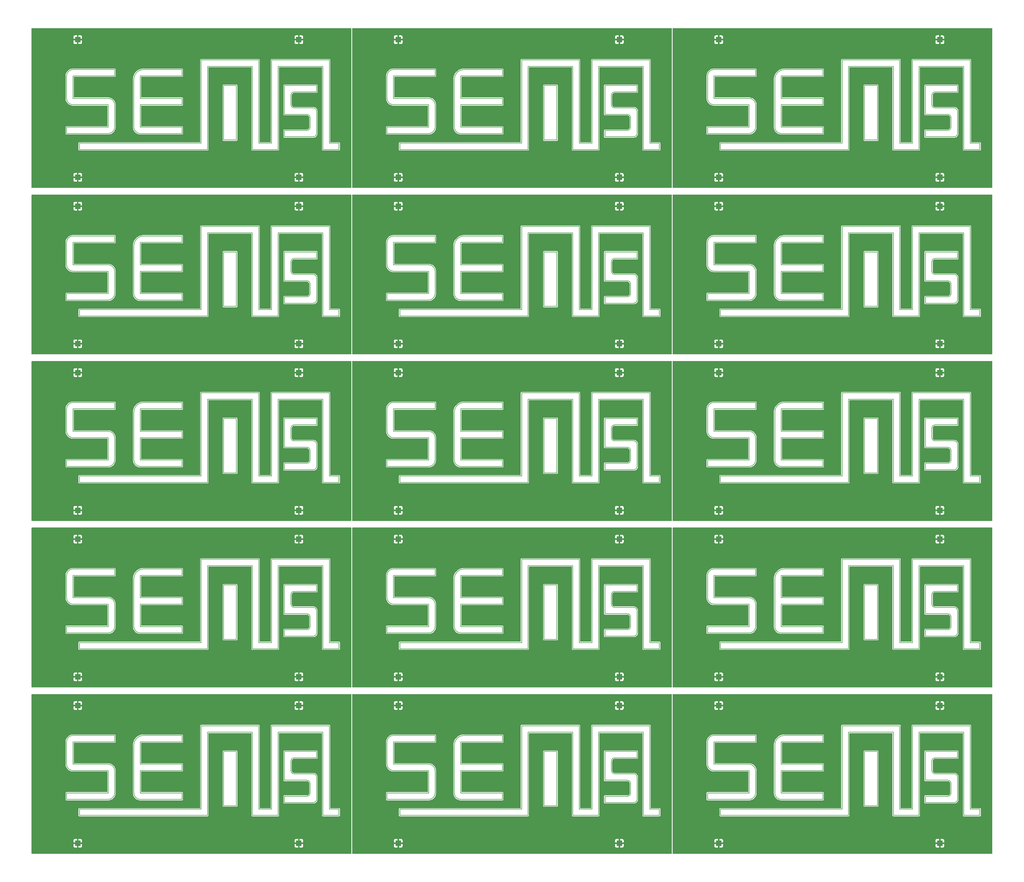
<source format=gtl>
%TF.GenerationSoftware,KiCad,Pcbnew,7.0.1-3b83917a11~171~ubuntu20.04.1*%
%TF.CreationDate,2023-10-26T02:19:51+02:00*%
%TF.ProjectId,panel_top,70616e65-6c5f-4746-9f70-2e6b69636164,rev?*%
%TF.SameCoordinates,Original*%
%TF.FileFunction,Copper,L1,Top*%
%TF.FilePolarity,Positive*%
%FSLAX46Y46*%
G04 Gerber Fmt 4.6, Leading zero omitted, Abs format (unit mm)*
G04 Created by KiCad (PCBNEW 7.0.1-3b83917a11~171~ubuntu20.04.1) date 2023-10-26 02:19:51*
%MOMM*%
%LPD*%
G01*
G04 APERTURE LIST*
%TA.AperFunction,NonConductor*%
%ADD10C,0.150000*%
%TD*%
%TA.AperFunction,ComponentPad*%
%ADD11R,1.700000X1.700000*%
%TD*%
%TA.AperFunction,ViaPad*%
%ADD12C,4.500000*%
%TD*%
G04 APERTURE END LIST*
D10*
X62714214Y-55014214D02*
X62714214Y-38014214D01*
X162714214Y-55014214D02*
X162714214Y-38014214D01*
X262714214Y-55014214D02*
X262714214Y-38014214D01*
X62714214Y-107014214D02*
X62714214Y-90014214D01*
X62714214Y-211014214D02*
X62714214Y-194014214D01*
X262714214Y-107014214D02*
X262714214Y-90014214D01*
X162714214Y-107014214D02*
X162714214Y-90014214D01*
X62714214Y-159014214D02*
X62714214Y-142014214D01*
X162714214Y-159014214D02*
X162714214Y-142014214D01*
X262714214Y-159014214D02*
X262714214Y-142014214D01*
X162714214Y-211014214D02*
X162714214Y-194014214D01*
X262714214Y-211014214D02*
X262714214Y-194014214D01*
X62714214Y-263014214D02*
X62714214Y-246014214D01*
X162714214Y-263014214D02*
X162714214Y-246014214D01*
X262714214Y-263014214D02*
X262714214Y-246014214D01*
X32714214Y-51014214D02*
X45714214Y-51014214D01*
X132714214Y-51014214D02*
X145714214Y-51014214D01*
X232714214Y-51014214D02*
X245714214Y-51014214D01*
X32714214Y-103014214D02*
X45714214Y-103014214D01*
X132714214Y-103014214D02*
X145714214Y-103014214D01*
X232714214Y-103014214D02*
X245714214Y-103014214D01*
X32714214Y-155014214D02*
X45714214Y-155014214D01*
X132714214Y-155014214D02*
X145714214Y-155014214D01*
X32714214Y-207014214D02*
X45714214Y-207014214D01*
X232714214Y-155014214D02*
X245714214Y-155014214D01*
X132714214Y-207014214D02*
X145714214Y-207014214D01*
X232714214Y-207014214D02*
X245714214Y-207014214D01*
X32714214Y-259014214D02*
X45714214Y-259014214D01*
X132714214Y-259014214D02*
X145714214Y-259014214D01*
X232714214Y-259014214D02*
X245714214Y-259014214D01*
X32714214Y-53014214D02*
X45714214Y-53014214D01*
X132714214Y-53014214D02*
X145714214Y-53014214D01*
X232714214Y-53014214D02*
X245714214Y-53014214D01*
X32714214Y-105014214D02*
X45714214Y-105014214D01*
X132714214Y-105014214D02*
X145714214Y-105014214D01*
X232714214Y-105014214D02*
X245714214Y-105014214D01*
X32714214Y-157014214D02*
X45714214Y-157014214D01*
X132714214Y-157014214D02*
X145714214Y-157014214D01*
X232714214Y-157014214D02*
X245714214Y-157014214D01*
X32714214Y-209014214D02*
X45714214Y-209014214D01*
X132714214Y-209014214D02*
X145714214Y-209014214D01*
X232714214Y-209014214D02*
X245714214Y-209014214D01*
X32714214Y-261014214D02*
X45714214Y-261014214D01*
X132714214Y-261014214D02*
X145714214Y-261014214D01*
X232714214Y-261014214D02*
X245714214Y-261014214D01*
X32714214Y-42014214D02*
X32714214Y-35014214D01*
X132714214Y-42014214D02*
X132714214Y-35014214D01*
X232714214Y-42014214D02*
X232714214Y-35014214D01*
X32714214Y-94014214D02*
X32714214Y-87014214D01*
X132714214Y-94014214D02*
X132714214Y-87014214D01*
X232714214Y-94014214D02*
X232714214Y-87014214D01*
X32714214Y-146014214D02*
X32714214Y-139014214D01*
X132714214Y-146014214D02*
X132714214Y-139014214D01*
X232714214Y-146014214D02*
X232714214Y-139014214D01*
X32714214Y-198014214D02*
X32714214Y-191014214D01*
X132714214Y-198014214D02*
X132714214Y-191014214D01*
X232714214Y-198014214D02*
X232714214Y-191014214D01*
X32714214Y-250014214D02*
X32714214Y-243014214D01*
X132714214Y-250014214D02*
X132714214Y-243014214D01*
X232714214Y-250014214D02*
X232714214Y-243014214D01*
X52714214Y-30014214D02*
X51714214Y-30014214D01*
X152714214Y-30014214D02*
X151714214Y-30014214D01*
X252714214Y-30014214D02*
X251714214Y-30014214D01*
X52714214Y-82014214D02*
X51714214Y-82014214D01*
X152714214Y-82014214D02*
X151714214Y-82014214D01*
X252714214Y-82014214D02*
X251714214Y-82014214D01*
X52714214Y-134014214D02*
X51714214Y-134014214D01*
X152714214Y-134014214D02*
X151714214Y-134014214D01*
X252714214Y-134014214D02*
X251714214Y-134014214D01*
X52714214Y-186014214D02*
X51714214Y-186014214D01*
X152714214Y-186014214D02*
X151714214Y-186014214D01*
X252714214Y-186014214D02*
X251714214Y-186014214D01*
X52714214Y-238014214D02*
X51714214Y-238014214D01*
X152714214Y-238014214D02*
X151714214Y-238014214D01*
X252714214Y-238014214D02*
X251714214Y-238014214D01*
X22714214Y-44014214D02*
X22714214Y-51014214D01*
X122714214Y-44014214D02*
X122714214Y-51014214D01*
X222714214Y-44014214D02*
X222714214Y-51014214D01*
X22714214Y-96014214D02*
X22714214Y-103014214D01*
X122714214Y-96014214D02*
X122714214Y-103014214D01*
X222714214Y-96014214D02*
X222714214Y-103014214D01*
X22714214Y-148014214D02*
X22714214Y-155014214D01*
X122714214Y-148014214D02*
X122714214Y-155014214D01*
X222714214Y-148014214D02*
X222714214Y-155014214D01*
X22714214Y-200014214D02*
X22714214Y-207014214D01*
X122714214Y-200014214D02*
X122714214Y-207014214D01*
X222714214Y-200014214D02*
X222714214Y-207014214D01*
X22714214Y-252014214D02*
X22714214Y-259014214D01*
X122714214Y-252014214D02*
X122714214Y-259014214D01*
X222714214Y-252014214D02*
X222714214Y-259014214D01*
X22714214Y-44014214D02*
X11714214Y-44014214D01*
X122714214Y-44014214D02*
X111714214Y-44014214D01*
X222714214Y-44014214D02*
X211714214Y-44014214D01*
X22714214Y-96014214D02*
X11714214Y-96014214D01*
X122714214Y-96014214D02*
X111714214Y-96014214D01*
X222714214Y-96014214D02*
X211714214Y-96014214D01*
X22714214Y-148014214D02*
X11714214Y-148014214D01*
X122714214Y-148014214D02*
X111714214Y-148014214D01*
X222714214Y-148014214D02*
X211714214Y-148014214D01*
X22714214Y-200014214D02*
X11714214Y-200014214D01*
X122714214Y-200014214D02*
X111714214Y-200014214D01*
X222714214Y-200014214D02*
X211714214Y-200014214D01*
X22714214Y-252014214D02*
X11714214Y-252014214D01*
X122714214Y-252014214D02*
X111714214Y-252014214D01*
X222714214Y-252014214D02*
X211714214Y-252014214D01*
X30714214Y-36014214D02*
X30714214Y-51014214D01*
X130714214Y-36014214D02*
X130714214Y-51014214D01*
X230714214Y-36014214D02*
X230714214Y-51014214D01*
X30714214Y-88014214D02*
X30714214Y-103014214D01*
X130714214Y-88014214D02*
X130714214Y-103014214D01*
X230714214Y-88014214D02*
X230714214Y-103014214D01*
X30714214Y-140014214D02*
X30714214Y-155014214D01*
X130714214Y-140014214D02*
X130714214Y-155014214D01*
X230714214Y-140014214D02*
X230714214Y-155014214D01*
X30714214Y-192014214D02*
X30714214Y-207014214D01*
X130714214Y-192014214D02*
X130714214Y-207014214D01*
X230714214Y-192014214D02*
X230714214Y-207014214D01*
X30714214Y-244014214D02*
X30714214Y-259014214D01*
X130714214Y-244014214D02*
X130714214Y-259014214D01*
X230714214Y-244014214D02*
X230714214Y-259014214D01*
X11714214Y-42014214D02*
X22714214Y-42014214D01*
X111714214Y-42014214D02*
X122714214Y-42014214D01*
X211714214Y-42014214D02*
X222714214Y-42014214D01*
X11714214Y-94014214D02*
X22714214Y-94014214D01*
X111714214Y-94014214D02*
X122714214Y-94014214D01*
X211714214Y-94014214D02*
X222714214Y-94014214D01*
X11714214Y-146014214D02*
X22714214Y-146014214D01*
X111714214Y-146014214D02*
X122714214Y-146014214D01*
X211714214Y-146014214D02*
X222714214Y-146014214D01*
X11714214Y-198014214D02*
X22714214Y-198014214D01*
X111714214Y-198014214D02*
X122714214Y-198014214D01*
X211714214Y-198014214D02*
X222714214Y-198014214D01*
X11714214Y-250014214D02*
X22714214Y-250014214D01*
X111714214Y-250014214D02*
X122714214Y-250014214D01*
X211714214Y-250014214D02*
X222714214Y-250014214D01*
X87714186Y-46014214D02*
G75*
G03*
X86714214Y-45014214I-999986J14D01*
G01*
X187714186Y-46014214D02*
G75*
G03*
X186714214Y-45014214I-999986J14D01*
G01*
X287714186Y-46014214D02*
G75*
G03*
X286714214Y-45014214I-999986J14D01*
G01*
X87714186Y-98014214D02*
G75*
G03*
X86714214Y-97014214I-999986J14D01*
G01*
X187714186Y-98014214D02*
G75*
G03*
X186714214Y-97014214I-999986J14D01*
G01*
X287714186Y-98014214D02*
G75*
G03*
X286714214Y-97014214I-999986J14D01*
G01*
X87714186Y-150014214D02*
G75*
G03*
X86714214Y-149014214I-999986J14D01*
G01*
X187714186Y-150014214D02*
G75*
G03*
X186714214Y-149014214I-999986J14D01*
G01*
X287714186Y-150014214D02*
G75*
G03*
X286714214Y-149014214I-999986J14D01*
G01*
X87714186Y-202014214D02*
G75*
G03*
X86714214Y-201014214I-999986J14D01*
G01*
X187714186Y-202014214D02*
G75*
G03*
X186714214Y-201014214I-999986J14D01*
G01*
X287714186Y-202014214D02*
G75*
G03*
X286714214Y-201014214I-999986J14D01*
G01*
X87714186Y-254014214D02*
G75*
G03*
X86714214Y-253014214I-999986J14D01*
G01*
X187714186Y-254014214D02*
G75*
G03*
X186714214Y-253014214I-999986J14D01*
G01*
X287714186Y-254014214D02*
G75*
G03*
X286714214Y-253014214I-999986J14D01*
G01*
X9714216Y-42014214D02*
G75*
G03*
X11714214Y-44014214I1999964J-36D01*
G01*
X109714186Y-42014214D02*
G75*
G03*
X111714214Y-44014214I2000014J14D01*
G01*
X209714186Y-42014214D02*
G75*
G03*
X211714214Y-44014214I2000014J14D01*
G01*
X9714216Y-94014214D02*
G75*
G03*
X11714214Y-96014214I1999964J-36D01*
G01*
X109714186Y-94014214D02*
G75*
G03*
X111714214Y-96014214I2000014J14D01*
G01*
X209714186Y-94014214D02*
G75*
G03*
X211714214Y-96014214I2000014J14D01*
G01*
X9714216Y-146014214D02*
G75*
G03*
X11714214Y-148014214I1999964J-36D01*
G01*
X109714186Y-146014214D02*
G75*
G03*
X111714214Y-148014214I2000014J14D01*
G01*
X209714186Y-146014214D02*
G75*
G03*
X211714214Y-148014214I2000014J14D01*
G01*
X9714216Y-198014214D02*
G75*
G03*
X11714214Y-200014214I1999964J-36D01*
G01*
X109714186Y-198014214D02*
G75*
G03*
X111714214Y-200014214I2000014J14D01*
G01*
X209714186Y-198014214D02*
G75*
G03*
X211714214Y-200014214I2000014J14D01*
G01*
X9714216Y-250014214D02*
G75*
G03*
X11714214Y-252014214I1999964J-36D01*
G01*
X109714186Y-250014214D02*
G75*
G03*
X111714214Y-252014214I2000014J14D01*
G01*
X209714186Y-250014214D02*
G75*
G03*
X211714214Y-252014214I2000014J14D01*
G01*
X91714214Y-56014214D02*
X91714214Y-30014214D01*
X191714214Y-56014214D02*
X191714214Y-30014214D01*
X291714214Y-56014214D02*
X291714214Y-30014214D01*
X91714214Y-108014214D02*
X91714214Y-82014214D01*
X191714214Y-108014214D02*
X191714214Y-82014214D01*
X291714214Y-108014214D02*
X291714214Y-82014214D01*
X91714214Y-160014214D02*
X91714214Y-134014214D01*
X191714214Y-160014214D02*
X191714214Y-134014214D01*
X291714214Y-160014214D02*
X291714214Y-134014214D01*
X91714214Y-212014214D02*
X91714214Y-186014214D01*
X191714214Y-212014214D02*
X191714214Y-186014214D01*
X291714214Y-212014214D02*
X291714214Y-186014214D01*
X91714214Y-264014214D02*
X91714214Y-238014214D01*
X191714214Y-264014214D02*
X191714214Y-238014214D01*
X291714214Y-264014214D02*
X291714214Y-238014214D01*
X130714186Y-51014214D02*
G75*
G03*
X132714214Y-53014214I2000014J14D01*
G01*
X230714186Y-51014214D02*
G75*
G03*
X232714214Y-53014214I2000014J14D01*
G01*
X30714186Y-103014214D02*
G75*
G03*
X32714214Y-105014214I2000014J14D01*
G01*
X130714186Y-103014214D02*
G75*
G03*
X132714214Y-105014214I2000014J14D01*
G01*
X230714186Y-103014214D02*
G75*
G03*
X232714214Y-105014214I2000014J14D01*
G01*
X30714186Y-155014214D02*
G75*
G03*
X32714214Y-157014214I2000014J14D01*
G01*
X130714186Y-155014214D02*
G75*
G03*
X132714214Y-157014214I2000014J14D01*
G01*
X230714186Y-155014214D02*
G75*
G03*
X232714214Y-157014214I2000014J14D01*
G01*
X30714186Y-207014214D02*
G75*
G03*
X32714214Y-209014214I2000014J14D01*
G01*
X130714186Y-207014214D02*
G75*
G03*
X132714214Y-209014214I2000014J14D01*
G01*
X230714186Y-207014214D02*
G75*
G03*
X232714214Y-209014214I2000014J14D01*
G01*
X30714186Y-259014214D02*
G75*
G03*
X32714214Y-261014214I2000014J14D01*
G01*
X130714186Y-259014214D02*
G75*
G03*
X132714214Y-261014214I2000014J14D01*
G01*
X230714186Y-259014214D02*
G75*
G03*
X232714214Y-261014214I2000014J14D01*
G01*
X30714186Y-51014214D02*
G75*
G03*
X32714214Y-53014214I2000014J14D01*
G01*
X11714214Y-35014214D02*
X11714214Y-42014214D01*
X111714214Y-35014214D02*
X111714214Y-42014214D01*
X211714214Y-35014214D02*
X211714214Y-42014214D01*
X11714214Y-87014214D02*
X11714214Y-94014214D01*
X111714214Y-87014214D02*
X111714214Y-94014214D01*
X211714214Y-87014214D02*
X211714214Y-94014214D01*
X11714214Y-139014214D02*
X11714214Y-146014214D01*
X111714214Y-139014214D02*
X111714214Y-146014214D01*
X211714214Y-139014214D02*
X211714214Y-146014214D01*
X11714214Y-191014214D02*
X11714214Y-198014214D01*
X111714214Y-191014214D02*
X111714214Y-198014214D01*
X211714214Y-191014214D02*
X211714214Y-198014214D01*
X11714214Y-243014214D02*
X11714214Y-250014214D01*
X111714214Y-243014214D02*
X111714214Y-250014214D01*
X211714214Y-243014214D02*
X211714214Y-250014214D01*
X69714214Y-30014214D02*
X52714214Y-30014214D01*
X169714214Y-30014214D02*
X152714214Y-30014214D01*
X269714214Y-30014214D02*
X252714214Y-30014214D01*
X69714214Y-82014214D02*
X52714214Y-82014214D01*
X169714214Y-82014214D02*
X152714214Y-82014214D01*
X269714214Y-82014214D02*
X252714214Y-82014214D01*
X69714214Y-134014214D02*
X52714214Y-134014214D01*
X169714214Y-134014214D02*
X152714214Y-134014214D01*
X269714214Y-134014214D02*
X252714214Y-134014214D01*
X69714214Y-186014214D02*
X52714214Y-186014214D01*
X169714214Y-186014214D02*
X152714214Y-186014214D01*
X269714214Y-186014214D02*
X252714214Y-186014214D01*
X69714214Y-238014214D02*
X52714214Y-238014214D01*
X169714214Y-238014214D02*
X152714214Y-238014214D01*
X269714214Y-238014214D02*
X252714214Y-238014214D01*
X9714214Y-51014214D02*
X9714214Y-53014214D01*
X109714214Y-51014214D02*
X109714214Y-53014214D01*
X209714214Y-51014214D02*
X209714214Y-53014214D01*
X9714214Y-103014214D02*
X9714214Y-105014214D01*
X109714214Y-103014214D02*
X109714214Y-105014214D01*
X209714214Y-103014214D02*
X209714214Y-105014214D01*
X9714214Y-155014214D02*
X9714214Y-157014214D01*
X109714214Y-155014214D02*
X109714214Y-157014214D01*
X209714214Y-155014214D02*
X209714214Y-157014214D01*
X9714214Y-207014214D02*
X9714214Y-209014214D01*
X109714214Y-207014214D02*
X109714214Y-209014214D01*
X209714214Y-207014214D02*
X209714214Y-209014214D01*
X9714214Y-259014214D02*
X9714214Y-261014214D01*
X109714214Y-259014214D02*
X109714214Y-261014214D01*
X209714214Y-259014214D02*
X209714214Y-261014214D01*
X45714214Y-42014214D02*
X45714214Y-44014214D01*
X145714214Y-42014214D02*
X145714214Y-44014214D01*
X245714214Y-42014214D02*
X245714214Y-44014214D01*
X45714214Y-94014214D02*
X45714214Y-96014214D01*
X145714214Y-94014214D02*
X145714214Y-96014214D01*
X245714214Y-94014214D02*
X245714214Y-96014214D01*
X45714214Y-146014214D02*
X45714214Y-148014214D01*
X145714214Y-146014214D02*
X145714214Y-148014214D01*
X245714214Y-146014214D02*
X245714214Y-148014214D01*
X45714214Y-198014214D02*
X45714214Y-200014214D01*
X145714214Y-198014214D02*
X145714214Y-200014214D01*
X245714214Y-198014214D02*
X245714214Y-200014214D01*
X45714214Y-250014214D02*
X45714214Y-252014214D01*
X145714214Y-250014214D02*
X145714214Y-252014214D01*
X245714214Y-250014214D02*
X245714214Y-252014214D01*
X77714214Y-54014214D02*
X77714214Y-52014214D01*
X177714214Y-54014214D02*
X177714214Y-52014214D01*
X277714214Y-54014214D02*
X277714214Y-52014214D01*
X77714214Y-106014214D02*
X77714214Y-104014214D01*
X177714214Y-106014214D02*
X177714214Y-104014214D01*
X277714214Y-106014214D02*
X277714214Y-104014214D01*
X77714214Y-158014214D02*
X77714214Y-156014214D01*
X177714214Y-158014214D02*
X177714214Y-156014214D01*
X277714214Y-158014214D02*
X277714214Y-156014214D01*
X77714214Y-210014214D02*
X77714214Y-208014214D01*
X177714214Y-210014214D02*
X177714214Y-208014214D01*
X277714214Y-210014214D02*
X277714214Y-208014214D01*
X77714214Y-262014214D02*
X77714214Y-260014214D01*
X177714214Y-262014214D02*
X177714214Y-260014214D01*
X277714214Y-262014214D02*
X277714214Y-260014214D01*
X85714186Y-48014214D02*
G75*
G03*
X84714214Y-47014214I-999986J14D01*
G01*
X185714186Y-48014214D02*
G75*
G03*
X184714214Y-47014214I-999986J14D01*
G01*
X285714186Y-48014214D02*
G75*
G03*
X284714214Y-47014214I-999986J14D01*
G01*
X85714186Y-100014214D02*
G75*
G03*
X84714214Y-99014214I-999986J14D01*
G01*
X185714186Y-100014214D02*
G75*
G03*
X184714214Y-99014214I-999986J14D01*
G01*
X285714186Y-100014214D02*
G75*
G03*
X284714214Y-99014214I-999986J14D01*
G01*
X85714186Y-152014214D02*
G75*
G03*
X84714214Y-151014214I-999986J14D01*
G01*
X185714186Y-152014214D02*
G75*
G03*
X184714214Y-151014214I-999986J14D01*
G01*
X285714186Y-152014214D02*
G75*
G03*
X284714214Y-151014214I-999986J14D01*
G01*
X85714186Y-204014214D02*
G75*
G03*
X84714214Y-203014214I-999986J14D01*
G01*
X185714186Y-204014214D02*
G75*
G03*
X184714214Y-203014214I-999986J14D01*
G01*
X285714186Y-204014214D02*
G75*
G03*
X284714214Y-203014214I-999986J14D01*
G01*
X85714186Y-256014214D02*
G75*
G03*
X84714214Y-255014214I-999986J14D01*
G01*
X185714186Y-256014214D02*
G75*
G03*
X184714214Y-255014214I-999986J14D01*
G01*
X285714186Y-256014214D02*
G75*
G03*
X284714214Y-255014214I-999986J14D01*
G01*
X84714214Y-47014214D02*
X77714214Y-47014214D01*
X184714214Y-47014214D02*
X177714214Y-47014214D01*
X284714214Y-47014214D02*
X277714214Y-47014214D01*
X84714214Y-99014214D02*
X77714214Y-99014214D01*
X184714214Y-99014214D02*
X177714214Y-99014214D01*
X284714214Y-99014214D02*
X277714214Y-99014214D01*
X84714214Y-151014214D02*
X77714214Y-151014214D01*
X184714214Y-151014214D02*
X177714214Y-151014214D01*
X284714214Y-151014214D02*
X277714214Y-151014214D01*
X84714214Y-203014214D02*
X77714214Y-203014214D01*
X184714214Y-203014214D02*
X177714214Y-203014214D01*
X284714214Y-203014214D02*
X277714214Y-203014214D01*
X84714214Y-255014214D02*
X77714214Y-255014214D01*
X184714214Y-255014214D02*
X177714214Y-255014214D01*
X284714214Y-255014214D02*
X277714214Y-255014214D01*
X45714214Y-51014214D02*
X45714214Y-53014214D01*
X145714214Y-51014214D02*
X145714214Y-53014214D01*
X245714214Y-51014214D02*
X245714214Y-53014214D01*
X45714214Y-103014214D02*
X45714214Y-105014214D01*
X145714214Y-103014214D02*
X145714214Y-105014214D01*
X245714214Y-103014214D02*
X245714214Y-105014214D01*
X45714214Y-155014214D02*
X45714214Y-157014214D01*
X145714214Y-155014214D02*
X145714214Y-157014214D01*
X245714214Y-155014214D02*
X245714214Y-157014214D01*
X45714214Y-207014214D02*
X45714214Y-209014214D01*
X145714214Y-207014214D02*
X145714214Y-209014214D01*
X245714214Y-207014214D02*
X245714214Y-209014214D01*
X45714214Y-259014214D02*
X45714214Y-261014214D01*
X145714214Y-259014214D02*
X145714214Y-261014214D01*
X245714214Y-259014214D02*
X245714214Y-261014214D01*
X13714214Y-58014214D02*
X53714214Y-58014214D01*
X113714214Y-58014214D02*
X153714214Y-58014214D01*
X213714214Y-58014214D02*
X253714214Y-58014214D01*
X13714214Y-110014214D02*
X53714214Y-110014214D01*
X113714214Y-110014214D02*
X153714214Y-110014214D01*
X213714214Y-110014214D02*
X253714214Y-110014214D01*
X13714214Y-162014214D02*
X53714214Y-162014214D01*
X113714214Y-162014214D02*
X153714214Y-162014214D01*
X213714214Y-162014214D02*
X253714214Y-162014214D01*
X13714214Y-214014214D02*
X53714214Y-214014214D01*
X113714214Y-214014214D02*
X153714214Y-214014214D01*
X213714214Y-214014214D02*
X253714214Y-214014214D01*
X13714214Y-266014214D02*
X53714214Y-266014214D01*
X113714214Y-266014214D02*
X153714214Y-266014214D01*
X213714214Y-266014214D02*
X253714214Y-266014214D01*
X51714214Y-56014214D02*
X13714214Y-56014214D01*
X151714214Y-56014214D02*
X113714214Y-56014214D01*
X251714214Y-56014214D02*
X213714214Y-56014214D01*
X51714214Y-108014214D02*
X13714214Y-108014214D01*
X151714214Y-108014214D02*
X113714214Y-108014214D01*
X251714214Y-108014214D02*
X213714214Y-108014214D01*
X51714214Y-160014214D02*
X13714214Y-160014214D01*
X151714214Y-160014214D02*
X113714214Y-160014214D01*
X251714214Y-160014214D02*
X213714214Y-160014214D01*
X51714214Y-212014214D02*
X13714214Y-212014214D01*
X151714214Y-212014214D02*
X113714214Y-212014214D01*
X251714214Y-212014214D02*
X213714214Y-212014214D01*
X51714214Y-264014214D02*
X13714214Y-264014214D01*
X151714214Y-264014214D02*
X113714214Y-264014214D01*
X251714214Y-264014214D02*
X213714214Y-264014214D01*
X24714186Y-44014214D02*
G75*
G03*
X22714214Y-42014214I-1999986J14D01*
G01*
X124714186Y-44014214D02*
G75*
G03*
X122714214Y-42014214I-1999986J14D01*
G01*
X224714186Y-44014214D02*
G75*
G03*
X222714214Y-42014214I-1999986J14D01*
G01*
X24714186Y-96014214D02*
G75*
G03*
X22714214Y-94014214I-1999986J14D01*
G01*
X124714186Y-96014214D02*
G75*
G03*
X122714214Y-94014214I-1999986J14D01*
G01*
X224714186Y-96014214D02*
G75*
G03*
X222714214Y-94014214I-1999986J14D01*
G01*
X24714186Y-148014214D02*
G75*
G03*
X22714214Y-146014214I-1999986J14D01*
G01*
X124714186Y-148014214D02*
G75*
G03*
X122714214Y-146014214I-1999986J14D01*
G01*
X24714186Y-200014214D02*
G75*
G03*
X22714214Y-198014214I-1999986J14D01*
G01*
X224714186Y-148014214D02*
G75*
G03*
X222714214Y-146014214I-1999986J14D01*
G01*
X124714186Y-200014214D02*
G75*
G03*
X122714214Y-198014214I-1999986J14D01*
G01*
X224714186Y-200014214D02*
G75*
G03*
X222714214Y-198014214I-1999986J14D01*
G01*
X24714186Y-252014214D02*
G75*
G03*
X22714214Y-250014214I-1999986J14D01*
G01*
X124714186Y-252014214D02*
G75*
G03*
X122714214Y-250014214I-1999986J14D01*
G01*
X224714186Y-252014214D02*
G75*
G03*
X222714214Y-250014214I-1999986J14D01*
G01*
X67714214Y-58014214D02*
X75714214Y-58014214D01*
X167714214Y-58014214D02*
X175714214Y-58014214D01*
X267714214Y-58014214D02*
X275714214Y-58014214D01*
X67714214Y-110014214D02*
X75714214Y-110014214D01*
X167714214Y-110014214D02*
X175714214Y-110014214D01*
X267714214Y-110014214D02*
X275714214Y-110014214D01*
X67714214Y-162014214D02*
X75714214Y-162014214D01*
X167714214Y-162014214D02*
X175714214Y-162014214D01*
X67714214Y-214014214D02*
X75714214Y-214014214D01*
X267714214Y-162014214D02*
X275714214Y-162014214D01*
X167714214Y-214014214D02*
X175714214Y-214014214D01*
X267714214Y-214014214D02*
X275714214Y-214014214D01*
X67714214Y-266014214D02*
X75714214Y-266014214D01*
X167714214Y-266014214D02*
X175714214Y-266014214D01*
X267714214Y-266014214D02*
X275714214Y-266014214D01*
X89714214Y-32014214D02*
X89714214Y-58014214D01*
X189714214Y-32014214D02*
X189714214Y-58014214D01*
X289714214Y-32014214D02*
X289714214Y-58014214D01*
X89714214Y-84014214D02*
X89714214Y-110014214D01*
X189714214Y-84014214D02*
X189714214Y-110014214D01*
X289714214Y-84014214D02*
X289714214Y-110014214D01*
X89714214Y-136014214D02*
X89714214Y-162014214D01*
X189714214Y-136014214D02*
X189714214Y-162014214D01*
X89714214Y-188014214D02*
X89714214Y-214014214D01*
X289714214Y-136014214D02*
X289714214Y-162014214D01*
X189714214Y-188014214D02*
X189714214Y-214014214D01*
X289714214Y-188014214D02*
X289714214Y-214014214D01*
X89714214Y-240014214D02*
X89714214Y-266014214D01*
X189714214Y-240014214D02*
X189714214Y-266014214D01*
X289714214Y-240014214D02*
X289714214Y-266014214D01*
X53714214Y-58014214D02*
X53714214Y-32014214D01*
X153714214Y-58014214D02*
X153714214Y-32014214D01*
X253714214Y-58014214D02*
X253714214Y-32014214D01*
X53714214Y-110014214D02*
X53714214Y-84014214D01*
X153714214Y-110014214D02*
X153714214Y-84014214D01*
X253714214Y-110014214D02*
X253714214Y-84014214D01*
X53714214Y-162014214D02*
X53714214Y-136014214D01*
X153714214Y-162014214D02*
X153714214Y-136014214D01*
X53714214Y-214014214D02*
X53714214Y-188014214D01*
X253714214Y-162014214D02*
X253714214Y-136014214D01*
X153714214Y-214014214D02*
X153714214Y-188014214D01*
X253714214Y-214014214D02*
X253714214Y-188014214D01*
X53714214Y-266014214D02*
X53714214Y-240014214D01*
X153714214Y-266014214D02*
X153714214Y-240014214D01*
X253714214Y-266014214D02*
X253714214Y-240014214D01*
X32714214Y-44014214D02*
X45714214Y-44014214D01*
X132714214Y-44014214D02*
X145714214Y-44014214D01*
X232714214Y-44014214D02*
X245714214Y-44014214D01*
X32714214Y-96014214D02*
X45714214Y-96014214D01*
X132714214Y-96014214D02*
X145714214Y-96014214D01*
X232714214Y-96014214D02*
X245714214Y-96014214D01*
X32714214Y-148014214D02*
X45714214Y-148014214D01*
X132714214Y-148014214D02*
X145714214Y-148014214D01*
X232714214Y-148014214D02*
X245714214Y-148014214D01*
X32714214Y-200014214D02*
X45714214Y-200014214D01*
X132714214Y-200014214D02*
X145714214Y-200014214D01*
X232714214Y-200014214D02*
X245714214Y-200014214D01*
X32714214Y-252014214D02*
X45714214Y-252014214D01*
X132714214Y-252014214D02*
X145714214Y-252014214D01*
X232714214Y-252014214D02*
X245714214Y-252014214D01*
X87714214Y-40014214D02*
X80714214Y-40014214D01*
X187714214Y-40014214D02*
X180714214Y-40014214D01*
X287714214Y-40014214D02*
X280714214Y-40014214D01*
X87714214Y-92014214D02*
X80714214Y-92014214D01*
X187714214Y-92014214D02*
X180714214Y-92014214D01*
X287714214Y-92014214D02*
X280714214Y-92014214D01*
X87714214Y-144014214D02*
X80714214Y-144014214D01*
X187714214Y-144014214D02*
X180714214Y-144014214D01*
X287714214Y-144014214D02*
X280714214Y-144014214D01*
X87714214Y-196014214D02*
X80714214Y-196014214D01*
X187714214Y-196014214D02*
X180714214Y-196014214D01*
X287714214Y-196014214D02*
X280714214Y-196014214D01*
X87714214Y-248014214D02*
X80714214Y-248014214D01*
X187714214Y-248014214D02*
X180714214Y-248014214D01*
X287714214Y-248014214D02*
X280714214Y-248014214D01*
X45714214Y-33014214D02*
X33714214Y-33014214D01*
X145714214Y-33014214D02*
X133714214Y-33014214D01*
X245714214Y-33014214D02*
X233714214Y-33014214D01*
X45714214Y-85014214D02*
X33714214Y-85014214D01*
X145714214Y-85014214D02*
X133714214Y-85014214D01*
X245714214Y-85014214D02*
X233714214Y-85014214D01*
X45714214Y-137014214D02*
X33714214Y-137014214D01*
X145714214Y-137014214D02*
X133714214Y-137014214D01*
X245714214Y-137014214D02*
X233714214Y-137014214D01*
X45714214Y-189014214D02*
X33714214Y-189014214D01*
X145714214Y-189014214D02*
X133714214Y-189014214D01*
X245714214Y-189014214D02*
X233714214Y-189014214D01*
X45714214Y-241014214D02*
X33714214Y-241014214D01*
X145714214Y-241014214D02*
X133714214Y-241014214D01*
X245714214Y-241014214D02*
X233714214Y-241014214D01*
X77714214Y-47014214D02*
X77714214Y-38014214D01*
X177714214Y-47014214D02*
X177714214Y-38014214D01*
X277714214Y-47014214D02*
X277714214Y-38014214D01*
X77714214Y-99014214D02*
X77714214Y-90014214D01*
X177714214Y-99014214D02*
X177714214Y-90014214D01*
X277714214Y-99014214D02*
X277714214Y-90014214D01*
X77714214Y-151014214D02*
X77714214Y-142014214D01*
X177714214Y-151014214D02*
X177714214Y-142014214D01*
X277714214Y-151014214D02*
X277714214Y-142014214D01*
X77714214Y-203014214D02*
X77714214Y-194014214D01*
X177714214Y-203014214D02*
X177714214Y-194014214D01*
X277714214Y-203014214D02*
X277714214Y-194014214D01*
X77714214Y-255014214D02*
X77714214Y-246014214D01*
X177714214Y-255014214D02*
X177714214Y-246014214D01*
X277714214Y-255014214D02*
X277714214Y-246014214D01*
X58714214Y-38014214D02*
X58714214Y-55014214D01*
X158714214Y-38014214D02*
X158714214Y-55014214D01*
X258714214Y-38014214D02*
X258714214Y-55014214D01*
X58714214Y-90014214D02*
X58714214Y-107014214D01*
X158714214Y-90014214D02*
X158714214Y-107014214D01*
X258714214Y-90014214D02*
X258714214Y-107014214D01*
X58714214Y-142014214D02*
X58714214Y-159014214D01*
X158714214Y-142014214D02*
X158714214Y-159014214D01*
X258714214Y-142014214D02*
X258714214Y-159014214D01*
X58714214Y-194014214D02*
X58714214Y-211014214D01*
X158714214Y-194014214D02*
X158714214Y-211014214D01*
X258714214Y-194014214D02*
X258714214Y-211014214D01*
X58714214Y-246014214D02*
X58714214Y-263014214D01*
X158714214Y-246014214D02*
X158714214Y-263014214D01*
X258714214Y-246014214D02*
X258714214Y-263014214D01*
X86714214Y-54014214D02*
X77714214Y-54014214D01*
X186714214Y-54014214D02*
X177714214Y-54014214D01*
X286714214Y-54014214D02*
X277714214Y-54014214D01*
X86714214Y-106014214D02*
X77714214Y-106014214D01*
X186714214Y-106014214D02*
X177714214Y-106014214D01*
X286714214Y-106014214D02*
X277714214Y-106014214D01*
X86714214Y-158014214D02*
X77714214Y-158014214D01*
X186714214Y-158014214D02*
X177714214Y-158014214D01*
X286714214Y-158014214D02*
X277714214Y-158014214D01*
X86714214Y-210014214D02*
X77714214Y-210014214D01*
X186714214Y-210014214D02*
X177714214Y-210014214D01*
X286714214Y-210014214D02*
X277714214Y-210014214D01*
X86714214Y-262014214D02*
X77714214Y-262014214D01*
X186714214Y-262014214D02*
X177714214Y-262014214D01*
X286714214Y-262014214D02*
X277714214Y-262014214D01*
X85714214Y-51014214D02*
X85714214Y-48014214D01*
X185714214Y-51014214D02*
X185714214Y-48014214D01*
X285714214Y-51014214D02*
X285714214Y-48014214D01*
X85714214Y-103014214D02*
X85714214Y-100014214D01*
X185714214Y-103014214D02*
X185714214Y-100014214D01*
X285714214Y-103014214D02*
X285714214Y-100014214D01*
X85714214Y-155014214D02*
X85714214Y-152014214D01*
X185714214Y-155014214D02*
X185714214Y-152014214D01*
X285714214Y-155014214D02*
X285714214Y-152014214D01*
X85714214Y-207014214D02*
X85714214Y-204014214D01*
X185714214Y-207014214D02*
X185714214Y-204014214D01*
X285714214Y-207014214D02*
X285714214Y-204014214D01*
X85714214Y-259014214D02*
X85714214Y-256014214D01*
X185714214Y-259014214D02*
X185714214Y-256014214D01*
X285714214Y-259014214D02*
X285714214Y-256014214D01*
X69714214Y-56014214D02*
X69714214Y-30014214D01*
X169714214Y-56014214D02*
X169714214Y-30014214D01*
X269714214Y-56014214D02*
X269714214Y-30014214D01*
X69714214Y-108014214D02*
X69714214Y-82014214D01*
X169714214Y-108014214D02*
X169714214Y-82014214D01*
X269714214Y-108014214D02*
X269714214Y-82014214D01*
X69714214Y-160014214D02*
X69714214Y-134014214D01*
X169714214Y-160014214D02*
X169714214Y-134014214D01*
X269714214Y-160014214D02*
X269714214Y-134014214D01*
X69714214Y-212014214D02*
X69714214Y-186014214D01*
X169714214Y-212014214D02*
X169714214Y-186014214D01*
X269714214Y-212014214D02*
X269714214Y-186014214D01*
X69714214Y-264014214D02*
X69714214Y-238014214D01*
X169714214Y-264014214D02*
X169714214Y-238014214D01*
X269714214Y-264014214D02*
X269714214Y-238014214D01*
X67714214Y-32014214D02*
X67714214Y-58014214D01*
X167714214Y-32014214D02*
X167714214Y-58014214D01*
X267714214Y-32014214D02*
X267714214Y-58014214D01*
X67714214Y-84014214D02*
X67714214Y-110014214D01*
X167714214Y-84014214D02*
X167714214Y-110014214D01*
X267714214Y-84014214D02*
X267714214Y-110014214D01*
X67714214Y-136014214D02*
X67714214Y-162014214D01*
X167714214Y-136014214D02*
X167714214Y-162014214D01*
X267714214Y-136014214D02*
X267714214Y-162014214D01*
X67714214Y-188014214D02*
X67714214Y-214014214D01*
X167714214Y-188014214D02*
X167714214Y-214014214D01*
X267714214Y-188014214D02*
X267714214Y-214014214D01*
X67714214Y-240014214D02*
X67714214Y-266014214D01*
X167714214Y-240014214D02*
X167714214Y-266014214D01*
X267714214Y-240014214D02*
X267714214Y-266014214D01*
X80714214Y-40014214D02*
G75*
G03*
X79714214Y-41014214I-14J-999986D01*
G01*
X180714214Y-40014214D02*
G75*
G03*
X179714214Y-41014214I-14J-999986D01*
G01*
X280714214Y-40014214D02*
G75*
G03*
X279714214Y-41014214I-14J-999986D01*
G01*
X80714214Y-92014214D02*
G75*
G03*
X79714214Y-93014214I-14J-999986D01*
G01*
X180714214Y-92014214D02*
G75*
G03*
X179714214Y-93014214I-14J-999986D01*
G01*
X280714214Y-92014214D02*
G75*
G03*
X279714214Y-93014214I-14J-999986D01*
G01*
X80714214Y-144014214D02*
G75*
G03*
X79714214Y-145014214I-14J-999986D01*
G01*
X180714214Y-144014214D02*
G75*
G03*
X179714214Y-145014214I-14J-999986D01*
G01*
X280714214Y-144014214D02*
G75*
G03*
X279714214Y-145014214I-14J-999986D01*
G01*
X80714214Y-196014214D02*
G75*
G03*
X79714214Y-197014214I-14J-999986D01*
G01*
X180714214Y-196014214D02*
G75*
G03*
X179714214Y-197014214I-14J-999986D01*
G01*
X280714214Y-196014214D02*
G75*
G03*
X279714214Y-197014214I-14J-999986D01*
G01*
X80714214Y-248014214D02*
G75*
G03*
X79714214Y-249014214I-14J-999986D01*
G01*
X180714214Y-248014214D02*
G75*
G03*
X179714214Y-249014214I-14J-999986D01*
G01*
X280714214Y-248014214D02*
G75*
G03*
X279714214Y-249014214I-14J-999986D01*
G01*
X91714214Y-30014214D02*
X73714214Y-30014214D01*
X191714214Y-30014214D02*
X173714214Y-30014214D01*
X291714214Y-30014214D02*
X273714214Y-30014214D01*
X91714214Y-82014214D02*
X73714214Y-82014214D01*
X191714214Y-82014214D02*
X173714214Y-82014214D01*
X291714214Y-82014214D02*
X273714214Y-82014214D01*
X91714214Y-134014214D02*
X73714214Y-134014214D01*
X191714214Y-134014214D02*
X173714214Y-134014214D01*
X291714214Y-134014214D02*
X273714214Y-134014214D01*
X91714214Y-186014214D02*
X73714214Y-186014214D01*
X191714214Y-186014214D02*
X173714214Y-186014214D01*
X291714214Y-186014214D02*
X273714214Y-186014214D01*
X91714214Y-238014214D02*
X73714214Y-238014214D01*
X191714214Y-238014214D02*
X173714214Y-238014214D01*
X291714214Y-238014214D02*
X273714214Y-238014214D01*
X9714214Y-42014214D02*
X9714214Y-40014214D01*
X109714214Y-42014214D02*
X109714214Y-40014214D01*
X209714214Y-42014214D02*
X209714214Y-40014214D01*
X9714214Y-94014214D02*
X9714214Y-92014214D01*
X109714214Y-94014214D02*
X109714214Y-92014214D01*
X209714214Y-94014214D02*
X209714214Y-92014214D01*
X9714214Y-146014214D02*
X9714214Y-144014214D01*
X109714214Y-146014214D02*
X109714214Y-144014214D01*
X209714214Y-146014214D02*
X209714214Y-144014214D01*
X9714214Y-198014214D02*
X9714214Y-196014214D01*
X109714214Y-198014214D02*
X109714214Y-196014214D01*
X209714214Y-198014214D02*
X209714214Y-196014214D01*
X9714214Y-250014214D02*
X9714214Y-248014214D01*
X109714214Y-250014214D02*
X109714214Y-248014214D01*
X209714214Y-250014214D02*
X209714214Y-248014214D01*
X87714214Y-38014214D02*
X87714214Y-40014214D01*
X187714214Y-38014214D02*
X187714214Y-40014214D01*
X287714214Y-38014214D02*
X287714214Y-40014214D01*
X87714214Y-90014214D02*
X87714214Y-92014214D01*
X187714214Y-90014214D02*
X187714214Y-92014214D01*
X287714214Y-90014214D02*
X287714214Y-92014214D01*
X87714214Y-142014214D02*
X87714214Y-144014214D01*
X187714214Y-142014214D02*
X187714214Y-144014214D01*
X287714214Y-142014214D02*
X287714214Y-144014214D01*
X87714214Y-194014214D02*
X87714214Y-196014214D01*
X187714214Y-194014214D02*
X187714214Y-196014214D01*
X287714214Y-194014214D02*
X287714214Y-196014214D01*
X87714214Y-246014214D02*
X87714214Y-248014214D01*
X187714214Y-246014214D02*
X187714214Y-248014214D01*
X287714214Y-246014214D02*
X287714214Y-248014214D01*
X86714214Y-54014214D02*
G75*
G03*
X87714214Y-53014214I-14J1000014D01*
G01*
X186714214Y-54014214D02*
G75*
G03*
X187714214Y-53014214I-14J1000014D01*
G01*
X286714214Y-54014214D02*
G75*
G03*
X287714214Y-53014214I-14J1000014D01*
G01*
X86714214Y-106014214D02*
G75*
G03*
X87714214Y-105014214I-14J1000014D01*
G01*
X186714214Y-106014214D02*
G75*
G03*
X187714214Y-105014214I-14J1000014D01*
G01*
X286714214Y-106014214D02*
G75*
G03*
X287714214Y-105014214I-14J1000014D01*
G01*
X86714214Y-158014214D02*
G75*
G03*
X87714214Y-157014214I-14J1000014D01*
G01*
X186714214Y-158014214D02*
G75*
G03*
X187714214Y-157014214I-14J1000014D01*
G01*
X286714214Y-158014214D02*
G75*
G03*
X287714214Y-157014214I-14J1000014D01*
G01*
X86714214Y-210014214D02*
G75*
G03*
X87714214Y-209014214I-14J1000014D01*
G01*
X186714214Y-210014214D02*
G75*
G03*
X187714214Y-209014214I-14J1000014D01*
G01*
X286714214Y-210014214D02*
G75*
G03*
X287714214Y-209014214I-14J1000014D01*
G01*
X86714214Y-262014214D02*
G75*
G03*
X87714214Y-261014214I-14J1000014D01*
G01*
X186714214Y-262014214D02*
G75*
G03*
X187714214Y-261014214I-14J1000014D01*
G01*
X286714214Y-262014214D02*
G75*
G03*
X287714214Y-261014214I-14J1000014D01*
G01*
X24714214Y-33014214D02*
X11714214Y-33014214D01*
X124714214Y-33014214D02*
X111714214Y-33014214D01*
X224714214Y-33014214D02*
X211714214Y-33014214D01*
X24714214Y-85014214D02*
X11714214Y-85014214D01*
X124714214Y-85014214D02*
X111714214Y-85014214D01*
X224714214Y-85014214D02*
X211714214Y-85014214D01*
X24714214Y-137014214D02*
X11714214Y-137014214D01*
X124714214Y-137014214D02*
X111714214Y-137014214D01*
X224714214Y-137014214D02*
X211714214Y-137014214D01*
X24714214Y-189014214D02*
X11714214Y-189014214D01*
X124714214Y-189014214D02*
X111714214Y-189014214D01*
X224714214Y-189014214D02*
X211714214Y-189014214D01*
X24714214Y-241014214D02*
X11714214Y-241014214D01*
X124714214Y-241014214D02*
X111714214Y-241014214D01*
X224714214Y-241014214D02*
X211714214Y-241014214D01*
X51714214Y-30014214D02*
X51714214Y-56014214D01*
X151714214Y-30014214D02*
X151714214Y-56014214D01*
X251714214Y-30014214D02*
X251714214Y-56014214D01*
X51714214Y-82014214D02*
X51714214Y-108014214D01*
X151714214Y-82014214D02*
X151714214Y-108014214D01*
X251714214Y-82014214D02*
X251714214Y-108014214D01*
X51714214Y-134014214D02*
X51714214Y-160014214D01*
X151714214Y-134014214D02*
X151714214Y-160014214D01*
X251714214Y-134014214D02*
X251714214Y-160014214D01*
X51714214Y-186014214D02*
X51714214Y-212014214D01*
X151714214Y-186014214D02*
X151714214Y-212014214D01*
X251714214Y-186014214D02*
X251714214Y-212014214D01*
X51714214Y-238014214D02*
X51714214Y-264014214D01*
X151714214Y-238014214D02*
X151714214Y-264014214D01*
X251714214Y-238014214D02*
X251714214Y-264014214D01*
X11714214Y-33014214D02*
G75*
G03*
X9714214Y-35014214I-14J-1999986D01*
G01*
X111714214Y-33014214D02*
G75*
G03*
X109714214Y-35014214I-14J-1999986D01*
G01*
X211714214Y-33014214D02*
G75*
G03*
X209714214Y-35014214I-14J-1999986D01*
G01*
X11714214Y-85014214D02*
G75*
G03*
X9714214Y-87014214I-14J-1999986D01*
G01*
X111714214Y-85014214D02*
G75*
G03*
X109714214Y-87014214I-14J-1999986D01*
G01*
X211714214Y-85014214D02*
G75*
G03*
X209714214Y-87014214I-14J-1999986D01*
G01*
X11714214Y-137014214D02*
G75*
G03*
X9714214Y-139014214I-14J-1999986D01*
G01*
X111714214Y-137014214D02*
G75*
G03*
X109714214Y-139014214I-14J-1999986D01*
G01*
X211714214Y-137014214D02*
G75*
G03*
X209714214Y-139014214I-14J-1999986D01*
G01*
X11714214Y-189014214D02*
G75*
G03*
X9714214Y-191014214I-14J-1999986D01*
G01*
X111714214Y-189014214D02*
G75*
G03*
X109714214Y-191014214I-14J-1999986D01*
G01*
X211714214Y-189014214D02*
G75*
G03*
X209714214Y-191014214I-14J-1999986D01*
G01*
X11714214Y-241014214D02*
G75*
G03*
X9714214Y-243014214I-14J-1999986D01*
G01*
X111714214Y-241014214D02*
G75*
G03*
X109714214Y-243014214I-14J-1999986D01*
G01*
X211714214Y-241014214D02*
G75*
G03*
X209714214Y-243014214I-14J-1999986D01*
G01*
X77714214Y-52014214D02*
X84714214Y-52014214D01*
X177714214Y-52014214D02*
X184714214Y-52014214D01*
X277714214Y-52014214D02*
X284714214Y-52014214D01*
X77714214Y-104014214D02*
X84714214Y-104014214D01*
X177714214Y-104014214D02*
X184714214Y-104014214D01*
X277714214Y-104014214D02*
X284714214Y-104014214D01*
X77714214Y-156014214D02*
X84714214Y-156014214D01*
X177714214Y-156014214D02*
X184714214Y-156014214D01*
X277714214Y-156014214D02*
X284714214Y-156014214D01*
X77714214Y-208014214D02*
X84714214Y-208014214D01*
X177714214Y-208014214D02*
X184714214Y-208014214D01*
X277714214Y-208014214D02*
X284714214Y-208014214D01*
X77714214Y-260014214D02*
X84714214Y-260014214D01*
X177714214Y-260014214D02*
X184714214Y-260014214D01*
X277714214Y-260014214D02*
X284714214Y-260014214D01*
X62714214Y-38014214D02*
X58714214Y-38014214D01*
X162714214Y-38014214D02*
X158714214Y-38014214D01*
X262714214Y-38014214D02*
X258714214Y-38014214D01*
X62714214Y-90014214D02*
X58714214Y-90014214D01*
X162714214Y-90014214D02*
X158714214Y-90014214D01*
X262714214Y-90014214D02*
X258714214Y-90014214D01*
X62714214Y-142014214D02*
X58714214Y-142014214D01*
X162714214Y-142014214D02*
X158714214Y-142014214D01*
X262714214Y-142014214D02*
X258714214Y-142014214D01*
X62714214Y-194014214D02*
X58714214Y-194014214D01*
X162714214Y-194014214D02*
X158714214Y-194014214D01*
X262714214Y-194014214D02*
X258714214Y-194014214D01*
X62714214Y-246014214D02*
X58714214Y-246014214D01*
X162714214Y-246014214D02*
X158714214Y-246014214D01*
X262714214Y-246014214D02*
X258714214Y-246014214D01*
X80714214Y-45014214D02*
X86714214Y-45014214D01*
X180714214Y-45014214D02*
X186714214Y-45014214D01*
X280714214Y-45014214D02*
X286714214Y-45014214D01*
X80714214Y-97014214D02*
X86714214Y-97014214D01*
X180714214Y-97014214D02*
X186714214Y-97014214D01*
X280714214Y-97014214D02*
X286714214Y-97014214D01*
X80714214Y-149014214D02*
X86714214Y-149014214D01*
X180714214Y-149014214D02*
X186714214Y-149014214D01*
X280714214Y-149014214D02*
X286714214Y-149014214D01*
X80714214Y-201014214D02*
X86714214Y-201014214D01*
X180714214Y-201014214D02*
X186714214Y-201014214D01*
X280714214Y-201014214D02*
X286714214Y-201014214D01*
X80714214Y-253014214D02*
X86714214Y-253014214D01*
X180714214Y-253014214D02*
X186714214Y-253014214D01*
X280714214Y-253014214D02*
X286714214Y-253014214D01*
X69714214Y-56014214D02*
X73714214Y-56014214D01*
X169714214Y-56014214D02*
X173714214Y-56014214D01*
X269714214Y-56014214D02*
X273714214Y-56014214D01*
X69714214Y-108014214D02*
X73714214Y-108014214D01*
X169714214Y-108014214D02*
X173714214Y-108014214D01*
X269714214Y-108014214D02*
X273714214Y-108014214D01*
X69714214Y-160014214D02*
X73714214Y-160014214D01*
X169714214Y-160014214D02*
X173714214Y-160014214D01*
X269714214Y-160014214D02*
X273714214Y-160014214D01*
X69714214Y-212014214D02*
X73714214Y-212014214D01*
X169714214Y-212014214D02*
X173714214Y-212014214D01*
X269714214Y-212014214D02*
X273714214Y-212014214D01*
X69714214Y-264014214D02*
X73714214Y-264014214D01*
X169714214Y-264014214D02*
X173714214Y-264014214D01*
X269714214Y-264014214D02*
X273714214Y-264014214D01*
X45714214Y-42014214D02*
X32714214Y-42014214D01*
X145714214Y-42014214D02*
X132714214Y-42014214D01*
X245714214Y-42014214D02*
X232714214Y-42014214D01*
X45714214Y-94014214D02*
X32714214Y-94014214D01*
X145714214Y-94014214D02*
X132714214Y-94014214D01*
X245714214Y-94014214D02*
X232714214Y-94014214D01*
X45714214Y-146014214D02*
X32714214Y-146014214D01*
X145714214Y-146014214D02*
X132714214Y-146014214D01*
X245714214Y-146014214D02*
X232714214Y-146014214D01*
X45714214Y-198014214D02*
X32714214Y-198014214D01*
X145714214Y-198014214D02*
X132714214Y-198014214D01*
X245714214Y-198014214D02*
X232714214Y-198014214D01*
X45714214Y-250014214D02*
X32714214Y-250014214D01*
X145714214Y-250014214D02*
X132714214Y-250014214D01*
X245714214Y-250014214D02*
X232714214Y-250014214D01*
X24714214Y-33014214D02*
X24714214Y-35014214D01*
X124714214Y-33014214D02*
X124714214Y-35014214D01*
X224714214Y-33014214D02*
X224714214Y-35014214D01*
X24714214Y-85014214D02*
X24714214Y-87014214D01*
X124714214Y-85014214D02*
X124714214Y-87014214D01*
X224714214Y-85014214D02*
X224714214Y-87014214D01*
X24714214Y-137014214D02*
X24714214Y-139014214D01*
X124714214Y-137014214D02*
X124714214Y-139014214D01*
X224714214Y-137014214D02*
X224714214Y-139014214D01*
X24714214Y-189014214D02*
X24714214Y-191014214D01*
X124714214Y-189014214D02*
X124714214Y-191014214D01*
X224714214Y-189014214D02*
X224714214Y-191014214D01*
X24714214Y-241014214D02*
X24714214Y-243014214D01*
X124714214Y-241014214D02*
X124714214Y-243014214D01*
X224714214Y-241014214D02*
X224714214Y-243014214D01*
X53714214Y-32014214D02*
X67714214Y-32014214D01*
X153714214Y-32014214D02*
X167714214Y-32014214D01*
X253714214Y-32014214D02*
X267714214Y-32014214D01*
X53714214Y-84014214D02*
X67714214Y-84014214D01*
X153714214Y-84014214D02*
X167714214Y-84014214D01*
X253714214Y-84014214D02*
X267714214Y-84014214D01*
X53714214Y-136014214D02*
X67714214Y-136014214D01*
X153714214Y-136014214D02*
X167714214Y-136014214D01*
X253714214Y-136014214D02*
X267714214Y-136014214D01*
X53714214Y-188014214D02*
X67714214Y-188014214D01*
X153714214Y-188014214D02*
X167714214Y-188014214D01*
X253714214Y-188014214D02*
X267714214Y-188014214D01*
X53714214Y-240014214D02*
X67714214Y-240014214D01*
X153714214Y-240014214D02*
X167714214Y-240014214D01*
X253714214Y-240014214D02*
X267714214Y-240014214D01*
X89714214Y-58014214D02*
X94714214Y-58014214D01*
X189714214Y-58014214D02*
X194714214Y-58014214D01*
X289714214Y-58014214D02*
X294714214Y-58014214D01*
X89714214Y-110014214D02*
X94714214Y-110014214D01*
X189714214Y-110014214D02*
X194714214Y-110014214D01*
X289714214Y-110014214D02*
X294714214Y-110014214D01*
X89714214Y-162014214D02*
X94714214Y-162014214D01*
X189714214Y-162014214D02*
X194714214Y-162014214D01*
X289714214Y-162014214D02*
X294714214Y-162014214D01*
X89714214Y-214014214D02*
X94714214Y-214014214D01*
X189714214Y-214014214D02*
X194714214Y-214014214D01*
X289714214Y-214014214D02*
X294714214Y-214014214D01*
X89714214Y-266014214D02*
X94714214Y-266014214D01*
X189714214Y-266014214D02*
X194714214Y-266014214D01*
X289714214Y-266014214D02*
X294714214Y-266014214D01*
X75714214Y-58014214D02*
X75714214Y-32014214D01*
X175714214Y-58014214D02*
X175714214Y-32014214D01*
X275714214Y-58014214D02*
X275714214Y-32014214D01*
X75714214Y-110014214D02*
X75714214Y-84014214D01*
X175714214Y-110014214D02*
X175714214Y-84014214D01*
X275714214Y-110014214D02*
X275714214Y-84014214D01*
X75714214Y-162014214D02*
X75714214Y-136014214D01*
X175714214Y-162014214D02*
X175714214Y-136014214D01*
X275714214Y-162014214D02*
X275714214Y-136014214D01*
X75714214Y-214014214D02*
X75714214Y-188014214D01*
X175714214Y-214014214D02*
X175714214Y-188014214D01*
X275714214Y-214014214D02*
X275714214Y-188014214D01*
X75714214Y-266014214D02*
X75714214Y-240014214D01*
X175714214Y-266014214D02*
X175714214Y-240014214D01*
X275714214Y-266014214D02*
X275714214Y-240014214D01*
X73714214Y-56014214D02*
X73714214Y-30014214D01*
X173714214Y-56014214D02*
X173714214Y-30014214D01*
X273714214Y-56014214D02*
X273714214Y-30014214D01*
X73714214Y-108014214D02*
X73714214Y-82014214D01*
X173714214Y-108014214D02*
X173714214Y-82014214D01*
X273714214Y-108014214D02*
X273714214Y-82014214D01*
X73714214Y-160014214D02*
X73714214Y-134014214D01*
X173714214Y-160014214D02*
X173714214Y-134014214D01*
X273714214Y-160014214D02*
X273714214Y-134014214D01*
X73714214Y-212014214D02*
X73714214Y-186014214D01*
X173714214Y-212014214D02*
X173714214Y-186014214D01*
X273714214Y-212014214D02*
X273714214Y-186014214D01*
X73714214Y-264014214D02*
X73714214Y-238014214D01*
X173714214Y-264014214D02*
X173714214Y-238014214D01*
X273714214Y-264014214D02*
X273714214Y-238014214D01*
X79714214Y-41014214D02*
X79714214Y-44014214D01*
X179714214Y-41014214D02*
X179714214Y-44014214D01*
X279714214Y-41014214D02*
X279714214Y-44014214D01*
X79714214Y-93014214D02*
X79714214Y-96014214D01*
X179714214Y-93014214D02*
X179714214Y-96014214D01*
X279714214Y-93014214D02*
X279714214Y-96014214D01*
X79714214Y-145014214D02*
X79714214Y-148014214D01*
X179714214Y-145014214D02*
X179714214Y-148014214D01*
X279714214Y-145014214D02*
X279714214Y-148014214D01*
X79714214Y-197014214D02*
X79714214Y-200014214D01*
X179714214Y-197014214D02*
X179714214Y-200014214D01*
X279714214Y-197014214D02*
X279714214Y-200014214D01*
X79714214Y-249014214D02*
X79714214Y-252014214D01*
X179714214Y-249014214D02*
X179714214Y-252014214D01*
X279714214Y-249014214D02*
X279714214Y-252014214D01*
X9714214Y-53014214D02*
X22714214Y-53014214D01*
X109714214Y-53014214D02*
X122714214Y-53014214D01*
X209714214Y-53014214D02*
X222714214Y-53014214D01*
X9714214Y-105014214D02*
X22714214Y-105014214D01*
X109714214Y-105014214D02*
X122714214Y-105014214D01*
X209714214Y-105014214D02*
X222714214Y-105014214D01*
X9714214Y-157014214D02*
X22714214Y-157014214D01*
X109714214Y-157014214D02*
X122714214Y-157014214D01*
X209714214Y-157014214D02*
X222714214Y-157014214D01*
X9714214Y-209014214D02*
X22714214Y-209014214D01*
X109714214Y-209014214D02*
X122714214Y-209014214D01*
X209714214Y-209014214D02*
X222714214Y-209014214D01*
X9714214Y-261014214D02*
X22714214Y-261014214D01*
X109714214Y-261014214D02*
X122714214Y-261014214D01*
X209714214Y-261014214D02*
X222714214Y-261014214D01*
X94714214Y-58014214D02*
X94714214Y-56014214D01*
X194714214Y-58014214D02*
X194714214Y-56014214D01*
X294714214Y-58014214D02*
X294714214Y-56014214D01*
X94714214Y-110014214D02*
X94714214Y-108014214D01*
X194714214Y-110014214D02*
X194714214Y-108014214D01*
X294714214Y-110014214D02*
X294714214Y-108014214D01*
X94714214Y-162014214D02*
X94714214Y-160014214D01*
X194714214Y-162014214D02*
X194714214Y-160014214D01*
X294714214Y-162014214D02*
X294714214Y-160014214D01*
X94714214Y-214014214D02*
X94714214Y-212014214D01*
X194714214Y-214014214D02*
X194714214Y-212014214D01*
X294714214Y-214014214D02*
X294714214Y-212014214D01*
X94714214Y-266014214D02*
X94714214Y-264014214D01*
X194714214Y-266014214D02*
X194714214Y-264014214D01*
X294714214Y-266014214D02*
X294714214Y-264014214D01*
X77714214Y-38014214D02*
X87714214Y-38014214D01*
X177714214Y-38014214D02*
X187714214Y-38014214D01*
X277714214Y-38014214D02*
X287714214Y-38014214D01*
X77714214Y-90014214D02*
X87714214Y-90014214D01*
X177714214Y-90014214D02*
X187714214Y-90014214D01*
X277714214Y-90014214D02*
X287714214Y-90014214D01*
X77714214Y-142014214D02*
X87714214Y-142014214D01*
X177714214Y-142014214D02*
X187714214Y-142014214D01*
X277714214Y-142014214D02*
X287714214Y-142014214D01*
X77714214Y-194014214D02*
X87714214Y-194014214D01*
X177714214Y-194014214D02*
X187714214Y-194014214D01*
X277714214Y-194014214D02*
X287714214Y-194014214D01*
X77714214Y-246014214D02*
X87714214Y-246014214D01*
X177714214Y-246014214D02*
X187714214Y-246014214D01*
X277714214Y-246014214D02*
X287714214Y-246014214D01*
X22714214Y-51014214D02*
X9714214Y-51014214D01*
X122714214Y-51014214D02*
X109714214Y-51014214D01*
X222714214Y-51014214D02*
X209714214Y-51014214D01*
X22714214Y-103014214D02*
X9714214Y-103014214D01*
X122714214Y-103014214D02*
X109714214Y-103014214D01*
X222714214Y-103014214D02*
X209714214Y-103014214D01*
X22714214Y-155014214D02*
X9714214Y-155014214D01*
X122714214Y-155014214D02*
X109714214Y-155014214D01*
X222714214Y-155014214D02*
X209714214Y-155014214D01*
X22714214Y-207014214D02*
X9714214Y-207014214D01*
X122714214Y-207014214D02*
X109714214Y-207014214D01*
X222714214Y-207014214D02*
X209714214Y-207014214D01*
X22714214Y-259014214D02*
X9714214Y-259014214D01*
X122714214Y-259014214D02*
X109714214Y-259014214D01*
X222714214Y-259014214D02*
X209714214Y-259014214D01*
X58714214Y-55014214D02*
X62714214Y-55014214D01*
X158714214Y-55014214D02*
X162714214Y-55014214D01*
X258714214Y-55014214D02*
X262714214Y-55014214D01*
X58714214Y-107014214D02*
X62714214Y-107014214D01*
X158714214Y-107014214D02*
X162714214Y-107014214D01*
X258714214Y-107014214D02*
X262714214Y-107014214D01*
X58714214Y-159014214D02*
X62714214Y-159014214D01*
X158714214Y-159014214D02*
X162714214Y-159014214D01*
X258714214Y-159014214D02*
X262714214Y-159014214D01*
X58714214Y-211014214D02*
X62714214Y-211014214D01*
X158714214Y-211014214D02*
X162714214Y-211014214D01*
X258714214Y-211014214D02*
X262714214Y-211014214D01*
X58714214Y-263014214D02*
X62714214Y-263014214D01*
X158714214Y-263014214D02*
X162714214Y-263014214D01*
X258714214Y-263014214D02*
X262714214Y-263014214D01*
X9714214Y-35014214D02*
X9714214Y-42014214D01*
X109714214Y-35014214D02*
X109714214Y-42014214D01*
X209714214Y-35014214D02*
X209714214Y-42014214D01*
X9714214Y-87014214D02*
X9714214Y-94014214D01*
X109714214Y-87014214D02*
X109714214Y-94014214D01*
X209714214Y-87014214D02*
X209714214Y-94014214D01*
X9714214Y-139014214D02*
X9714214Y-146014214D01*
X109714214Y-139014214D02*
X109714214Y-146014214D01*
X209714214Y-139014214D02*
X209714214Y-146014214D01*
X9714214Y-191014214D02*
X9714214Y-198014214D01*
X109714214Y-191014214D02*
X109714214Y-198014214D01*
X209714214Y-191014214D02*
X209714214Y-198014214D01*
X9714214Y-243014214D02*
X9714214Y-250014214D01*
X109714214Y-243014214D02*
X109714214Y-250014214D01*
X209714214Y-243014214D02*
X209714214Y-250014214D01*
X84714214Y-52014214D02*
G75*
G03*
X85714214Y-51014214I-14J1000014D01*
G01*
X184714214Y-52014214D02*
G75*
G03*
X185714214Y-51014214I-14J1000014D01*
G01*
X284714214Y-52014214D02*
G75*
G03*
X285714214Y-51014214I-14J1000014D01*
G01*
X84714214Y-104014214D02*
G75*
G03*
X85714214Y-103014214I-14J1000014D01*
G01*
X184714214Y-104014214D02*
G75*
G03*
X185714214Y-103014214I-14J1000014D01*
G01*
X284714214Y-104014214D02*
G75*
G03*
X285714214Y-103014214I-14J1000014D01*
G01*
X84714214Y-156014214D02*
G75*
G03*
X85714214Y-155014214I-14J1000014D01*
G01*
X184714214Y-156014214D02*
G75*
G03*
X185714214Y-155014214I-14J1000014D01*
G01*
X284714214Y-156014214D02*
G75*
G03*
X285714214Y-155014214I-14J1000014D01*
G01*
X84714214Y-208014214D02*
G75*
G03*
X85714214Y-207014214I-14J1000014D01*
G01*
X184714214Y-208014214D02*
G75*
G03*
X185714214Y-207014214I-14J1000014D01*
G01*
X284714214Y-208014214D02*
G75*
G03*
X285714214Y-207014214I-14J1000014D01*
G01*
X84714214Y-260014214D02*
G75*
G03*
X85714214Y-259014214I-14J1000014D01*
G01*
X184714214Y-260014214D02*
G75*
G03*
X185714214Y-259014214I-14J1000014D01*
G01*
X284714214Y-260014214D02*
G75*
G03*
X285714214Y-259014214I-14J1000014D01*
G01*
X24714214Y-44014214D02*
X24714214Y-51014214D01*
X124714214Y-44014214D02*
X124714214Y-51014214D01*
X224714214Y-44014214D02*
X224714214Y-51014214D01*
X24714214Y-96014214D02*
X24714214Y-103014214D01*
X124714214Y-96014214D02*
X124714214Y-103014214D01*
X224714214Y-96014214D02*
X224714214Y-103014214D01*
X24714214Y-148014214D02*
X24714214Y-155014214D01*
X124714214Y-148014214D02*
X124714214Y-155014214D01*
X224714214Y-148014214D02*
X224714214Y-155014214D01*
X24714214Y-200014214D02*
X24714214Y-207014214D01*
X124714214Y-200014214D02*
X124714214Y-207014214D01*
X224714214Y-200014214D02*
X224714214Y-207014214D01*
X24714214Y-252014214D02*
X24714214Y-259014214D01*
X124714214Y-252014214D02*
X124714214Y-259014214D01*
X224714214Y-252014214D02*
X224714214Y-259014214D01*
X33714214Y-33014214D02*
G75*
G03*
X30714214Y-36014214I-14J-2999986D01*
G01*
X133714214Y-33014214D02*
G75*
G03*
X130714214Y-36014214I-14J-2999986D01*
G01*
X233714214Y-33014214D02*
G75*
G03*
X230714214Y-36014214I-14J-2999986D01*
G01*
X33714214Y-85014214D02*
G75*
G03*
X30714214Y-88014214I-14J-2999986D01*
G01*
X133714214Y-85014214D02*
G75*
G03*
X130714214Y-88014214I-14J-2999986D01*
G01*
X233714214Y-85014214D02*
G75*
G03*
X230714214Y-88014214I-14J-2999986D01*
G01*
X33714214Y-137014214D02*
G75*
G03*
X30714214Y-140014214I-14J-2999986D01*
G01*
X133714214Y-137014214D02*
G75*
G03*
X130714214Y-140014214I-14J-2999986D01*
G01*
X233714214Y-137014214D02*
G75*
G03*
X230714214Y-140014214I-14J-2999986D01*
G01*
X33714214Y-189014214D02*
G75*
G03*
X30714214Y-192014214I-14J-2999986D01*
G01*
X133714214Y-189014214D02*
G75*
G03*
X130714214Y-192014214I-14J-2999986D01*
G01*
X233714214Y-189014214D02*
G75*
G03*
X230714214Y-192014214I-14J-2999986D01*
G01*
X33714214Y-241014214D02*
G75*
G03*
X30714214Y-244014214I-14J-2999986D01*
G01*
X133714214Y-241014214D02*
G75*
G03*
X130714214Y-244014214I-14J-2999986D01*
G01*
X233714214Y-241014214D02*
G75*
G03*
X230714214Y-244014214I-14J-2999986D01*
G01*
X75714214Y-32014214D02*
X89714214Y-32014214D01*
X175714214Y-32014214D02*
X189714214Y-32014214D01*
X275714214Y-32014214D02*
X289714214Y-32014214D01*
X75714214Y-84014214D02*
X89714214Y-84014214D01*
X175714214Y-84014214D02*
X189714214Y-84014214D01*
X275714214Y-84014214D02*
X289714214Y-84014214D01*
X75714214Y-136014214D02*
X89714214Y-136014214D01*
X175714214Y-136014214D02*
X189714214Y-136014214D01*
X275714214Y-136014214D02*
X289714214Y-136014214D01*
X75714214Y-188014214D02*
X89714214Y-188014214D01*
X175714214Y-188014214D02*
X189714214Y-188014214D01*
X275714214Y-188014214D02*
X289714214Y-188014214D01*
X75714214Y-240014214D02*
X89714214Y-240014214D01*
X175714214Y-240014214D02*
X189714214Y-240014214D01*
X275714214Y-240014214D02*
X289714214Y-240014214D01*
X45714214Y-33014214D02*
X45714214Y-35014214D01*
X145714214Y-33014214D02*
X145714214Y-35014214D01*
X245714214Y-33014214D02*
X245714214Y-35014214D01*
X45714214Y-85014214D02*
X45714214Y-87014214D01*
X145714214Y-85014214D02*
X145714214Y-87014214D01*
X245714214Y-85014214D02*
X245714214Y-87014214D01*
X45714214Y-137014214D02*
X45714214Y-139014214D01*
X145714214Y-137014214D02*
X145714214Y-139014214D01*
X245714214Y-137014214D02*
X245714214Y-139014214D01*
X45714214Y-189014214D02*
X45714214Y-191014214D01*
X145714214Y-189014214D02*
X145714214Y-191014214D01*
X245714214Y-189014214D02*
X245714214Y-191014214D01*
X45714214Y-241014214D02*
X45714214Y-243014214D01*
X145714214Y-241014214D02*
X145714214Y-243014214D01*
X245714214Y-241014214D02*
X245714214Y-243014214D01*
X79714186Y-44014214D02*
G75*
G03*
X80714214Y-45014214I1000014J14D01*
G01*
X179714186Y-44014214D02*
G75*
G03*
X180714214Y-45014214I1000014J14D01*
G01*
X279714186Y-44014214D02*
G75*
G03*
X280714214Y-45014214I1000014J14D01*
G01*
X79714186Y-96014214D02*
G75*
G03*
X80714214Y-97014214I1000014J14D01*
G01*
X179714186Y-96014214D02*
G75*
G03*
X180714214Y-97014214I1000014J14D01*
G01*
X279714186Y-96014214D02*
G75*
G03*
X280714214Y-97014214I1000014J14D01*
G01*
X79714186Y-148014214D02*
G75*
G03*
X80714214Y-149014214I1000014J14D01*
G01*
X179714186Y-148014214D02*
G75*
G03*
X180714214Y-149014214I1000014J14D01*
G01*
X279714186Y-148014214D02*
G75*
G03*
X280714214Y-149014214I1000014J14D01*
G01*
X79714186Y-200014214D02*
G75*
G03*
X80714214Y-201014214I1000014J14D01*
G01*
X179714186Y-200014214D02*
G75*
G03*
X180714214Y-201014214I1000014J14D01*
G01*
X279714186Y-200014214D02*
G75*
G03*
X280714214Y-201014214I1000014J14D01*
G01*
X79714186Y-252014214D02*
G75*
G03*
X80714214Y-253014214I1000014J14D01*
G01*
X179714186Y-252014214D02*
G75*
G03*
X180714214Y-253014214I1000014J14D01*
G01*
X279714186Y-252014214D02*
G75*
G03*
X280714214Y-253014214I1000014J14D01*
G01*
X87714214Y-46014214D02*
X87714214Y-53014214D01*
X187714214Y-46014214D02*
X187714214Y-53014214D01*
X287714214Y-46014214D02*
X287714214Y-53014214D01*
X87714214Y-98014214D02*
X87714214Y-105014214D01*
X187714214Y-98014214D02*
X187714214Y-105014214D01*
X287714214Y-98014214D02*
X287714214Y-105014214D01*
X87714214Y-150014214D02*
X87714214Y-157014214D01*
X187714214Y-150014214D02*
X187714214Y-157014214D01*
X287714214Y-150014214D02*
X287714214Y-157014214D01*
X87714214Y-202014214D02*
X87714214Y-209014214D01*
X187714214Y-202014214D02*
X187714214Y-209014214D01*
X287714214Y-202014214D02*
X287714214Y-209014214D01*
X87714214Y-254014214D02*
X87714214Y-261014214D01*
X187714214Y-254014214D02*
X187714214Y-261014214D01*
X287714214Y-254014214D02*
X287714214Y-261014214D01*
X32714214Y-35014214D02*
X45714214Y-35014214D01*
X132714214Y-35014214D02*
X145714214Y-35014214D01*
X232714214Y-35014214D02*
X245714214Y-35014214D01*
X32714214Y-87014214D02*
X45714214Y-87014214D01*
X132714214Y-87014214D02*
X145714214Y-87014214D01*
X232714214Y-87014214D02*
X245714214Y-87014214D01*
X32714214Y-139014214D02*
X45714214Y-139014214D01*
X132714214Y-139014214D02*
X145714214Y-139014214D01*
X232714214Y-139014214D02*
X245714214Y-139014214D01*
X32714214Y-191014214D02*
X45714214Y-191014214D01*
X132714214Y-191014214D02*
X145714214Y-191014214D01*
X232714214Y-191014214D02*
X245714214Y-191014214D01*
X32714214Y-243014214D02*
X45714214Y-243014214D01*
X132714214Y-243014214D02*
X145714214Y-243014214D01*
X232714214Y-243014214D02*
X245714214Y-243014214D01*
X32714214Y-44014214D02*
X32714214Y-51014214D01*
X132714214Y-44014214D02*
X132714214Y-51014214D01*
X232714214Y-44014214D02*
X232714214Y-51014214D01*
X32714214Y-96014214D02*
X32714214Y-103014214D01*
X132714214Y-96014214D02*
X132714214Y-103014214D01*
X232714214Y-96014214D02*
X232714214Y-103014214D01*
X32714214Y-148014214D02*
X32714214Y-155014214D01*
X132714214Y-148014214D02*
X132714214Y-155014214D01*
X232714214Y-148014214D02*
X232714214Y-155014214D01*
X32714214Y-200014214D02*
X32714214Y-207014214D01*
X132714214Y-200014214D02*
X132714214Y-207014214D01*
X232714214Y-200014214D02*
X232714214Y-207014214D01*
X32714214Y-252014214D02*
X32714214Y-259014214D01*
X132714214Y-252014214D02*
X132714214Y-259014214D01*
X232714214Y-252014214D02*
X232714214Y-259014214D01*
X94714214Y-56014214D02*
X91714214Y-56014214D01*
X194714214Y-56014214D02*
X191714214Y-56014214D01*
X294714214Y-56014214D02*
X291714214Y-56014214D01*
X94714214Y-108014214D02*
X91714214Y-108014214D01*
X194714214Y-108014214D02*
X191714214Y-108014214D01*
X294714214Y-108014214D02*
X291714214Y-108014214D01*
X94714214Y-160014214D02*
X91714214Y-160014214D01*
X194714214Y-160014214D02*
X191714214Y-160014214D01*
X294714214Y-160014214D02*
X291714214Y-160014214D01*
X94714214Y-212014214D02*
X91714214Y-212014214D01*
X194714214Y-212014214D02*
X191714214Y-212014214D01*
X294714214Y-212014214D02*
X291714214Y-212014214D01*
X94714214Y-264014214D02*
X91714214Y-264014214D01*
X194714214Y-264014214D02*
X191714214Y-264014214D01*
X294714214Y-264014214D02*
X291714214Y-264014214D01*
X24714214Y-35014214D02*
X11714214Y-35014214D01*
X124714214Y-35014214D02*
X111714214Y-35014214D01*
X224714214Y-35014214D02*
X211714214Y-35014214D01*
X24714214Y-87014214D02*
X11714214Y-87014214D01*
X124714214Y-87014214D02*
X111714214Y-87014214D01*
X224714214Y-87014214D02*
X211714214Y-87014214D01*
X24714214Y-139014214D02*
X11714214Y-139014214D01*
X124714214Y-139014214D02*
X111714214Y-139014214D01*
X224714214Y-139014214D02*
X211714214Y-139014214D01*
X24714214Y-191014214D02*
X11714214Y-191014214D01*
X124714214Y-191014214D02*
X111714214Y-191014214D01*
X224714214Y-191014214D02*
X211714214Y-191014214D01*
X24714214Y-243014214D02*
X11714214Y-243014214D01*
X124714214Y-243014214D02*
X111714214Y-243014214D01*
X224714214Y-243014214D02*
X211714214Y-243014214D01*
X13714214Y-56014214D02*
X13714214Y-58014214D01*
X113714214Y-56014214D02*
X113714214Y-58014214D01*
X213714214Y-56014214D02*
X213714214Y-58014214D01*
X13714214Y-108014214D02*
X13714214Y-110014214D01*
X113714214Y-108014214D02*
X113714214Y-110014214D01*
X213714214Y-108014214D02*
X213714214Y-110014214D01*
X13714214Y-160014214D02*
X13714214Y-162014214D01*
X113714214Y-160014214D02*
X113714214Y-162014214D01*
X213714214Y-160014214D02*
X213714214Y-162014214D01*
X13714214Y-212014214D02*
X13714214Y-214014214D01*
X113714214Y-212014214D02*
X113714214Y-214014214D01*
X213714214Y-212014214D02*
X213714214Y-214014214D01*
X13714214Y-264014214D02*
X13714214Y-266014214D01*
X113714214Y-264014214D02*
X113714214Y-266014214D01*
X213714214Y-264014214D02*
X213714214Y-266014214D01*
X22714214Y-53014214D02*
G75*
G03*
X24714214Y-51014214I-14J2000014D01*
G01*
X122714214Y-53014214D02*
G75*
G03*
X124714214Y-51014214I-14J2000014D01*
G01*
X222714214Y-53014214D02*
G75*
G03*
X224714214Y-51014214I-14J2000014D01*
G01*
X22714214Y-105014214D02*
G75*
G03*
X24714214Y-103014214I-14J2000014D01*
G01*
X122714214Y-105014214D02*
G75*
G03*
X124714214Y-103014214I-14J2000014D01*
G01*
X222714214Y-105014214D02*
G75*
G03*
X224714214Y-103014214I-14J2000014D01*
G01*
X22714214Y-157014214D02*
G75*
G03*
X24714214Y-155014214I-14J2000014D01*
G01*
X122714214Y-157014214D02*
G75*
G03*
X124714214Y-155014214I-14J2000014D01*
G01*
X222714214Y-157014214D02*
G75*
G03*
X224714214Y-155014214I-14J2000014D01*
G01*
X22714214Y-209014214D02*
G75*
G03*
X24714214Y-207014214I-14J2000014D01*
G01*
X122714214Y-209014214D02*
G75*
G03*
X124714214Y-207014214I-14J2000014D01*
G01*
X222714214Y-209014214D02*
G75*
G03*
X224714214Y-207014214I-14J2000014D01*
G01*
X22714214Y-261014214D02*
G75*
G03*
X24714214Y-259014214I-14J2000014D01*
G01*
X122714214Y-261014214D02*
G75*
G03*
X124714214Y-259014214I-14J2000014D01*
G01*
X222714214Y-261014214D02*
G75*
G03*
X224714214Y-259014214I-14J2000014D01*
G01*
D11*
%TO.P,J7,1,Pin_1*%
%TO.N,N/C*%
X182200000Y-75700000D03*
%TD*%
%TO.P,J7,1,Pin_1*%
%TO.N,N/C*%
X282200000Y-75700000D03*
%TD*%
%TO.P,J7,1,Pin_1*%
%TO.N,N/C*%
X82200000Y-127700000D03*
%TD*%
%TO.P,J7,1,Pin_1*%
%TO.N,N/C*%
X182200000Y-23700000D03*
%TD*%
%TO.P,J7,1,Pin_1*%
%TO.N,N/C*%
X282200000Y-23700000D03*
%TD*%
%TO.P,J7,1,Pin_1*%
%TO.N,N/C*%
X82200000Y-75700000D03*
%TD*%
%TO.P,J7,1,Pin_1*%
%TO.N,N/C*%
X82200000Y-23700000D03*
%TD*%
%TO.P,J7,1,Pin_1*%
%TO.N,N/C*%
X182200000Y-179700000D03*
%TD*%
%TO.P,J7,1,Pin_1*%
%TO.N,N/C*%
X282200000Y-179700000D03*
%TD*%
%TO.P,J7,1,Pin_1*%
%TO.N,N/C*%
X82200000Y-231700000D03*
%TD*%
%TO.P,J7,1,Pin_1*%
%TO.N,N/C*%
X182200000Y-231700000D03*
%TD*%
%TO.P,J7,1,Pin_1*%
%TO.N,N/C*%
X282200000Y-231700000D03*
%TD*%
%TO.P,J7,1,Pin_1*%
%TO.N,N/C*%
X182200000Y-127700000D03*
%TD*%
%TO.P,J7,1,Pin_1*%
%TO.N,N/C*%
X282200000Y-127700000D03*
%TD*%
%TO.P,J7,1,Pin_1*%
%TO.N,N/C*%
X82200000Y-179700000D03*
%TD*%
%TO.P,J5,1,Pin_1*%
%TO.N,N/C*%
X182200000Y-66700000D03*
%TD*%
%TO.P,J5,1,Pin_1*%
%TO.N,N/C*%
X282200000Y-66700000D03*
%TD*%
%TO.P,J5,1,Pin_1*%
%TO.N,N/C*%
X82200000Y-118700000D03*
%TD*%
%TO.P,J5,1,Pin_1*%
%TO.N,N/C*%
X182200000Y-118700000D03*
%TD*%
%TO.P,J5,1,Pin_1*%
%TO.N,N/C*%
X282200000Y-118700000D03*
%TD*%
%TO.P,J5,1,Pin_1*%
%TO.N,N/C*%
X82200000Y-170700000D03*
%TD*%
%TO.P,J5,1,Pin_1*%
%TO.N,N/C*%
X182200000Y-170700000D03*
%TD*%
%TO.P,J5,1,Pin_1*%
%TO.N,N/C*%
X282200000Y-170700000D03*
%TD*%
%TO.P,J5,1,Pin_1*%
%TO.N,N/C*%
X82200000Y-222700000D03*
%TD*%
%TO.P,J5,1,Pin_1*%
%TO.N,N/C*%
X182200000Y-222700000D03*
%TD*%
%TO.P,J5,1,Pin_1*%
%TO.N,N/C*%
X282200000Y-222700000D03*
%TD*%
%TO.P,J5,1,Pin_1*%
%TO.N,N/C*%
X82200000Y-274700000D03*
%TD*%
%TO.P,J5,1,Pin_1*%
%TO.N,N/C*%
X182200000Y-274700000D03*
%TD*%
%TO.P,J5,1,Pin_1*%
%TO.N,N/C*%
X282200000Y-274700000D03*
%TD*%
%TO.P,J5,1,Pin_1*%
%TO.N,N/C*%
X82200000Y-66700000D03*
%TD*%
%TO.P,J2,1,Pin_1*%
%TO.N,N/C*%
X213200000Y-222700000D03*
%TD*%
%TO.P,J2,1,Pin_1*%
%TO.N,N/C*%
X13200000Y-118700000D03*
%TD*%
%TO.P,J2,1,Pin_1*%
%TO.N,N/C*%
X113200000Y-118700000D03*
%TD*%
%TO.P,J2,1,Pin_1*%
%TO.N,N/C*%
X213200000Y-118700000D03*
%TD*%
%TO.P,J2,1,Pin_1*%
%TO.N,N/C*%
X13200000Y-170700000D03*
%TD*%
%TO.P,J2,1,Pin_1*%
%TO.N,N/C*%
X113200000Y-170700000D03*
%TD*%
%TO.P,J2,1,Pin_1*%
%TO.N,N/C*%
X213200000Y-170700000D03*
%TD*%
%TO.P,J2,1,Pin_1*%
%TO.N,N/C*%
X13200000Y-222700000D03*
%TD*%
%TO.P,J2,1,Pin_1*%
%TO.N,N/C*%
X113200000Y-222700000D03*
%TD*%
%TO.P,J2,1,Pin_1*%
%TO.N,N/C*%
X13200000Y-274700000D03*
%TD*%
%TO.P,J2,1,Pin_1*%
%TO.N,N/C*%
X113200000Y-274700000D03*
%TD*%
%TO.P,J2,1,Pin_1*%
%TO.N,N/C*%
X213200000Y-274700000D03*
%TD*%
%TO.P,J2,1,Pin_1*%
%TO.N,N/C*%
X13200000Y-66700000D03*
%TD*%
%TO.P,J2,1,Pin_1*%
%TO.N,N/C*%
X113200000Y-66700000D03*
%TD*%
%TO.P,J2,1,Pin_1*%
%TO.N,N/C*%
X213200000Y-66700000D03*
%TD*%
%TO.P,J9,1,Pin_1*%
%TO.N,N/C*%
X13200000Y-23700000D03*
%TD*%
%TO.P,J9,1,Pin_1*%
%TO.N,N/C*%
X113200000Y-23700000D03*
%TD*%
%TO.P,J9,1,Pin_1*%
%TO.N,N/C*%
X213200000Y-23700000D03*
%TD*%
%TO.P,J9,1,Pin_1*%
%TO.N,N/C*%
X13200000Y-75700000D03*
%TD*%
%TO.P,J9,1,Pin_1*%
%TO.N,N/C*%
X113200000Y-75700000D03*
%TD*%
%TO.P,J9,1,Pin_1*%
%TO.N,N/C*%
X213200000Y-75700000D03*
%TD*%
%TO.P,J9,1,Pin_1*%
%TO.N,N/C*%
X13200000Y-127700000D03*
%TD*%
%TO.P,J9,1,Pin_1*%
%TO.N,N/C*%
X113200000Y-127700000D03*
%TD*%
%TO.P,J9,1,Pin_1*%
%TO.N,N/C*%
X213200000Y-127700000D03*
%TD*%
%TO.P,J9,1,Pin_1*%
%TO.N,N/C*%
X13200000Y-179700000D03*
%TD*%
%TO.P,J9,1,Pin_1*%
%TO.N,N/C*%
X113200000Y-179700000D03*
%TD*%
%TO.P,J9,1,Pin_1*%
%TO.N,N/C*%
X213200000Y-179700000D03*
%TD*%
%TO.P,J9,1,Pin_1*%
%TO.N,N/C*%
X13200000Y-231700000D03*
%TD*%
%TO.P,J9,1,Pin_1*%
%TO.N,N/C*%
X113200000Y-231700000D03*
%TD*%
%TO.P,J9,1,Pin_1*%
%TO.N,N/C*%
X213200000Y-231700000D03*
%TD*%
D12*
%TO.N,*%
X107700000Y-213200000D03*
X7700000Y-213200000D03*
X107700000Y-161200000D03*
X207700000Y-161200000D03*
X7700000Y-57200000D03*
X7700000Y-109200000D03*
X207700000Y-57200000D03*
X107700000Y-57200000D03*
X107700000Y-109200000D03*
X7700000Y-161200000D03*
X207700000Y-265200000D03*
X207700000Y-213200000D03*
X7700000Y-265200000D03*
X207700000Y-109200000D03*
X107700000Y-265200000D03*
%TD*%
%TA.AperFunction,NonConductor*%
G36*
X98538000Y-20116613D02*
G01*
X98583387Y-20162000D01*
X98600000Y-20224000D01*
X98600000Y-69875500D01*
X98583387Y-69937500D01*
X98538000Y-69982887D01*
X98476000Y-69999500D01*
X-1076000Y-69999500D01*
X-1138000Y-69982887D01*
X-1183387Y-69937500D01*
X-1200000Y-69875500D01*
X-1200000Y-66950000D01*
X11850000Y-66950000D01*
X11850000Y-67597824D01*
X11856402Y-67657375D01*
X11906647Y-67792089D01*
X11992811Y-67907188D01*
X12107910Y-67993352D01*
X12242624Y-68043597D01*
X12302176Y-68050000D01*
X12950000Y-68050000D01*
X12950000Y-66950000D01*
X13450000Y-66950000D01*
X13450000Y-68050000D01*
X14097824Y-68050000D01*
X14157375Y-68043597D01*
X14292089Y-67993352D01*
X14407188Y-67907188D01*
X14493352Y-67792089D01*
X14543597Y-67657375D01*
X14550000Y-67597824D01*
X14550000Y-66950000D01*
X80850000Y-66950000D01*
X80850000Y-67597824D01*
X80856402Y-67657375D01*
X80906647Y-67792089D01*
X80992811Y-67907188D01*
X81107910Y-67993352D01*
X81242624Y-68043597D01*
X81302176Y-68050000D01*
X81950000Y-68050000D01*
X81950000Y-66950000D01*
X82450000Y-66950000D01*
X82450000Y-68050000D01*
X83097824Y-68050000D01*
X83157375Y-68043597D01*
X83292089Y-67993352D01*
X83407188Y-67907188D01*
X83493352Y-67792089D01*
X83543597Y-67657375D01*
X83550000Y-67597824D01*
X83550000Y-66950000D01*
X82450000Y-66950000D01*
X81950000Y-66950000D01*
X80850000Y-66950000D01*
X14550000Y-66950000D01*
X13450000Y-66950000D01*
X12950000Y-66950000D01*
X11850000Y-66950000D01*
X-1200000Y-66950000D01*
X-1200000Y-66450000D01*
X11850000Y-66450000D01*
X12950000Y-66450000D01*
X12950000Y-65350000D01*
X13450000Y-65350000D01*
X13450000Y-66450000D01*
X14550000Y-66450000D01*
X80850000Y-66450000D01*
X81950000Y-66450000D01*
X81950000Y-65350000D01*
X82450000Y-65350000D01*
X82450000Y-66450000D01*
X83550000Y-66450000D01*
X83550000Y-65802176D01*
X83543597Y-65742624D01*
X83493352Y-65607910D01*
X83407188Y-65492811D01*
X83292089Y-65406647D01*
X83157375Y-65356402D01*
X83097824Y-65350000D01*
X82450000Y-65350000D01*
X81950000Y-65350000D01*
X81302176Y-65350000D01*
X81242624Y-65356402D01*
X81107910Y-65406647D01*
X80992811Y-65492811D01*
X80906647Y-65607910D01*
X80856402Y-65742624D01*
X80850000Y-65802176D01*
X80850000Y-66450000D01*
X14550000Y-66450000D01*
X14550000Y-65802176D01*
X14543597Y-65742624D01*
X14493352Y-65607910D01*
X14407188Y-65492811D01*
X14292089Y-65406647D01*
X14157375Y-65356402D01*
X14097824Y-65350000D01*
X13450000Y-65350000D01*
X12950000Y-65350000D01*
X12302176Y-65350000D01*
X12242624Y-65356402D01*
X12107910Y-65406647D01*
X11992811Y-65492811D01*
X11906647Y-65607910D01*
X11856402Y-65742624D01*
X11850000Y-65802176D01*
X11850000Y-66450000D01*
X-1200000Y-66450000D01*
X-1200000Y-58014213D01*
X13433316Y-58014213D01*
X13438714Y-58041347D01*
X13454698Y-58121708D01*
X13515589Y-58212838D01*
X13606719Y-58273729D01*
X13714213Y-58295111D01*
X13714213Y-58295110D01*
X13714214Y-58295111D01*
X13729366Y-58292097D01*
X13753558Y-58289714D01*
X53674870Y-58289714D01*
X53699061Y-58292097D01*
X53714214Y-58295111D01*
X53821709Y-58273729D01*
X53912838Y-58212838D01*
X53973729Y-58121709D01*
X53989714Y-58041347D01*
X53995111Y-58014214D01*
X53992097Y-57999061D01*
X53989714Y-57974870D01*
X53989714Y-55014213D01*
X58433316Y-55014213D01*
X58438714Y-55041347D01*
X58454698Y-55121708D01*
X58515589Y-55212838D01*
X58606719Y-55273729D01*
X58714213Y-55295111D01*
X58714213Y-55295110D01*
X58714214Y-55295111D01*
X58729366Y-55292097D01*
X58753558Y-55289714D01*
X62674870Y-55289714D01*
X62699061Y-55292097D01*
X62714214Y-55295111D01*
X62821709Y-55273729D01*
X62912838Y-55212838D01*
X62973729Y-55121709D01*
X62989714Y-55041347D01*
X62995111Y-55014214D01*
X62992097Y-54999061D01*
X62989714Y-54974870D01*
X62989714Y-38053558D01*
X62992097Y-38029367D01*
X62995111Y-38014213D01*
X62973729Y-37906719D01*
X62912838Y-37815589D01*
X62821708Y-37754698D01*
X62741347Y-37738714D01*
X62714213Y-37733316D01*
X62699061Y-37736331D01*
X62674870Y-37738714D01*
X58753558Y-37738714D01*
X58729367Y-37736331D01*
X58714214Y-37733316D01*
X58687081Y-37738714D01*
X58606719Y-37754698D01*
X58515589Y-37815589D01*
X58454698Y-37906719D01*
X58433316Y-38014213D01*
X58436331Y-38029367D01*
X58438714Y-38053558D01*
X58438714Y-54974870D01*
X58436331Y-54999061D01*
X58433316Y-55014213D01*
X53989714Y-55014213D01*
X53989714Y-32413714D01*
X54006327Y-32351714D01*
X54051714Y-32306327D01*
X54113714Y-32289714D01*
X67314714Y-32289714D01*
X67376714Y-32306327D01*
X67422101Y-32351714D01*
X67438714Y-32413714D01*
X67438714Y-57974870D01*
X67436331Y-57999061D01*
X67433316Y-58014213D01*
X67438714Y-58041347D01*
X67454698Y-58121708D01*
X67515589Y-58212838D01*
X67606719Y-58273729D01*
X67714213Y-58295111D01*
X67714213Y-58295110D01*
X67714214Y-58295111D01*
X67729366Y-58292097D01*
X67753558Y-58289714D01*
X75674870Y-58289714D01*
X75699061Y-58292097D01*
X75714214Y-58295111D01*
X75821709Y-58273729D01*
X75912838Y-58212838D01*
X75973729Y-58121709D01*
X75989714Y-58041347D01*
X75995111Y-58014214D01*
X75992097Y-57999061D01*
X75989714Y-57974870D01*
X75989714Y-54014213D01*
X77433316Y-54014213D01*
X77438714Y-54041347D01*
X77454698Y-54121708D01*
X77515589Y-54212838D01*
X77606719Y-54273729D01*
X77714213Y-54295111D01*
X77714213Y-54295110D01*
X77714214Y-54295111D01*
X77729366Y-54292097D01*
X77753558Y-54289714D01*
X86665637Y-54289714D01*
X86665640Y-54289715D01*
X86714218Y-54289714D01*
X86741347Y-54289714D01*
X86766010Y-54289714D01*
X86766014Y-54289713D01*
X86814602Y-54289713D01*
X86864174Y-54281860D01*
X87012896Y-54258304D01*
X87203836Y-54196262D01*
X87382720Y-54105114D01*
X87545143Y-53987106D01*
X87687106Y-53845143D01*
X87805114Y-53682720D01*
X87896262Y-53503836D01*
X87958304Y-53312896D01*
X87989713Y-53114601D01*
X87989714Y-53014218D01*
X87989715Y-52965640D01*
X87989714Y-52965637D01*
X87989714Y-45987081D01*
X87989714Y-45974944D01*
X87989686Y-45974661D01*
X87989687Y-45913835D01*
X87958283Y-45715540D01*
X87896246Y-45524600D01*
X87805103Y-45345715D01*
X87774532Y-45303637D01*
X87741602Y-45258311D01*
X87687098Y-45183290D01*
X87545137Y-45041325D01*
X87545136Y-45041324D01*
X87545135Y-45041323D01*
X87382714Y-44923314D01*
X87203837Y-44832169D01*
X87108363Y-44801146D01*
X87012894Y-44770125D01*
X87012892Y-44770124D01*
X87012890Y-44770124D01*
X86814601Y-44738714D01*
X86741348Y-44738714D01*
X86741347Y-44738714D01*
X86714219Y-44738714D01*
X86714215Y-44738713D01*
X86665639Y-44738713D01*
X86645522Y-44738713D01*
X86645516Y-44738714D01*
X80782912Y-44738714D01*
X80782906Y-44738713D01*
X80720298Y-44738713D01*
X80708146Y-44738116D01*
X80585018Y-44725991D01*
X80561177Y-44721249D01*
X80448638Y-44687113D01*
X80426179Y-44677811D01*
X80322461Y-44622374D01*
X80302250Y-44608870D01*
X80211337Y-44534262D01*
X80194148Y-44517073D01*
X80119541Y-44426167D01*
X80106042Y-44405967D01*
X80050591Y-44302228D01*
X80041296Y-44279787D01*
X80007152Y-44167237D01*
X80002412Y-44143409D01*
X79990311Y-44020554D01*
X79989714Y-44008399D01*
X79989714Y-41062791D01*
X79989715Y-41062788D01*
X79989714Y-41020297D01*
X79990311Y-41008147D01*
X79992385Y-40987082D01*
X80002436Y-40885013D01*
X80007174Y-40861192D01*
X80041318Y-40748631D01*
X80050612Y-40726194D01*
X80106059Y-40622458D01*
X80119546Y-40602271D01*
X80194171Y-40511341D01*
X80211341Y-40494171D01*
X80302271Y-40419546D01*
X80322458Y-40406059D01*
X80426194Y-40350612D01*
X80448631Y-40341318D01*
X80561192Y-40307174D01*
X80585013Y-40302436D01*
X80708148Y-40290310D01*
X80720297Y-40289714D01*
X80762788Y-40289715D01*
X80762791Y-40289714D01*
X87674870Y-40289714D01*
X87699061Y-40292097D01*
X87714214Y-40295111D01*
X87821709Y-40273729D01*
X87912838Y-40212838D01*
X87973729Y-40121709D01*
X87989714Y-40041347D01*
X87995111Y-40014214D01*
X87992097Y-39999061D01*
X87989714Y-39974870D01*
X87989714Y-38053558D01*
X87992097Y-38029367D01*
X87995111Y-38014213D01*
X87973729Y-37906719D01*
X87912838Y-37815589D01*
X87821708Y-37754698D01*
X87741347Y-37738714D01*
X87714213Y-37733316D01*
X87699061Y-37736331D01*
X87674870Y-37738714D01*
X77753558Y-37738714D01*
X77729367Y-37736331D01*
X77714214Y-37733316D01*
X77687081Y-37738714D01*
X77606719Y-37754698D01*
X77515589Y-37815589D01*
X77454698Y-37906719D01*
X77433316Y-38014213D01*
X77436331Y-38029367D01*
X77438714Y-38053558D01*
X77438714Y-46974870D01*
X77436331Y-46999061D01*
X77433316Y-47014213D01*
X77438714Y-47041347D01*
X77454698Y-47121708D01*
X77515589Y-47212838D01*
X77606719Y-47273729D01*
X77714213Y-47295111D01*
X77714213Y-47295110D01*
X77714214Y-47295111D01*
X77729366Y-47292097D01*
X77753558Y-47289714D01*
X84708114Y-47289714D01*
X84720269Y-47290311D01*
X84738401Y-47292097D01*
X84843403Y-47302440D01*
X84867231Y-47307180D01*
X84979776Y-47341322D01*
X85002225Y-47350621D01*
X85105943Y-47406062D01*
X85126148Y-47419563D01*
X85217059Y-47494174D01*
X85234242Y-47511357D01*
X85308848Y-47602268D01*
X85322349Y-47622474D01*
X85377785Y-47726192D01*
X85387087Y-47748650D01*
X85421221Y-47861182D01*
X85425963Y-47885022D01*
X85438116Y-48008429D01*
X85438713Y-48020582D01*
X85438713Y-48082906D01*
X85438714Y-48082912D01*
X85438714Y-51008115D01*
X85438117Y-51020272D01*
X85425987Y-51143403D01*
X85421245Y-51167241D01*
X85387107Y-51279777D01*
X85377806Y-51302232D01*
X85322366Y-51405951D01*
X85308861Y-51426162D01*
X85234256Y-51517068D01*
X85217068Y-51534256D01*
X85126162Y-51608861D01*
X85105951Y-51622366D01*
X85002232Y-51677806D01*
X84979777Y-51687107D01*
X84917957Y-51705860D01*
X84867241Y-51721245D01*
X84843403Y-51725987D01*
X84738402Y-51736331D01*
X84720269Y-51738117D01*
X84708115Y-51738714D01*
X77753558Y-51738714D01*
X77729367Y-51736331D01*
X77714214Y-51733316D01*
X77687081Y-51738714D01*
X77606719Y-51754698D01*
X77515589Y-51815589D01*
X77454698Y-51906719D01*
X77433316Y-52014213D01*
X77436331Y-52029367D01*
X77438714Y-52053558D01*
X77438714Y-53974870D01*
X77436331Y-53999061D01*
X77433316Y-54014213D01*
X75989714Y-54014213D01*
X75989714Y-32413714D01*
X76006327Y-32351714D01*
X76051714Y-32306327D01*
X76113714Y-32289714D01*
X89314714Y-32289714D01*
X89376714Y-32306327D01*
X89422101Y-32351714D01*
X89438714Y-32413714D01*
X89438714Y-57974870D01*
X89436331Y-57999061D01*
X89433316Y-58014213D01*
X89438714Y-58041347D01*
X89454698Y-58121708D01*
X89515589Y-58212838D01*
X89606719Y-58273729D01*
X89714213Y-58295111D01*
X89714213Y-58295110D01*
X89714214Y-58295111D01*
X89729366Y-58292097D01*
X89753558Y-58289714D01*
X94674870Y-58289714D01*
X94699061Y-58292097D01*
X94714214Y-58295111D01*
X94821709Y-58273729D01*
X94912838Y-58212838D01*
X94973729Y-58121709D01*
X94989714Y-58041347D01*
X94995111Y-58014214D01*
X94992097Y-57999061D01*
X94989714Y-57974870D01*
X94989714Y-56053558D01*
X94992097Y-56029367D01*
X94995111Y-56014213D01*
X94973729Y-55906719D01*
X94912838Y-55815589D01*
X94821708Y-55754698D01*
X94741347Y-55738714D01*
X94714213Y-55733316D01*
X94699061Y-55736331D01*
X94674870Y-55738714D01*
X92113714Y-55738714D01*
X92051714Y-55722101D01*
X92006327Y-55676714D01*
X91989714Y-55614714D01*
X91989714Y-30053558D01*
X91992097Y-30029367D01*
X91995111Y-30014213D01*
X91973729Y-29906719D01*
X91912838Y-29815589D01*
X91821708Y-29754698D01*
X91741347Y-29738714D01*
X91714213Y-29733316D01*
X91699061Y-29736331D01*
X91674870Y-29738714D01*
X73753558Y-29738714D01*
X73729367Y-29736331D01*
X73714214Y-29733316D01*
X73687081Y-29738714D01*
X73606719Y-29754698D01*
X73515589Y-29815589D01*
X73454698Y-29906719D01*
X73433316Y-30014213D01*
X73436331Y-30029367D01*
X73438714Y-30053558D01*
X73438714Y-55614714D01*
X73422101Y-55676714D01*
X73376714Y-55722101D01*
X73314714Y-55738714D01*
X70113714Y-55738714D01*
X70051714Y-55722101D01*
X70006327Y-55676714D01*
X69989714Y-55614714D01*
X69989714Y-30053558D01*
X69992097Y-30029367D01*
X69995111Y-30014213D01*
X69973729Y-29906719D01*
X69912838Y-29815589D01*
X69821708Y-29754698D01*
X69741347Y-29738714D01*
X69714213Y-29733316D01*
X69699061Y-29736331D01*
X69674870Y-29738714D01*
X52741347Y-29738714D01*
X51753558Y-29738714D01*
X51729367Y-29736331D01*
X51714214Y-29733316D01*
X51687081Y-29738714D01*
X51606719Y-29754698D01*
X51515589Y-29815589D01*
X51454698Y-29906719D01*
X51433316Y-30014213D01*
X51436331Y-30029367D01*
X51438714Y-30053558D01*
X51438714Y-55614714D01*
X51422101Y-55676714D01*
X51376714Y-55722101D01*
X51314714Y-55738714D01*
X13753558Y-55738714D01*
X13729367Y-55736331D01*
X13714214Y-55733316D01*
X13687081Y-55738714D01*
X13606719Y-55754698D01*
X13515589Y-55815589D01*
X13454698Y-55906719D01*
X13433316Y-56014213D01*
X13436331Y-56029367D01*
X13438714Y-56053558D01*
X13438714Y-57974870D01*
X13436331Y-57999061D01*
X13433316Y-58014213D01*
X-1200000Y-58014213D01*
X-1200000Y-53014213D01*
X9433316Y-53014213D01*
X9438714Y-53041347D01*
X9454698Y-53121708D01*
X9515589Y-53212838D01*
X9606719Y-53273729D01*
X9714213Y-53295111D01*
X9714213Y-53295110D01*
X9714214Y-53295111D01*
X9729366Y-53292097D01*
X9753558Y-53289714D01*
X22792705Y-53289714D01*
X22792710Y-53289713D01*
X22851857Y-53289713D01*
X22851858Y-53289713D01*
X23125135Y-53256530D01*
X23392419Y-53190648D01*
X23649814Y-53093030D01*
X23893565Y-52965099D01*
X24120119Y-52808719D01*
X24326172Y-52626172D01*
X24508719Y-52420119D01*
X24665099Y-52193565D01*
X24793030Y-51949814D01*
X24890648Y-51692419D01*
X24956530Y-51425135D01*
X24989713Y-51151858D01*
X24989713Y-51151857D01*
X30438686Y-51151857D01*
X30471870Y-51425135D01*
X30537753Y-51692425D01*
X30635373Y-51949823D01*
X30669169Y-52014214D01*
X30763307Y-52193575D01*
X30765162Y-52196262D01*
X30919687Y-52420128D01*
X31063873Y-52582878D01*
X31102239Y-52626184D01*
X31308295Y-52808731D01*
X31534853Y-52965110D01*
X31669470Y-53035761D01*
X31778611Y-53093042D01*
X31974264Y-53167241D01*
X32036006Y-53190656D01*
X32303293Y-53256535D01*
X32576573Y-53289715D01*
X32714216Y-53289714D01*
X32762794Y-53289714D01*
X45674870Y-53289714D01*
X45699061Y-53292097D01*
X45714214Y-53295111D01*
X45821709Y-53273729D01*
X45912838Y-53212838D01*
X45973729Y-53121709D01*
X45989714Y-53041347D01*
X45995111Y-53014214D01*
X45992097Y-52999061D01*
X45989714Y-52974870D01*
X45989714Y-51053558D01*
X45992097Y-51029367D01*
X45994155Y-51019021D01*
X45995111Y-51014214D01*
X45994307Y-51010174D01*
X45985447Y-50965632D01*
X45984889Y-50962826D01*
X45973729Y-50906719D01*
X45912838Y-50815590D01*
X45821709Y-50754699D01*
X45821708Y-50754698D01*
X45714214Y-50733316D01*
X45699061Y-50736331D01*
X45674870Y-50738714D01*
X33113714Y-50738714D01*
X33051714Y-50722101D01*
X33006327Y-50676714D01*
X32989714Y-50614714D01*
X32989714Y-44413714D01*
X33006327Y-44351714D01*
X33051714Y-44306327D01*
X33113714Y-44289714D01*
X45674870Y-44289714D01*
X45699061Y-44292097D01*
X45714214Y-44295111D01*
X45821709Y-44273729D01*
X45912838Y-44212838D01*
X45973729Y-44121709D01*
X45989714Y-44041347D01*
X45995111Y-44014214D01*
X45992097Y-43999061D01*
X45989714Y-43974870D01*
X45989714Y-42053558D01*
X45992097Y-42029367D01*
X45994155Y-42019021D01*
X45995111Y-42014214D01*
X45994307Y-42010174D01*
X45973729Y-41906719D01*
X45912838Y-41815589D01*
X45821708Y-41754698D01*
X45741347Y-41738714D01*
X45714213Y-41733316D01*
X45699061Y-41736331D01*
X45674870Y-41738714D01*
X33113714Y-41738714D01*
X33051714Y-41722101D01*
X33006327Y-41676714D01*
X32989714Y-41614714D01*
X32989714Y-35413714D01*
X33006327Y-35351714D01*
X33051714Y-35306327D01*
X33113714Y-35289714D01*
X45674870Y-35289714D01*
X45699061Y-35292097D01*
X45714214Y-35295111D01*
X45821709Y-35273729D01*
X45912838Y-35212838D01*
X45973729Y-35121709D01*
X45989714Y-35041347D01*
X45995111Y-35014214D01*
X45992097Y-34999061D01*
X45989714Y-34974870D01*
X45989714Y-33053558D01*
X45992097Y-33029367D01*
X45995111Y-33014213D01*
X45973729Y-32906719D01*
X45912838Y-32815589D01*
X45821708Y-32754698D01*
X45741347Y-32738714D01*
X45714213Y-32733316D01*
X45699061Y-32736331D01*
X45674870Y-32738714D01*
X33714215Y-32738714D01*
X33542555Y-32738713D01*
X33542554Y-32738713D01*
X33201110Y-32774599D01*
X33201105Y-32774599D01*
X33201105Y-32774600D01*
X32865290Y-32845978D01*
X32538770Y-32952070D01*
X32225122Y-33091714D01*
X31927801Y-33263371D01*
X31650039Y-33465177D01*
X31394902Y-33694902D01*
X31165177Y-33950039D01*
X30963371Y-34227801D01*
X30791714Y-34525122D01*
X30652070Y-34838770D01*
X30545978Y-35165290D01*
X30493175Y-35413714D01*
X30474599Y-35501110D01*
X30452002Y-35716116D01*
X30438713Y-35842556D01*
X30438713Y-36038439D01*
X30438714Y-36038444D01*
X30438714Y-50962826D01*
X30438686Y-50962966D01*
X30438686Y-51151857D01*
X24989713Y-51151857D01*
X24989714Y-51014216D01*
X24989714Y-50965638D01*
X24989714Y-43987081D01*
X24989714Y-43974945D01*
X24989686Y-43974662D01*
X24989686Y-43945516D01*
X24989687Y-43876574D01*
X24956507Y-43603298D01*
X24890629Y-43336014D01*
X24836611Y-43193576D01*
X24793016Y-43078622D01*
X24695074Y-42892006D01*
X24665086Y-42834867D01*
X24508709Y-42608312D01*
X24326164Y-42402259D01*
X24275852Y-42357686D01*
X24120111Y-42219709D01*
X23893561Y-42063332D01*
X23893562Y-42063332D01*
X23893560Y-42063331D01*
X23748280Y-41987081D01*
X23649811Y-41935399D01*
X23392417Y-41837780D01*
X23125130Y-41771898D01*
X22851856Y-41738714D01*
X22741347Y-41738714D01*
X12113714Y-41738714D01*
X12051714Y-41722101D01*
X12006327Y-41676714D01*
X11989714Y-41614714D01*
X11989714Y-35413714D01*
X12006327Y-35351714D01*
X12051714Y-35306327D01*
X12113714Y-35289714D01*
X24674870Y-35289714D01*
X24699061Y-35292097D01*
X24714214Y-35295111D01*
X24821709Y-35273729D01*
X24912838Y-35212838D01*
X24973729Y-35121709D01*
X24989714Y-35041347D01*
X24995111Y-35014214D01*
X24992097Y-34999061D01*
X24989714Y-34974870D01*
X24989714Y-33053558D01*
X24992097Y-33029367D01*
X24995111Y-33014213D01*
X24973729Y-32906719D01*
X24912838Y-32815589D01*
X24821708Y-32754698D01*
X24741347Y-32738714D01*
X24714213Y-32733316D01*
X24699061Y-32736331D01*
X24674870Y-32738714D01*
X11714216Y-32738714D01*
X11576573Y-32738713D01*
X11303293Y-32771894D01*
X11036008Y-32837771D01*
X10778611Y-32935389D01*
X10534857Y-33063320D01*
X10308304Y-33219698D01*
X10102247Y-33402247D01*
X9919698Y-33608304D01*
X9763320Y-33834857D01*
X9635389Y-34078611D01*
X9537771Y-34336008D01*
X9471894Y-34603293D01*
X9457469Y-34722101D01*
X9444114Y-34832095D01*
X9438713Y-34876574D01*
X9438713Y-35038439D01*
X9438714Y-35038444D01*
X9438714Y-41962826D01*
X9438686Y-41962966D01*
X9438686Y-42151857D01*
X9471870Y-42425135D01*
X9537753Y-42692425D01*
X9635373Y-42949823D01*
X9763308Y-43193576D01*
X9919687Y-43420128D01*
X10092077Y-43614714D01*
X10102239Y-43626184D01*
X10308295Y-43808731D01*
X10534853Y-43965110D01*
X10628948Y-44014494D01*
X10778611Y-44093042D01*
X10974272Y-44167244D01*
X11036006Y-44190656D01*
X11303293Y-44256535D01*
X11576573Y-44289715D01*
X11714216Y-44289714D01*
X11762794Y-44289714D01*
X22314714Y-44289714D01*
X22376714Y-44306327D01*
X22422101Y-44351714D01*
X22438714Y-44413714D01*
X22438714Y-50614714D01*
X22422101Y-50676714D01*
X22376714Y-50722101D01*
X22314714Y-50738714D01*
X9753558Y-50738714D01*
X9729367Y-50736331D01*
X9714213Y-50733316D01*
X9606719Y-50754698D01*
X9515589Y-50815590D01*
X9454699Y-50906718D01*
X9442981Y-50965632D01*
X9434121Y-51010174D01*
X9433317Y-51014214D01*
X9434273Y-51019021D01*
X9436331Y-51029367D01*
X9438714Y-51053558D01*
X9438714Y-52974870D01*
X9436331Y-52999061D01*
X9433316Y-53014213D01*
X-1200000Y-53014213D01*
X-1200000Y-23950000D01*
X11850000Y-23950000D01*
X11850000Y-24597824D01*
X11856402Y-24657375D01*
X11906647Y-24792089D01*
X11992811Y-24907188D01*
X12107910Y-24993352D01*
X12242624Y-25043597D01*
X12302176Y-25050000D01*
X12950000Y-25050000D01*
X12950000Y-23950000D01*
X13450000Y-23950000D01*
X13450000Y-25050000D01*
X14097824Y-25050000D01*
X14157375Y-25043597D01*
X14292089Y-24993352D01*
X14407188Y-24907188D01*
X14493352Y-24792089D01*
X14543597Y-24657375D01*
X14550000Y-24597824D01*
X14550000Y-23950000D01*
X80850000Y-23950000D01*
X80850000Y-24597824D01*
X80856402Y-24657375D01*
X80906647Y-24792089D01*
X80992811Y-24907188D01*
X81107910Y-24993352D01*
X81242624Y-25043597D01*
X81302176Y-25050000D01*
X81950000Y-25050000D01*
X81950000Y-23950000D01*
X82450000Y-23950000D01*
X82450000Y-25050000D01*
X83097824Y-25050000D01*
X83157375Y-25043597D01*
X83292089Y-24993352D01*
X83407188Y-24907188D01*
X83493352Y-24792089D01*
X83543597Y-24657375D01*
X83550000Y-24597824D01*
X83550000Y-23950000D01*
X82450000Y-23950000D01*
X81950000Y-23950000D01*
X80850000Y-23950000D01*
X14550000Y-23950000D01*
X13450000Y-23950000D01*
X12950000Y-23950000D01*
X11850000Y-23950000D01*
X-1200000Y-23950000D01*
X-1200000Y-23450000D01*
X11850000Y-23450000D01*
X12950000Y-23450000D01*
X12950000Y-22350000D01*
X13450000Y-22350000D01*
X13450000Y-23450000D01*
X14550000Y-23450000D01*
X80850000Y-23450000D01*
X81950000Y-23450000D01*
X81950000Y-22350000D01*
X82450000Y-22350000D01*
X82450000Y-23450000D01*
X83550000Y-23450000D01*
X83550000Y-22802176D01*
X83543597Y-22742624D01*
X83493352Y-22607910D01*
X83407188Y-22492811D01*
X83292089Y-22406647D01*
X83157375Y-22356402D01*
X83097824Y-22350000D01*
X82450000Y-22350000D01*
X81950000Y-22350000D01*
X81302176Y-22350000D01*
X81242624Y-22356402D01*
X81107910Y-22406647D01*
X80992811Y-22492811D01*
X80906647Y-22607910D01*
X80856402Y-22742624D01*
X80850000Y-22802176D01*
X80850000Y-23450000D01*
X14550000Y-23450000D01*
X14550000Y-22802176D01*
X14543597Y-22742624D01*
X14493352Y-22607910D01*
X14407188Y-22492811D01*
X14292089Y-22406647D01*
X14157375Y-22356402D01*
X14097824Y-22350000D01*
X13450000Y-22350000D01*
X12950000Y-22350000D01*
X12302176Y-22350000D01*
X12242624Y-22356402D01*
X12107910Y-22406647D01*
X11992811Y-22492811D01*
X11906647Y-22607910D01*
X11856402Y-22742624D01*
X11850000Y-22802176D01*
X11850000Y-23450000D01*
X-1200000Y-23450000D01*
X-1200000Y-20224000D01*
X-1183387Y-20162000D01*
X-1138000Y-20116613D01*
X-1076000Y-20100000D01*
X98476000Y-20100000D01*
X98538000Y-20116613D01*
G37*
%TD.AperFunction*%
%TA.AperFunction,NonConductor*%
G36*
X198538000Y-20116613D02*
G01*
X198583387Y-20162000D01*
X198600000Y-20224000D01*
X198600000Y-69875500D01*
X198583387Y-69937500D01*
X198538000Y-69982887D01*
X198476000Y-69999500D01*
X98924000Y-69999500D01*
X98862000Y-69982887D01*
X98816613Y-69937500D01*
X98800000Y-69875500D01*
X98800000Y-66950000D01*
X111850000Y-66950000D01*
X111850000Y-67597824D01*
X111856402Y-67657375D01*
X111906647Y-67792089D01*
X111992811Y-67907188D01*
X112107910Y-67993352D01*
X112242624Y-68043597D01*
X112302176Y-68050000D01*
X112950000Y-68050000D01*
X112950000Y-66950000D01*
X113450000Y-66950000D01*
X113450000Y-68050000D01*
X114097824Y-68050000D01*
X114157375Y-68043597D01*
X114292089Y-67993352D01*
X114407188Y-67907188D01*
X114493352Y-67792089D01*
X114543597Y-67657375D01*
X114550000Y-67597824D01*
X114550000Y-66950000D01*
X180850000Y-66950000D01*
X180850000Y-67597824D01*
X180856402Y-67657375D01*
X180906647Y-67792089D01*
X180992811Y-67907188D01*
X181107910Y-67993352D01*
X181242624Y-68043597D01*
X181302176Y-68050000D01*
X181950000Y-68050000D01*
X181950000Y-66950000D01*
X182450000Y-66950000D01*
X182450000Y-68050000D01*
X183097824Y-68050000D01*
X183157375Y-68043597D01*
X183292089Y-67993352D01*
X183407188Y-67907188D01*
X183493352Y-67792089D01*
X183543597Y-67657375D01*
X183550000Y-67597824D01*
X183550000Y-66950000D01*
X182450000Y-66950000D01*
X181950000Y-66950000D01*
X180850000Y-66950000D01*
X114550000Y-66950000D01*
X113450000Y-66950000D01*
X112950000Y-66950000D01*
X111850000Y-66950000D01*
X98800000Y-66950000D01*
X98800000Y-66450000D01*
X111850000Y-66450000D01*
X112950000Y-66450000D01*
X112950000Y-65350000D01*
X113450000Y-65350000D01*
X113450000Y-66450000D01*
X114550000Y-66450000D01*
X180850000Y-66450000D01*
X181950000Y-66450000D01*
X181950000Y-65350000D01*
X182450000Y-65350000D01*
X182450000Y-66450000D01*
X183550000Y-66450000D01*
X183550000Y-65802176D01*
X183543597Y-65742624D01*
X183493352Y-65607910D01*
X183407188Y-65492811D01*
X183292089Y-65406647D01*
X183157375Y-65356402D01*
X183097824Y-65350000D01*
X182450000Y-65350000D01*
X181950000Y-65350000D01*
X181302176Y-65350000D01*
X181242624Y-65356402D01*
X181107910Y-65406647D01*
X180992811Y-65492811D01*
X180906647Y-65607910D01*
X180856402Y-65742624D01*
X180850000Y-65802176D01*
X180850000Y-66450000D01*
X114550000Y-66450000D01*
X114550000Y-65802176D01*
X114543597Y-65742624D01*
X114493352Y-65607910D01*
X114407188Y-65492811D01*
X114292089Y-65406647D01*
X114157375Y-65356402D01*
X114097824Y-65350000D01*
X113450000Y-65350000D01*
X112950000Y-65350000D01*
X112302176Y-65350000D01*
X112242624Y-65356402D01*
X112107910Y-65406647D01*
X111992811Y-65492811D01*
X111906647Y-65607910D01*
X111856402Y-65742624D01*
X111850000Y-65802176D01*
X111850000Y-66450000D01*
X98800000Y-66450000D01*
X98800000Y-58014213D01*
X113433316Y-58014213D01*
X113438714Y-58041347D01*
X113454698Y-58121708D01*
X113515589Y-58212838D01*
X113606719Y-58273729D01*
X113714213Y-58295111D01*
X113714213Y-58295110D01*
X113714214Y-58295111D01*
X113729366Y-58292097D01*
X113753558Y-58289714D01*
X153674870Y-58289714D01*
X153699061Y-58292097D01*
X153714214Y-58295111D01*
X153821709Y-58273729D01*
X153912838Y-58212838D01*
X153973729Y-58121709D01*
X153989714Y-58041347D01*
X153995111Y-58014214D01*
X153992097Y-57999061D01*
X153989714Y-57974870D01*
X153989714Y-55014213D01*
X158433316Y-55014213D01*
X158438714Y-55041347D01*
X158454698Y-55121708D01*
X158515589Y-55212838D01*
X158606719Y-55273729D01*
X158714213Y-55295111D01*
X158714213Y-55295110D01*
X158714214Y-55295111D01*
X158729366Y-55292097D01*
X158753558Y-55289714D01*
X162674870Y-55289714D01*
X162699061Y-55292097D01*
X162714214Y-55295111D01*
X162821709Y-55273729D01*
X162912838Y-55212838D01*
X162973729Y-55121709D01*
X162989714Y-55041347D01*
X162995111Y-55014214D01*
X162992097Y-54999061D01*
X162989714Y-54974870D01*
X162989714Y-38053558D01*
X162992097Y-38029367D01*
X162995111Y-38014213D01*
X162973729Y-37906719D01*
X162912838Y-37815589D01*
X162821708Y-37754698D01*
X162741347Y-37738714D01*
X162714213Y-37733316D01*
X162699061Y-37736331D01*
X162674870Y-37738714D01*
X158753558Y-37738714D01*
X158729367Y-37736331D01*
X158714214Y-37733316D01*
X158687081Y-37738714D01*
X158606719Y-37754698D01*
X158515589Y-37815589D01*
X158454698Y-37906719D01*
X158433316Y-38014213D01*
X158436331Y-38029367D01*
X158438714Y-38053558D01*
X158438714Y-54974870D01*
X158436331Y-54999061D01*
X158433316Y-55014213D01*
X153989714Y-55014213D01*
X153989714Y-32413714D01*
X154006327Y-32351714D01*
X154051714Y-32306327D01*
X154113714Y-32289714D01*
X167314714Y-32289714D01*
X167376714Y-32306327D01*
X167422101Y-32351714D01*
X167438714Y-32413714D01*
X167438714Y-57974870D01*
X167436331Y-57999061D01*
X167433316Y-58014213D01*
X167438714Y-58041347D01*
X167454698Y-58121708D01*
X167515589Y-58212838D01*
X167606719Y-58273729D01*
X167714213Y-58295111D01*
X167714213Y-58295110D01*
X167714214Y-58295111D01*
X167729366Y-58292097D01*
X167753558Y-58289714D01*
X175674870Y-58289714D01*
X175699061Y-58292097D01*
X175714214Y-58295111D01*
X175821709Y-58273729D01*
X175912838Y-58212838D01*
X175973729Y-58121709D01*
X175989714Y-58041347D01*
X175995111Y-58014214D01*
X175992097Y-57999061D01*
X175989714Y-57974870D01*
X175989714Y-54014213D01*
X177433316Y-54014213D01*
X177438714Y-54041347D01*
X177454698Y-54121708D01*
X177515589Y-54212838D01*
X177606719Y-54273729D01*
X177714213Y-54295111D01*
X177714213Y-54295110D01*
X177714214Y-54295111D01*
X177729366Y-54292097D01*
X177753558Y-54289714D01*
X186665637Y-54289714D01*
X186665640Y-54289715D01*
X186714218Y-54289714D01*
X186741347Y-54289714D01*
X186766010Y-54289714D01*
X186766014Y-54289713D01*
X186814602Y-54289713D01*
X186864174Y-54281860D01*
X187012896Y-54258304D01*
X187203836Y-54196262D01*
X187382720Y-54105114D01*
X187545143Y-53987106D01*
X187687106Y-53845143D01*
X187805114Y-53682720D01*
X187896262Y-53503836D01*
X187958304Y-53312896D01*
X187989713Y-53114601D01*
X187989714Y-53014218D01*
X187989715Y-52965640D01*
X187989714Y-52965637D01*
X187989714Y-45987081D01*
X187989714Y-45974944D01*
X187989686Y-45974661D01*
X187989687Y-45913835D01*
X187958283Y-45715540D01*
X187896246Y-45524600D01*
X187805103Y-45345715D01*
X187774532Y-45303637D01*
X187741602Y-45258311D01*
X187687098Y-45183290D01*
X187545137Y-45041325D01*
X187545136Y-45041324D01*
X187545135Y-45041323D01*
X187382714Y-44923314D01*
X187203837Y-44832169D01*
X187108363Y-44801146D01*
X187012894Y-44770125D01*
X187012892Y-44770124D01*
X187012890Y-44770124D01*
X186814601Y-44738714D01*
X186741348Y-44738714D01*
X186741347Y-44738714D01*
X186714219Y-44738714D01*
X186714215Y-44738713D01*
X186665639Y-44738713D01*
X186645522Y-44738713D01*
X186645516Y-44738714D01*
X180782912Y-44738714D01*
X180782906Y-44738713D01*
X180720298Y-44738713D01*
X180708146Y-44738116D01*
X180585018Y-44725991D01*
X180561177Y-44721249D01*
X180448638Y-44687113D01*
X180426179Y-44677811D01*
X180322461Y-44622374D01*
X180302250Y-44608870D01*
X180211337Y-44534262D01*
X180194148Y-44517073D01*
X180119541Y-44426167D01*
X180106042Y-44405967D01*
X180050591Y-44302228D01*
X180041296Y-44279787D01*
X180007152Y-44167237D01*
X180002412Y-44143409D01*
X179990311Y-44020554D01*
X179989714Y-44008399D01*
X179989714Y-41062791D01*
X179989715Y-41062788D01*
X179989714Y-41020297D01*
X179990311Y-41008147D01*
X179992385Y-40987082D01*
X180002436Y-40885013D01*
X180007174Y-40861192D01*
X180041318Y-40748631D01*
X180050612Y-40726194D01*
X180106059Y-40622458D01*
X180119546Y-40602271D01*
X180194171Y-40511341D01*
X180211341Y-40494171D01*
X180302271Y-40419546D01*
X180322458Y-40406059D01*
X180426194Y-40350612D01*
X180448631Y-40341318D01*
X180561192Y-40307174D01*
X180585013Y-40302436D01*
X180708148Y-40290310D01*
X180720297Y-40289714D01*
X180762788Y-40289715D01*
X180762791Y-40289714D01*
X187674870Y-40289714D01*
X187699061Y-40292097D01*
X187714214Y-40295111D01*
X187821709Y-40273729D01*
X187912838Y-40212838D01*
X187973729Y-40121709D01*
X187989714Y-40041347D01*
X187995111Y-40014214D01*
X187992097Y-39999061D01*
X187989714Y-39974870D01*
X187989714Y-38053558D01*
X187992097Y-38029367D01*
X187995111Y-38014213D01*
X187973729Y-37906719D01*
X187912838Y-37815589D01*
X187821708Y-37754698D01*
X187741347Y-37738714D01*
X187714213Y-37733316D01*
X187699061Y-37736331D01*
X187674870Y-37738714D01*
X177753558Y-37738714D01*
X177729367Y-37736331D01*
X177714214Y-37733316D01*
X177687081Y-37738714D01*
X177606719Y-37754698D01*
X177515589Y-37815589D01*
X177454698Y-37906719D01*
X177433316Y-38014213D01*
X177436331Y-38029367D01*
X177438714Y-38053558D01*
X177438714Y-46974870D01*
X177436331Y-46999061D01*
X177433316Y-47014213D01*
X177438714Y-47041347D01*
X177454698Y-47121708D01*
X177515589Y-47212838D01*
X177606719Y-47273729D01*
X177714213Y-47295111D01*
X177714213Y-47295110D01*
X177714214Y-47295111D01*
X177729366Y-47292097D01*
X177753558Y-47289714D01*
X184708114Y-47289714D01*
X184720269Y-47290311D01*
X184738401Y-47292097D01*
X184843403Y-47302440D01*
X184867231Y-47307180D01*
X184979776Y-47341322D01*
X185002225Y-47350621D01*
X185105943Y-47406062D01*
X185126148Y-47419563D01*
X185217059Y-47494174D01*
X185234242Y-47511357D01*
X185308848Y-47602268D01*
X185322349Y-47622474D01*
X185377785Y-47726192D01*
X185387087Y-47748650D01*
X185421221Y-47861182D01*
X185425963Y-47885022D01*
X185438116Y-48008429D01*
X185438713Y-48020582D01*
X185438713Y-48082906D01*
X185438714Y-48082912D01*
X185438714Y-51008115D01*
X185438117Y-51020272D01*
X185425987Y-51143403D01*
X185421245Y-51167241D01*
X185387107Y-51279777D01*
X185377806Y-51302232D01*
X185322366Y-51405951D01*
X185308861Y-51426162D01*
X185234256Y-51517068D01*
X185217068Y-51534256D01*
X185126162Y-51608861D01*
X185105951Y-51622366D01*
X185002232Y-51677806D01*
X184979777Y-51687107D01*
X184917957Y-51705860D01*
X184867241Y-51721245D01*
X184843403Y-51725987D01*
X184738402Y-51736331D01*
X184720269Y-51738117D01*
X184708115Y-51738714D01*
X177753558Y-51738714D01*
X177729367Y-51736331D01*
X177714214Y-51733316D01*
X177687081Y-51738714D01*
X177606719Y-51754698D01*
X177515589Y-51815589D01*
X177454698Y-51906719D01*
X177433316Y-52014213D01*
X177436331Y-52029367D01*
X177438714Y-52053558D01*
X177438714Y-53974870D01*
X177436331Y-53999061D01*
X177433316Y-54014213D01*
X175989714Y-54014213D01*
X175989714Y-32413714D01*
X176006327Y-32351714D01*
X176051714Y-32306327D01*
X176113714Y-32289714D01*
X189314714Y-32289714D01*
X189376714Y-32306327D01*
X189422101Y-32351714D01*
X189438714Y-32413714D01*
X189438714Y-57974870D01*
X189436331Y-57999061D01*
X189433316Y-58014213D01*
X189438714Y-58041347D01*
X189454698Y-58121708D01*
X189515589Y-58212838D01*
X189606719Y-58273729D01*
X189714213Y-58295111D01*
X189714213Y-58295110D01*
X189714214Y-58295111D01*
X189729366Y-58292097D01*
X189753558Y-58289714D01*
X194674870Y-58289714D01*
X194699061Y-58292097D01*
X194714214Y-58295111D01*
X194821709Y-58273729D01*
X194912838Y-58212838D01*
X194973729Y-58121709D01*
X194989714Y-58041347D01*
X194995111Y-58014214D01*
X194992097Y-57999061D01*
X194989714Y-57974870D01*
X194989714Y-56053558D01*
X194992097Y-56029367D01*
X194995111Y-56014213D01*
X194973729Y-55906719D01*
X194912838Y-55815589D01*
X194821708Y-55754698D01*
X194741347Y-55738714D01*
X194714213Y-55733316D01*
X194699061Y-55736331D01*
X194674870Y-55738714D01*
X192113714Y-55738714D01*
X192051714Y-55722101D01*
X192006327Y-55676714D01*
X191989714Y-55614714D01*
X191989714Y-30053558D01*
X191992097Y-30029367D01*
X191995111Y-30014213D01*
X191973729Y-29906719D01*
X191912838Y-29815589D01*
X191821708Y-29754698D01*
X191741347Y-29738714D01*
X191714213Y-29733316D01*
X191699061Y-29736331D01*
X191674870Y-29738714D01*
X173753558Y-29738714D01*
X173729367Y-29736331D01*
X173714214Y-29733316D01*
X173687081Y-29738714D01*
X173606719Y-29754698D01*
X173515589Y-29815589D01*
X173454698Y-29906719D01*
X173433316Y-30014213D01*
X173436331Y-30029367D01*
X173438714Y-30053558D01*
X173438714Y-55614714D01*
X173422101Y-55676714D01*
X173376714Y-55722101D01*
X173314714Y-55738714D01*
X170113714Y-55738714D01*
X170051714Y-55722101D01*
X170006327Y-55676714D01*
X169989714Y-55614714D01*
X169989714Y-30053558D01*
X169992097Y-30029367D01*
X169995111Y-30014213D01*
X169973729Y-29906719D01*
X169912838Y-29815589D01*
X169821708Y-29754698D01*
X169741347Y-29738714D01*
X169714213Y-29733316D01*
X169699061Y-29736331D01*
X169674870Y-29738714D01*
X152741347Y-29738714D01*
X151753558Y-29738714D01*
X151729367Y-29736331D01*
X151714214Y-29733316D01*
X151687081Y-29738714D01*
X151606719Y-29754698D01*
X151515589Y-29815589D01*
X151454698Y-29906719D01*
X151433316Y-30014213D01*
X151436331Y-30029367D01*
X151438714Y-30053558D01*
X151438714Y-55614714D01*
X151422101Y-55676714D01*
X151376714Y-55722101D01*
X151314714Y-55738714D01*
X113753558Y-55738714D01*
X113729367Y-55736331D01*
X113714214Y-55733316D01*
X113687081Y-55738714D01*
X113606719Y-55754698D01*
X113515589Y-55815589D01*
X113454698Y-55906719D01*
X113433316Y-56014213D01*
X113436331Y-56029367D01*
X113438714Y-56053558D01*
X113438714Y-57974870D01*
X113436331Y-57999061D01*
X113433316Y-58014213D01*
X98800000Y-58014213D01*
X98800000Y-53014213D01*
X109433316Y-53014213D01*
X109438714Y-53041347D01*
X109454698Y-53121708D01*
X109515589Y-53212838D01*
X109606719Y-53273729D01*
X109714213Y-53295111D01*
X109714213Y-53295110D01*
X109714214Y-53295111D01*
X109729366Y-53292097D01*
X109753558Y-53289714D01*
X122792705Y-53289714D01*
X122792710Y-53289713D01*
X122851857Y-53289713D01*
X122851858Y-53289713D01*
X123125135Y-53256530D01*
X123392419Y-53190648D01*
X123649814Y-53093030D01*
X123893565Y-52965099D01*
X124120119Y-52808719D01*
X124326172Y-52626172D01*
X124508719Y-52420119D01*
X124665099Y-52193565D01*
X124793030Y-51949814D01*
X124890648Y-51692419D01*
X124956530Y-51425135D01*
X124989713Y-51151858D01*
X124989713Y-51151857D01*
X130438686Y-51151857D01*
X130471870Y-51425135D01*
X130537753Y-51692425D01*
X130635373Y-51949823D01*
X130669169Y-52014214D01*
X130763307Y-52193575D01*
X130765162Y-52196262D01*
X130919687Y-52420128D01*
X131063873Y-52582878D01*
X131102239Y-52626184D01*
X131308295Y-52808731D01*
X131534853Y-52965110D01*
X131669470Y-53035761D01*
X131778611Y-53093042D01*
X131974264Y-53167241D01*
X132036006Y-53190656D01*
X132303293Y-53256535D01*
X132576573Y-53289715D01*
X132714216Y-53289714D01*
X132762794Y-53289714D01*
X145674870Y-53289714D01*
X145699061Y-53292097D01*
X145714214Y-53295111D01*
X145821709Y-53273729D01*
X145912838Y-53212838D01*
X145973729Y-53121709D01*
X145989714Y-53041347D01*
X145995111Y-53014214D01*
X145992097Y-52999061D01*
X145989714Y-52974870D01*
X145989714Y-51053558D01*
X145992097Y-51029367D01*
X145994155Y-51019021D01*
X145995111Y-51014214D01*
X145994307Y-51010174D01*
X145985447Y-50965632D01*
X145984889Y-50962826D01*
X145973729Y-50906719D01*
X145912838Y-50815590D01*
X145821709Y-50754699D01*
X145821708Y-50754698D01*
X145714214Y-50733316D01*
X145699061Y-50736331D01*
X145674870Y-50738714D01*
X133113714Y-50738714D01*
X133051714Y-50722101D01*
X133006327Y-50676714D01*
X132989714Y-50614714D01*
X132989714Y-44413714D01*
X133006327Y-44351714D01*
X133051714Y-44306327D01*
X133113714Y-44289714D01*
X145674870Y-44289714D01*
X145699061Y-44292097D01*
X145714214Y-44295111D01*
X145821709Y-44273729D01*
X145912838Y-44212838D01*
X145973729Y-44121709D01*
X145989714Y-44041347D01*
X145995111Y-44014214D01*
X145992097Y-43999061D01*
X145989714Y-43974870D01*
X145989714Y-42053558D01*
X145992097Y-42029367D01*
X145994155Y-42019021D01*
X145995111Y-42014214D01*
X145994307Y-42010174D01*
X145973729Y-41906719D01*
X145912838Y-41815589D01*
X145821708Y-41754698D01*
X145741347Y-41738714D01*
X145714213Y-41733316D01*
X145699061Y-41736331D01*
X145674870Y-41738714D01*
X133113714Y-41738714D01*
X133051714Y-41722101D01*
X133006327Y-41676714D01*
X132989714Y-41614714D01*
X132989714Y-35413714D01*
X133006327Y-35351714D01*
X133051714Y-35306327D01*
X133113714Y-35289714D01*
X145674870Y-35289714D01*
X145699061Y-35292097D01*
X145714214Y-35295111D01*
X145821709Y-35273729D01*
X145912838Y-35212838D01*
X145973729Y-35121709D01*
X145989714Y-35041347D01*
X145995111Y-35014214D01*
X145992097Y-34999061D01*
X145989714Y-34974870D01*
X145989714Y-33053558D01*
X145992097Y-33029367D01*
X145995111Y-33014213D01*
X145973729Y-32906719D01*
X145912838Y-32815589D01*
X145821708Y-32754698D01*
X145741347Y-32738714D01*
X145714213Y-32733316D01*
X145699061Y-32736331D01*
X145674870Y-32738714D01*
X133714215Y-32738714D01*
X133542555Y-32738713D01*
X133542554Y-32738713D01*
X133201110Y-32774599D01*
X133201105Y-32774599D01*
X133201105Y-32774600D01*
X132865290Y-32845978D01*
X132538770Y-32952070D01*
X132225122Y-33091714D01*
X131927801Y-33263371D01*
X131650039Y-33465177D01*
X131394902Y-33694902D01*
X131165177Y-33950039D01*
X130963371Y-34227801D01*
X130791714Y-34525122D01*
X130652070Y-34838770D01*
X130545978Y-35165290D01*
X130493175Y-35413714D01*
X130474599Y-35501110D01*
X130452002Y-35716116D01*
X130438713Y-35842556D01*
X130438713Y-36038439D01*
X130438714Y-36038444D01*
X130438714Y-50962826D01*
X130438686Y-50962966D01*
X130438686Y-51151857D01*
X124989713Y-51151857D01*
X124989714Y-51014216D01*
X124989714Y-50965638D01*
X124989714Y-43987081D01*
X124989714Y-43974945D01*
X124989686Y-43974662D01*
X124989686Y-43945516D01*
X124989687Y-43876574D01*
X124956507Y-43603298D01*
X124890629Y-43336014D01*
X124836611Y-43193576D01*
X124793016Y-43078622D01*
X124695074Y-42892006D01*
X124665086Y-42834867D01*
X124508709Y-42608312D01*
X124326164Y-42402259D01*
X124275852Y-42357686D01*
X124120111Y-42219709D01*
X123893561Y-42063332D01*
X123893562Y-42063332D01*
X123893560Y-42063331D01*
X123748280Y-41987081D01*
X123649811Y-41935399D01*
X123392417Y-41837780D01*
X123125130Y-41771898D01*
X122851856Y-41738714D01*
X122741347Y-41738714D01*
X112113714Y-41738714D01*
X112051714Y-41722101D01*
X112006327Y-41676714D01*
X111989714Y-41614714D01*
X111989714Y-35413714D01*
X112006327Y-35351714D01*
X112051714Y-35306327D01*
X112113714Y-35289714D01*
X124674870Y-35289714D01*
X124699061Y-35292097D01*
X124714214Y-35295111D01*
X124821709Y-35273729D01*
X124912838Y-35212838D01*
X124973729Y-35121709D01*
X124989714Y-35041347D01*
X124995111Y-35014214D01*
X124992097Y-34999061D01*
X124989714Y-34974870D01*
X124989714Y-33053558D01*
X124992097Y-33029367D01*
X124995111Y-33014213D01*
X124973729Y-32906719D01*
X124912838Y-32815589D01*
X124821708Y-32754698D01*
X124741347Y-32738714D01*
X124714213Y-32733316D01*
X124699061Y-32736331D01*
X124674870Y-32738714D01*
X111714216Y-32738714D01*
X111576573Y-32738713D01*
X111303293Y-32771894D01*
X111036008Y-32837771D01*
X110778611Y-32935389D01*
X110534857Y-33063320D01*
X110308304Y-33219698D01*
X110102247Y-33402247D01*
X109919698Y-33608304D01*
X109763320Y-33834857D01*
X109635389Y-34078611D01*
X109537771Y-34336008D01*
X109471894Y-34603293D01*
X109457469Y-34722101D01*
X109444114Y-34832095D01*
X109438713Y-34876574D01*
X109438713Y-35038439D01*
X109438714Y-35038444D01*
X109438714Y-41962826D01*
X109438686Y-41962966D01*
X109438686Y-42151857D01*
X109471870Y-42425135D01*
X109537753Y-42692425D01*
X109635373Y-42949823D01*
X109763308Y-43193576D01*
X109919687Y-43420128D01*
X110092077Y-43614714D01*
X110102239Y-43626184D01*
X110308295Y-43808731D01*
X110534853Y-43965110D01*
X110628948Y-44014494D01*
X110778611Y-44093042D01*
X110974272Y-44167244D01*
X111036006Y-44190656D01*
X111303293Y-44256535D01*
X111576573Y-44289715D01*
X111714216Y-44289714D01*
X111762794Y-44289714D01*
X122314714Y-44289714D01*
X122376714Y-44306327D01*
X122422101Y-44351714D01*
X122438714Y-44413714D01*
X122438714Y-50614714D01*
X122422101Y-50676714D01*
X122376714Y-50722101D01*
X122314714Y-50738714D01*
X109753558Y-50738714D01*
X109729367Y-50736331D01*
X109714213Y-50733316D01*
X109606719Y-50754698D01*
X109515589Y-50815590D01*
X109454699Y-50906718D01*
X109442981Y-50965632D01*
X109434121Y-51010174D01*
X109433317Y-51014214D01*
X109434273Y-51019021D01*
X109436331Y-51029367D01*
X109438714Y-51053558D01*
X109438714Y-52974870D01*
X109436331Y-52999061D01*
X109433316Y-53014213D01*
X98800000Y-53014213D01*
X98800000Y-23950000D01*
X111850000Y-23950000D01*
X111850000Y-24597824D01*
X111856402Y-24657375D01*
X111906647Y-24792089D01*
X111992811Y-24907188D01*
X112107910Y-24993352D01*
X112242624Y-25043597D01*
X112302176Y-25050000D01*
X112950000Y-25050000D01*
X112950000Y-23950000D01*
X113450000Y-23950000D01*
X113450000Y-25050000D01*
X114097824Y-25050000D01*
X114157375Y-25043597D01*
X114292089Y-24993352D01*
X114407188Y-24907188D01*
X114493352Y-24792089D01*
X114543597Y-24657375D01*
X114550000Y-24597824D01*
X114550000Y-23950000D01*
X180850000Y-23950000D01*
X180850000Y-24597824D01*
X180856402Y-24657375D01*
X180906647Y-24792089D01*
X180992811Y-24907188D01*
X181107910Y-24993352D01*
X181242624Y-25043597D01*
X181302176Y-25050000D01*
X181950000Y-25050000D01*
X181950000Y-23950000D01*
X182450000Y-23950000D01*
X182450000Y-25050000D01*
X183097824Y-25050000D01*
X183157375Y-25043597D01*
X183292089Y-24993352D01*
X183407188Y-24907188D01*
X183493352Y-24792089D01*
X183543597Y-24657375D01*
X183550000Y-24597824D01*
X183550000Y-23950000D01*
X182450000Y-23950000D01*
X181950000Y-23950000D01*
X180850000Y-23950000D01*
X114550000Y-23950000D01*
X113450000Y-23950000D01*
X112950000Y-23950000D01*
X111850000Y-23950000D01*
X98800000Y-23950000D01*
X98800000Y-23450000D01*
X111850000Y-23450000D01*
X112950000Y-23450000D01*
X112950000Y-22350000D01*
X113450000Y-22350000D01*
X113450000Y-23450000D01*
X114550000Y-23450000D01*
X180850000Y-23450000D01*
X181950000Y-23450000D01*
X181950000Y-22350000D01*
X182450000Y-22350000D01*
X182450000Y-23450000D01*
X183550000Y-23450000D01*
X183550000Y-22802176D01*
X183543597Y-22742624D01*
X183493352Y-22607910D01*
X183407188Y-22492811D01*
X183292089Y-22406647D01*
X183157375Y-22356402D01*
X183097824Y-22350000D01*
X182450000Y-22350000D01*
X181950000Y-22350000D01*
X181302176Y-22350000D01*
X181242624Y-22356402D01*
X181107910Y-22406647D01*
X180992811Y-22492811D01*
X180906647Y-22607910D01*
X180856402Y-22742624D01*
X180850000Y-22802176D01*
X180850000Y-23450000D01*
X114550000Y-23450000D01*
X114550000Y-22802176D01*
X114543597Y-22742624D01*
X114493352Y-22607910D01*
X114407188Y-22492811D01*
X114292089Y-22406647D01*
X114157375Y-22356402D01*
X114097824Y-22350000D01*
X113450000Y-22350000D01*
X112950000Y-22350000D01*
X112302176Y-22350000D01*
X112242624Y-22356402D01*
X112107910Y-22406647D01*
X111992811Y-22492811D01*
X111906647Y-22607910D01*
X111856402Y-22742624D01*
X111850000Y-22802176D01*
X111850000Y-23450000D01*
X98800000Y-23450000D01*
X98800000Y-20224000D01*
X98816613Y-20162000D01*
X98862000Y-20116613D01*
X98924000Y-20100000D01*
X198476000Y-20100000D01*
X198538000Y-20116613D01*
G37*
%TD.AperFunction*%
%TA.AperFunction,NonConductor*%
G36*
X298538000Y-20116613D02*
G01*
X298583387Y-20162000D01*
X298600000Y-20224000D01*
X298600000Y-69875500D01*
X298583387Y-69937500D01*
X298538000Y-69982887D01*
X298476000Y-69999500D01*
X198924000Y-69999500D01*
X198862000Y-69982887D01*
X198816613Y-69937500D01*
X198800000Y-69875500D01*
X198800000Y-66950000D01*
X211850000Y-66950000D01*
X211850000Y-67597824D01*
X211856402Y-67657375D01*
X211906647Y-67792089D01*
X211992811Y-67907188D01*
X212107910Y-67993352D01*
X212242624Y-68043597D01*
X212302176Y-68050000D01*
X212950000Y-68050000D01*
X212950000Y-66950000D01*
X213450000Y-66950000D01*
X213450000Y-68050000D01*
X214097824Y-68050000D01*
X214157375Y-68043597D01*
X214292089Y-67993352D01*
X214407188Y-67907188D01*
X214493352Y-67792089D01*
X214543597Y-67657375D01*
X214550000Y-67597824D01*
X214550000Y-66950000D01*
X280850000Y-66950000D01*
X280850000Y-67597824D01*
X280856402Y-67657375D01*
X280906647Y-67792089D01*
X280992811Y-67907188D01*
X281107910Y-67993352D01*
X281242624Y-68043597D01*
X281302176Y-68050000D01*
X281950000Y-68050000D01*
X281950000Y-66950000D01*
X282450000Y-66950000D01*
X282450000Y-68050000D01*
X283097824Y-68050000D01*
X283157375Y-68043597D01*
X283292089Y-67993352D01*
X283407188Y-67907188D01*
X283493352Y-67792089D01*
X283543597Y-67657375D01*
X283550000Y-67597824D01*
X283550000Y-66950000D01*
X282450000Y-66950000D01*
X281950000Y-66950000D01*
X280850000Y-66950000D01*
X214550000Y-66950000D01*
X213450000Y-66950000D01*
X212950000Y-66950000D01*
X211850000Y-66950000D01*
X198800000Y-66950000D01*
X198800000Y-66450000D01*
X211850000Y-66450000D01*
X212950000Y-66450000D01*
X212950000Y-65350000D01*
X213450000Y-65350000D01*
X213450000Y-66450000D01*
X214550000Y-66450000D01*
X280850000Y-66450000D01*
X281950000Y-66450000D01*
X281950000Y-65350000D01*
X282450000Y-65350000D01*
X282450000Y-66450000D01*
X283550000Y-66450000D01*
X283550000Y-65802176D01*
X283543597Y-65742624D01*
X283493352Y-65607910D01*
X283407188Y-65492811D01*
X283292089Y-65406647D01*
X283157375Y-65356402D01*
X283097824Y-65350000D01*
X282450000Y-65350000D01*
X281950000Y-65350000D01*
X281302176Y-65350000D01*
X281242624Y-65356402D01*
X281107910Y-65406647D01*
X280992811Y-65492811D01*
X280906647Y-65607910D01*
X280856402Y-65742624D01*
X280850000Y-65802176D01*
X280850000Y-66450000D01*
X214550000Y-66450000D01*
X214550000Y-65802176D01*
X214543597Y-65742624D01*
X214493352Y-65607910D01*
X214407188Y-65492811D01*
X214292089Y-65406647D01*
X214157375Y-65356402D01*
X214097824Y-65350000D01*
X213450000Y-65350000D01*
X212950000Y-65350000D01*
X212302176Y-65350000D01*
X212242624Y-65356402D01*
X212107910Y-65406647D01*
X211992811Y-65492811D01*
X211906647Y-65607910D01*
X211856402Y-65742624D01*
X211850000Y-65802176D01*
X211850000Y-66450000D01*
X198800000Y-66450000D01*
X198800000Y-58014213D01*
X213433316Y-58014213D01*
X213438714Y-58041347D01*
X213454698Y-58121708D01*
X213515589Y-58212838D01*
X213606719Y-58273729D01*
X213714213Y-58295111D01*
X213714213Y-58295110D01*
X213714214Y-58295111D01*
X213729366Y-58292097D01*
X213753558Y-58289714D01*
X253674870Y-58289714D01*
X253699061Y-58292097D01*
X253714214Y-58295111D01*
X253821709Y-58273729D01*
X253912838Y-58212838D01*
X253973729Y-58121709D01*
X253989714Y-58041347D01*
X253995111Y-58014214D01*
X253992097Y-57999061D01*
X253989714Y-57974870D01*
X253989714Y-55014213D01*
X258433316Y-55014213D01*
X258438714Y-55041347D01*
X258454698Y-55121708D01*
X258515589Y-55212838D01*
X258606719Y-55273729D01*
X258714213Y-55295111D01*
X258714213Y-55295110D01*
X258714214Y-55295111D01*
X258729366Y-55292097D01*
X258753558Y-55289714D01*
X262674870Y-55289714D01*
X262699061Y-55292097D01*
X262714214Y-55295111D01*
X262821709Y-55273729D01*
X262912838Y-55212838D01*
X262973729Y-55121709D01*
X262989714Y-55041347D01*
X262995111Y-55014214D01*
X262992097Y-54999061D01*
X262989714Y-54974870D01*
X262989714Y-38053558D01*
X262992097Y-38029367D01*
X262995111Y-38014213D01*
X262973729Y-37906719D01*
X262912838Y-37815589D01*
X262821708Y-37754698D01*
X262741347Y-37738714D01*
X262714213Y-37733316D01*
X262699061Y-37736331D01*
X262674870Y-37738714D01*
X258753558Y-37738714D01*
X258729367Y-37736331D01*
X258714214Y-37733316D01*
X258687081Y-37738714D01*
X258606719Y-37754698D01*
X258515589Y-37815589D01*
X258454698Y-37906719D01*
X258433316Y-38014213D01*
X258436331Y-38029367D01*
X258438714Y-38053558D01*
X258438714Y-54974870D01*
X258436331Y-54999061D01*
X258433316Y-55014213D01*
X253989714Y-55014213D01*
X253989714Y-32413714D01*
X254006327Y-32351714D01*
X254051714Y-32306327D01*
X254113714Y-32289714D01*
X267314714Y-32289714D01*
X267376714Y-32306327D01*
X267422101Y-32351714D01*
X267438714Y-32413714D01*
X267438714Y-57974870D01*
X267436331Y-57999061D01*
X267433316Y-58014213D01*
X267438714Y-58041347D01*
X267454698Y-58121708D01*
X267515589Y-58212838D01*
X267606719Y-58273729D01*
X267714213Y-58295111D01*
X267714213Y-58295110D01*
X267714214Y-58295111D01*
X267729366Y-58292097D01*
X267753558Y-58289714D01*
X275674870Y-58289714D01*
X275699061Y-58292097D01*
X275714214Y-58295111D01*
X275821709Y-58273729D01*
X275912838Y-58212838D01*
X275973729Y-58121709D01*
X275989714Y-58041347D01*
X275995111Y-58014214D01*
X275992097Y-57999061D01*
X275989714Y-57974870D01*
X275989714Y-54014213D01*
X277433316Y-54014213D01*
X277438714Y-54041347D01*
X277454698Y-54121708D01*
X277515589Y-54212838D01*
X277606719Y-54273729D01*
X277714213Y-54295111D01*
X277714213Y-54295110D01*
X277714214Y-54295111D01*
X277729366Y-54292097D01*
X277753558Y-54289714D01*
X286665637Y-54289714D01*
X286665640Y-54289715D01*
X286714218Y-54289714D01*
X286741347Y-54289714D01*
X286766010Y-54289714D01*
X286766014Y-54289713D01*
X286814602Y-54289713D01*
X286864174Y-54281860D01*
X287012896Y-54258304D01*
X287203836Y-54196262D01*
X287382720Y-54105114D01*
X287545143Y-53987106D01*
X287687106Y-53845143D01*
X287805114Y-53682720D01*
X287896262Y-53503836D01*
X287958304Y-53312896D01*
X287989713Y-53114601D01*
X287989714Y-53014218D01*
X287989715Y-52965640D01*
X287989714Y-52965637D01*
X287989714Y-45987081D01*
X287989714Y-45974944D01*
X287989686Y-45974661D01*
X287989687Y-45913835D01*
X287958283Y-45715540D01*
X287896246Y-45524600D01*
X287805103Y-45345715D01*
X287774532Y-45303637D01*
X287741602Y-45258311D01*
X287687098Y-45183290D01*
X287545137Y-45041325D01*
X287545136Y-45041324D01*
X287545135Y-45041323D01*
X287382714Y-44923314D01*
X287203837Y-44832169D01*
X287108363Y-44801146D01*
X287012894Y-44770125D01*
X287012892Y-44770124D01*
X287012890Y-44770124D01*
X286814601Y-44738714D01*
X286741348Y-44738714D01*
X286741347Y-44738714D01*
X286714219Y-44738714D01*
X286714215Y-44738713D01*
X286665639Y-44738713D01*
X286645522Y-44738713D01*
X286645516Y-44738714D01*
X280782912Y-44738714D01*
X280782906Y-44738713D01*
X280720298Y-44738713D01*
X280708146Y-44738116D01*
X280585018Y-44725991D01*
X280561177Y-44721249D01*
X280448638Y-44687113D01*
X280426179Y-44677811D01*
X280322461Y-44622374D01*
X280302250Y-44608870D01*
X280211337Y-44534262D01*
X280194148Y-44517073D01*
X280119541Y-44426167D01*
X280106042Y-44405967D01*
X280050591Y-44302228D01*
X280041296Y-44279787D01*
X280007152Y-44167237D01*
X280002412Y-44143409D01*
X279990311Y-44020554D01*
X279989714Y-44008399D01*
X279989714Y-41062791D01*
X279989715Y-41062788D01*
X279989714Y-41020297D01*
X279990311Y-41008147D01*
X279992385Y-40987082D01*
X280002436Y-40885013D01*
X280007174Y-40861192D01*
X280041318Y-40748631D01*
X280050612Y-40726194D01*
X280106059Y-40622458D01*
X280119546Y-40602271D01*
X280194171Y-40511341D01*
X280211341Y-40494171D01*
X280302271Y-40419546D01*
X280322458Y-40406059D01*
X280426194Y-40350612D01*
X280448631Y-40341318D01*
X280561192Y-40307174D01*
X280585013Y-40302436D01*
X280708148Y-40290310D01*
X280720297Y-40289714D01*
X280762788Y-40289715D01*
X280762791Y-40289714D01*
X287674870Y-40289714D01*
X287699061Y-40292097D01*
X287714214Y-40295111D01*
X287821709Y-40273729D01*
X287912838Y-40212838D01*
X287973729Y-40121709D01*
X287989714Y-40041347D01*
X287995111Y-40014214D01*
X287992097Y-39999061D01*
X287989714Y-39974870D01*
X287989714Y-38053558D01*
X287992097Y-38029367D01*
X287995111Y-38014213D01*
X287973729Y-37906719D01*
X287912838Y-37815589D01*
X287821708Y-37754698D01*
X287741347Y-37738714D01*
X287714213Y-37733316D01*
X287699061Y-37736331D01*
X287674870Y-37738714D01*
X277753558Y-37738714D01*
X277729367Y-37736331D01*
X277714214Y-37733316D01*
X277687081Y-37738714D01*
X277606719Y-37754698D01*
X277515589Y-37815589D01*
X277454698Y-37906719D01*
X277433316Y-38014213D01*
X277436331Y-38029367D01*
X277438714Y-38053558D01*
X277438714Y-46974870D01*
X277436331Y-46999061D01*
X277433316Y-47014213D01*
X277438714Y-47041347D01*
X277454698Y-47121708D01*
X277515589Y-47212838D01*
X277606719Y-47273729D01*
X277714213Y-47295111D01*
X277714213Y-47295110D01*
X277714214Y-47295111D01*
X277729366Y-47292097D01*
X277753558Y-47289714D01*
X284708114Y-47289714D01*
X284720269Y-47290311D01*
X284738401Y-47292097D01*
X284843403Y-47302440D01*
X284867231Y-47307180D01*
X284979776Y-47341322D01*
X285002225Y-47350621D01*
X285105943Y-47406062D01*
X285126148Y-47419563D01*
X285217059Y-47494174D01*
X285234242Y-47511357D01*
X285308848Y-47602268D01*
X285322349Y-47622474D01*
X285377785Y-47726192D01*
X285387087Y-47748650D01*
X285421221Y-47861182D01*
X285425963Y-47885022D01*
X285438116Y-48008429D01*
X285438713Y-48020582D01*
X285438713Y-48082906D01*
X285438714Y-48082912D01*
X285438714Y-51008115D01*
X285438117Y-51020272D01*
X285425987Y-51143403D01*
X285421245Y-51167241D01*
X285387107Y-51279777D01*
X285377806Y-51302232D01*
X285322366Y-51405951D01*
X285308861Y-51426162D01*
X285234256Y-51517068D01*
X285217068Y-51534256D01*
X285126162Y-51608861D01*
X285105951Y-51622366D01*
X285002232Y-51677806D01*
X284979777Y-51687107D01*
X284917957Y-51705860D01*
X284867241Y-51721245D01*
X284843403Y-51725987D01*
X284738402Y-51736331D01*
X284720269Y-51738117D01*
X284708115Y-51738714D01*
X277753558Y-51738714D01*
X277729367Y-51736331D01*
X277714214Y-51733316D01*
X277687081Y-51738714D01*
X277606719Y-51754698D01*
X277515589Y-51815589D01*
X277454698Y-51906719D01*
X277433316Y-52014213D01*
X277436331Y-52029367D01*
X277438714Y-52053558D01*
X277438714Y-53974870D01*
X277436331Y-53999061D01*
X277433316Y-54014213D01*
X275989714Y-54014213D01*
X275989714Y-32413714D01*
X276006327Y-32351714D01*
X276051714Y-32306327D01*
X276113714Y-32289714D01*
X289314714Y-32289714D01*
X289376714Y-32306327D01*
X289422101Y-32351714D01*
X289438714Y-32413714D01*
X289438714Y-57974870D01*
X289436331Y-57999061D01*
X289433316Y-58014213D01*
X289438714Y-58041347D01*
X289454698Y-58121708D01*
X289515589Y-58212838D01*
X289606719Y-58273729D01*
X289714213Y-58295111D01*
X289714213Y-58295110D01*
X289714214Y-58295111D01*
X289729366Y-58292097D01*
X289753558Y-58289714D01*
X294674870Y-58289714D01*
X294699061Y-58292097D01*
X294714214Y-58295111D01*
X294821709Y-58273729D01*
X294912838Y-58212838D01*
X294973729Y-58121709D01*
X294989714Y-58041347D01*
X294995111Y-58014214D01*
X294992097Y-57999061D01*
X294989714Y-57974870D01*
X294989714Y-56053558D01*
X294992097Y-56029367D01*
X294995111Y-56014213D01*
X294973729Y-55906719D01*
X294912838Y-55815589D01*
X294821708Y-55754698D01*
X294741347Y-55738714D01*
X294714213Y-55733316D01*
X294699061Y-55736331D01*
X294674870Y-55738714D01*
X292113714Y-55738714D01*
X292051714Y-55722101D01*
X292006327Y-55676714D01*
X291989714Y-55614714D01*
X291989714Y-30053558D01*
X291992097Y-30029367D01*
X291995111Y-30014213D01*
X291973729Y-29906719D01*
X291912838Y-29815589D01*
X291821708Y-29754698D01*
X291741347Y-29738714D01*
X291714213Y-29733316D01*
X291699061Y-29736331D01*
X291674870Y-29738714D01*
X273753558Y-29738714D01*
X273729367Y-29736331D01*
X273714214Y-29733316D01*
X273687081Y-29738714D01*
X273606719Y-29754698D01*
X273515589Y-29815589D01*
X273454698Y-29906719D01*
X273433316Y-30014213D01*
X273436331Y-30029367D01*
X273438714Y-30053558D01*
X273438714Y-55614714D01*
X273422101Y-55676714D01*
X273376714Y-55722101D01*
X273314714Y-55738714D01*
X270113714Y-55738714D01*
X270051714Y-55722101D01*
X270006327Y-55676714D01*
X269989714Y-55614714D01*
X269989714Y-30053558D01*
X269992097Y-30029367D01*
X269995111Y-30014213D01*
X269973729Y-29906719D01*
X269912838Y-29815589D01*
X269821708Y-29754698D01*
X269741347Y-29738714D01*
X269714213Y-29733316D01*
X269699061Y-29736331D01*
X269674870Y-29738714D01*
X252741347Y-29738714D01*
X251753558Y-29738714D01*
X251729367Y-29736331D01*
X251714214Y-29733316D01*
X251687081Y-29738714D01*
X251606719Y-29754698D01*
X251515589Y-29815589D01*
X251454698Y-29906719D01*
X251433316Y-30014213D01*
X251436331Y-30029367D01*
X251438714Y-30053558D01*
X251438714Y-55614714D01*
X251422101Y-55676714D01*
X251376714Y-55722101D01*
X251314714Y-55738714D01*
X213753558Y-55738714D01*
X213729367Y-55736331D01*
X213714214Y-55733316D01*
X213687081Y-55738714D01*
X213606719Y-55754698D01*
X213515589Y-55815589D01*
X213454698Y-55906719D01*
X213433316Y-56014213D01*
X213436331Y-56029367D01*
X213438714Y-56053558D01*
X213438714Y-57974870D01*
X213436331Y-57999061D01*
X213433316Y-58014213D01*
X198800000Y-58014213D01*
X198800000Y-53014213D01*
X209433316Y-53014213D01*
X209438714Y-53041347D01*
X209454698Y-53121708D01*
X209515589Y-53212838D01*
X209606719Y-53273729D01*
X209714213Y-53295111D01*
X209714213Y-53295110D01*
X209714214Y-53295111D01*
X209729366Y-53292097D01*
X209753558Y-53289714D01*
X222792705Y-53289714D01*
X222792710Y-53289713D01*
X222851857Y-53289713D01*
X222851858Y-53289713D01*
X223125135Y-53256530D01*
X223392419Y-53190648D01*
X223649814Y-53093030D01*
X223893565Y-52965099D01*
X224120119Y-52808719D01*
X224326172Y-52626172D01*
X224508719Y-52420119D01*
X224665099Y-52193565D01*
X224793030Y-51949814D01*
X224890648Y-51692419D01*
X224956530Y-51425135D01*
X224989713Y-51151858D01*
X224989713Y-51151857D01*
X230438686Y-51151857D01*
X230471870Y-51425135D01*
X230537753Y-51692425D01*
X230635373Y-51949823D01*
X230669169Y-52014214D01*
X230763307Y-52193575D01*
X230765162Y-52196262D01*
X230919687Y-52420128D01*
X231063873Y-52582878D01*
X231102239Y-52626184D01*
X231308295Y-52808731D01*
X231534853Y-52965110D01*
X231669470Y-53035761D01*
X231778611Y-53093042D01*
X231974264Y-53167241D01*
X232036006Y-53190656D01*
X232303293Y-53256535D01*
X232576573Y-53289715D01*
X232714216Y-53289714D01*
X232762794Y-53289714D01*
X245674870Y-53289714D01*
X245699061Y-53292097D01*
X245714214Y-53295111D01*
X245821709Y-53273729D01*
X245912838Y-53212838D01*
X245973729Y-53121709D01*
X245989714Y-53041347D01*
X245995111Y-53014214D01*
X245992097Y-52999061D01*
X245989714Y-52974870D01*
X245989714Y-51053558D01*
X245992097Y-51029367D01*
X245994155Y-51019021D01*
X245995111Y-51014214D01*
X245994307Y-51010174D01*
X245985447Y-50965632D01*
X245984889Y-50962826D01*
X245973729Y-50906719D01*
X245912838Y-50815590D01*
X245821709Y-50754699D01*
X245821708Y-50754698D01*
X245714214Y-50733316D01*
X245699061Y-50736331D01*
X245674870Y-50738714D01*
X233113714Y-50738714D01*
X233051714Y-50722101D01*
X233006327Y-50676714D01*
X232989714Y-50614714D01*
X232989714Y-44413714D01*
X233006327Y-44351714D01*
X233051714Y-44306327D01*
X233113714Y-44289714D01*
X245674870Y-44289714D01*
X245699061Y-44292097D01*
X245714214Y-44295111D01*
X245821709Y-44273729D01*
X245912838Y-44212838D01*
X245973729Y-44121709D01*
X245989714Y-44041347D01*
X245995111Y-44014214D01*
X245992097Y-43999061D01*
X245989714Y-43974870D01*
X245989714Y-42053558D01*
X245992097Y-42029367D01*
X245994155Y-42019021D01*
X245995111Y-42014214D01*
X245994307Y-42010174D01*
X245973729Y-41906719D01*
X245912838Y-41815589D01*
X245821708Y-41754698D01*
X245741347Y-41738714D01*
X245714213Y-41733316D01*
X245699061Y-41736331D01*
X245674870Y-41738714D01*
X233113714Y-41738714D01*
X233051714Y-41722101D01*
X233006327Y-41676714D01*
X232989714Y-41614714D01*
X232989714Y-35413714D01*
X233006327Y-35351714D01*
X233051714Y-35306327D01*
X233113714Y-35289714D01*
X245674870Y-35289714D01*
X245699061Y-35292097D01*
X245714214Y-35295111D01*
X245821709Y-35273729D01*
X245912838Y-35212838D01*
X245973729Y-35121709D01*
X245989714Y-35041347D01*
X245995111Y-35014214D01*
X245992097Y-34999061D01*
X245989714Y-34974870D01*
X245989714Y-33053558D01*
X245992097Y-33029367D01*
X245995111Y-33014213D01*
X245973729Y-32906719D01*
X245912838Y-32815589D01*
X245821708Y-32754698D01*
X245741347Y-32738714D01*
X245714213Y-32733316D01*
X245699061Y-32736331D01*
X245674870Y-32738714D01*
X233714215Y-32738714D01*
X233542555Y-32738713D01*
X233542554Y-32738713D01*
X233201110Y-32774599D01*
X233201105Y-32774599D01*
X233201105Y-32774600D01*
X232865290Y-32845978D01*
X232538770Y-32952070D01*
X232225122Y-33091714D01*
X231927801Y-33263371D01*
X231650039Y-33465177D01*
X231394902Y-33694902D01*
X231165177Y-33950039D01*
X230963371Y-34227801D01*
X230791714Y-34525122D01*
X230652070Y-34838770D01*
X230545978Y-35165290D01*
X230493175Y-35413714D01*
X230474599Y-35501110D01*
X230452002Y-35716116D01*
X230438713Y-35842556D01*
X230438713Y-36038439D01*
X230438714Y-36038444D01*
X230438714Y-50962826D01*
X230438686Y-50962966D01*
X230438686Y-51151857D01*
X224989713Y-51151857D01*
X224989714Y-51014216D01*
X224989714Y-50965638D01*
X224989714Y-43987081D01*
X224989714Y-43974945D01*
X224989686Y-43974662D01*
X224989686Y-43945516D01*
X224989687Y-43876574D01*
X224956507Y-43603298D01*
X224890629Y-43336014D01*
X224836611Y-43193576D01*
X224793016Y-43078622D01*
X224695074Y-42892006D01*
X224665086Y-42834867D01*
X224508709Y-42608312D01*
X224326164Y-42402259D01*
X224275852Y-42357686D01*
X224120111Y-42219709D01*
X223893561Y-42063332D01*
X223893562Y-42063332D01*
X223893560Y-42063331D01*
X223748280Y-41987081D01*
X223649811Y-41935399D01*
X223392417Y-41837780D01*
X223125130Y-41771898D01*
X222851856Y-41738714D01*
X222741347Y-41738714D01*
X212113714Y-41738714D01*
X212051714Y-41722101D01*
X212006327Y-41676714D01*
X211989714Y-41614714D01*
X211989714Y-35413714D01*
X212006327Y-35351714D01*
X212051714Y-35306327D01*
X212113714Y-35289714D01*
X224674870Y-35289714D01*
X224699061Y-35292097D01*
X224714214Y-35295111D01*
X224821709Y-35273729D01*
X224912838Y-35212838D01*
X224973729Y-35121709D01*
X224989714Y-35041347D01*
X224995111Y-35014214D01*
X224992097Y-34999061D01*
X224989714Y-34974870D01*
X224989714Y-33053558D01*
X224992097Y-33029367D01*
X224995111Y-33014213D01*
X224973729Y-32906719D01*
X224912838Y-32815589D01*
X224821708Y-32754698D01*
X224741347Y-32738714D01*
X224714213Y-32733316D01*
X224699061Y-32736331D01*
X224674870Y-32738714D01*
X211714216Y-32738714D01*
X211576573Y-32738713D01*
X211303293Y-32771894D01*
X211036008Y-32837771D01*
X210778611Y-32935389D01*
X210534857Y-33063320D01*
X210308304Y-33219698D01*
X210102247Y-33402247D01*
X209919698Y-33608304D01*
X209763320Y-33834857D01*
X209635389Y-34078611D01*
X209537771Y-34336008D01*
X209471894Y-34603293D01*
X209457469Y-34722101D01*
X209444114Y-34832095D01*
X209438713Y-34876574D01*
X209438713Y-35038439D01*
X209438714Y-35038444D01*
X209438714Y-41962826D01*
X209438686Y-41962966D01*
X209438686Y-42151857D01*
X209471870Y-42425135D01*
X209537753Y-42692425D01*
X209635373Y-42949823D01*
X209763308Y-43193576D01*
X209919687Y-43420128D01*
X210092077Y-43614714D01*
X210102239Y-43626184D01*
X210308295Y-43808731D01*
X210534853Y-43965110D01*
X210628948Y-44014494D01*
X210778611Y-44093042D01*
X210974272Y-44167244D01*
X211036006Y-44190656D01*
X211303293Y-44256535D01*
X211576573Y-44289715D01*
X211714216Y-44289714D01*
X211762794Y-44289714D01*
X222314714Y-44289714D01*
X222376714Y-44306327D01*
X222422101Y-44351714D01*
X222438714Y-44413714D01*
X222438714Y-50614714D01*
X222422101Y-50676714D01*
X222376714Y-50722101D01*
X222314714Y-50738714D01*
X209753558Y-50738714D01*
X209729367Y-50736331D01*
X209714213Y-50733316D01*
X209606719Y-50754698D01*
X209515589Y-50815590D01*
X209454699Y-50906718D01*
X209442981Y-50965632D01*
X209434121Y-51010174D01*
X209433317Y-51014214D01*
X209434273Y-51019021D01*
X209436331Y-51029367D01*
X209438714Y-51053558D01*
X209438714Y-52974870D01*
X209436331Y-52999061D01*
X209433316Y-53014213D01*
X198800000Y-53014213D01*
X198800000Y-23950000D01*
X211850000Y-23950000D01*
X211850000Y-24597824D01*
X211856402Y-24657375D01*
X211906647Y-24792089D01*
X211992811Y-24907188D01*
X212107910Y-24993352D01*
X212242624Y-25043597D01*
X212302176Y-25050000D01*
X212950000Y-25050000D01*
X212950000Y-23950000D01*
X213450000Y-23950000D01*
X213450000Y-25050000D01*
X214097824Y-25050000D01*
X214157375Y-25043597D01*
X214292089Y-24993352D01*
X214407188Y-24907188D01*
X214493352Y-24792089D01*
X214543597Y-24657375D01*
X214550000Y-24597824D01*
X214550000Y-23950000D01*
X280850000Y-23950000D01*
X280850000Y-24597824D01*
X280856402Y-24657375D01*
X280906647Y-24792089D01*
X280992811Y-24907188D01*
X281107910Y-24993352D01*
X281242624Y-25043597D01*
X281302176Y-25050000D01*
X281950000Y-25050000D01*
X281950000Y-23950000D01*
X282450000Y-23950000D01*
X282450000Y-25050000D01*
X283097824Y-25050000D01*
X283157375Y-25043597D01*
X283292089Y-24993352D01*
X283407188Y-24907188D01*
X283493352Y-24792089D01*
X283543597Y-24657375D01*
X283550000Y-24597824D01*
X283550000Y-23950000D01*
X282450000Y-23950000D01*
X281950000Y-23950000D01*
X280850000Y-23950000D01*
X214550000Y-23950000D01*
X213450000Y-23950000D01*
X212950000Y-23950000D01*
X211850000Y-23950000D01*
X198800000Y-23950000D01*
X198800000Y-23450000D01*
X211850000Y-23450000D01*
X212950000Y-23450000D01*
X212950000Y-22350000D01*
X213450000Y-22350000D01*
X213450000Y-23450000D01*
X214550000Y-23450000D01*
X280850000Y-23450000D01*
X281950000Y-23450000D01*
X281950000Y-22350000D01*
X282450000Y-22350000D01*
X282450000Y-23450000D01*
X283550000Y-23450000D01*
X283550000Y-22802176D01*
X283543597Y-22742624D01*
X283493352Y-22607910D01*
X283407188Y-22492811D01*
X283292089Y-22406647D01*
X283157375Y-22356402D01*
X283097824Y-22350000D01*
X282450000Y-22350000D01*
X281950000Y-22350000D01*
X281302176Y-22350000D01*
X281242624Y-22356402D01*
X281107910Y-22406647D01*
X280992811Y-22492811D01*
X280906647Y-22607910D01*
X280856402Y-22742624D01*
X280850000Y-22802176D01*
X280850000Y-23450000D01*
X214550000Y-23450000D01*
X214550000Y-22802176D01*
X214543597Y-22742624D01*
X214493352Y-22607910D01*
X214407188Y-22492811D01*
X214292089Y-22406647D01*
X214157375Y-22356402D01*
X214097824Y-22350000D01*
X213450000Y-22350000D01*
X212950000Y-22350000D01*
X212302176Y-22350000D01*
X212242624Y-22356402D01*
X212107910Y-22406647D01*
X211992811Y-22492811D01*
X211906647Y-22607910D01*
X211856402Y-22742624D01*
X211850000Y-22802176D01*
X211850000Y-23450000D01*
X198800000Y-23450000D01*
X198800000Y-20224000D01*
X198816613Y-20162000D01*
X198862000Y-20116613D01*
X198924000Y-20100000D01*
X298476000Y-20100000D01*
X298538000Y-20116613D01*
G37*
%TD.AperFunction*%
%TA.AperFunction,NonConductor*%
G36*
X98538000Y-72116613D02*
G01*
X98583387Y-72162000D01*
X98600000Y-72224000D01*
X98600000Y-121875500D01*
X98583387Y-121937500D01*
X98538000Y-121982887D01*
X98476000Y-121999500D01*
X-1076000Y-121999500D01*
X-1138000Y-121982887D01*
X-1183387Y-121937500D01*
X-1200000Y-121875500D01*
X-1200000Y-118950000D01*
X11850000Y-118950000D01*
X11850000Y-119597824D01*
X11856402Y-119657375D01*
X11906647Y-119792089D01*
X11992811Y-119907188D01*
X12107910Y-119993352D01*
X12242624Y-120043597D01*
X12302176Y-120050000D01*
X12950000Y-120050000D01*
X12950000Y-118950000D01*
X13450000Y-118950000D01*
X13450000Y-120050000D01*
X14097824Y-120050000D01*
X14157375Y-120043597D01*
X14292089Y-119993352D01*
X14407188Y-119907188D01*
X14493352Y-119792089D01*
X14543597Y-119657375D01*
X14550000Y-119597824D01*
X14550000Y-118950000D01*
X80850000Y-118950000D01*
X80850000Y-119597824D01*
X80856402Y-119657375D01*
X80906647Y-119792089D01*
X80992811Y-119907188D01*
X81107910Y-119993352D01*
X81242624Y-120043597D01*
X81302176Y-120050000D01*
X81950000Y-120050000D01*
X81950000Y-118950000D01*
X82450000Y-118950000D01*
X82450000Y-120050000D01*
X83097824Y-120050000D01*
X83157375Y-120043597D01*
X83292089Y-119993352D01*
X83407188Y-119907188D01*
X83493352Y-119792089D01*
X83543597Y-119657375D01*
X83550000Y-119597824D01*
X83550000Y-118950000D01*
X82450000Y-118950000D01*
X81950000Y-118950000D01*
X80850000Y-118950000D01*
X14550000Y-118950000D01*
X13450000Y-118950000D01*
X12950000Y-118950000D01*
X11850000Y-118950000D01*
X-1200000Y-118950000D01*
X-1200000Y-118450000D01*
X11850000Y-118450000D01*
X12950000Y-118450000D01*
X12950000Y-117350000D01*
X13450000Y-117350000D01*
X13450000Y-118450000D01*
X14550000Y-118450000D01*
X80850000Y-118450000D01*
X81950000Y-118450000D01*
X81950000Y-117350000D01*
X82450000Y-117350000D01*
X82450000Y-118450000D01*
X83550000Y-118450000D01*
X83550000Y-117802176D01*
X83543597Y-117742624D01*
X83493352Y-117607910D01*
X83407188Y-117492811D01*
X83292089Y-117406647D01*
X83157375Y-117356402D01*
X83097824Y-117350000D01*
X82450000Y-117350000D01*
X81950000Y-117350000D01*
X81302176Y-117350000D01*
X81242624Y-117356402D01*
X81107910Y-117406647D01*
X80992811Y-117492811D01*
X80906647Y-117607910D01*
X80856402Y-117742624D01*
X80850000Y-117802176D01*
X80850000Y-118450000D01*
X14550000Y-118450000D01*
X14550000Y-117802176D01*
X14543597Y-117742624D01*
X14493352Y-117607910D01*
X14407188Y-117492811D01*
X14292089Y-117406647D01*
X14157375Y-117356402D01*
X14097824Y-117350000D01*
X13450000Y-117350000D01*
X12950000Y-117350000D01*
X12302176Y-117350000D01*
X12242624Y-117356402D01*
X12107910Y-117406647D01*
X11992811Y-117492811D01*
X11906647Y-117607910D01*
X11856402Y-117742624D01*
X11850000Y-117802176D01*
X11850000Y-118450000D01*
X-1200000Y-118450000D01*
X-1200000Y-110014213D01*
X13433316Y-110014213D01*
X13438714Y-110041347D01*
X13454698Y-110121708D01*
X13515589Y-110212838D01*
X13606719Y-110273729D01*
X13714213Y-110295111D01*
X13714213Y-110295110D01*
X13714214Y-110295111D01*
X13729366Y-110292097D01*
X13753558Y-110289714D01*
X53674870Y-110289714D01*
X53699061Y-110292097D01*
X53714214Y-110295111D01*
X53821709Y-110273729D01*
X53912838Y-110212838D01*
X53973729Y-110121709D01*
X53989714Y-110041347D01*
X53995111Y-110014214D01*
X53992097Y-109999061D01*
X53989714Y-109974870D01*
X53989714Y-107014213D01*
X58433316Y-107014213D01*
X58438714Y-107041347D01*
X58454698Y-107121708D01*
X58515589Y-107212838D01*
X58606719Y-107273729D01*
X58714213Y-107295111D01*
X58714213Y-107295110D01*
X58714214Y-107295111D01*
X58729366Y-107292097D01*
X58753558Y-107289714D01*
X62674870Y-107289714D01*
X62699061Y-107292097D01*
X62714214Y-107295111D01*
X62821709Y-107273729D01*
X62912838Y-107212838D01*
X62973729Y-107121709D01*
X62989714Y-107041347D01*
X62995111Y-107014214D01*
X62992097Y-106999061D01*
X62989714Y-106974870D01*
X62989714Y-90053558D01*
X62992097Y-90029367D01*
X62995111Y-90014213D01*
X62973729Y-89906719D01*
X62912838Y-89815589D01*
X62821708Y-89754698D01*
X62741347Y-89738714D01*
X62714213Y-89733316D01*
X62699061Y-89736331D01*
X62674870Y-89738714D01*
X58753558Y-89738714D01*
X58729367Y-89736331D01*
X58714214Y-89733316D01*
X58687081Y-89738714D01*
X58606719Y-89754698D01*
X58515589Y-89815589D01*
X58454698Y-89906719D01*
X58433316Y-90014213D01*
X58436331Y-90029367D01*
X58438714Y-90053558D01*
X58438714Y-106974870D01*
X58436331Y-106999061D01*
X58433316Y-107014213D01*
X53989714Y-107014213D01*
X53989714Y-84413714D01*
X54006327Y-84351714D01*
X54051714Y-84306327D01*
X54113714Y-84289714D01*
X67314714Y-84289714D01*
X67376714Y-84306327D01*
X67422101Y-84351714D01*
X67438714Y-84413714D01*
X67438714Y-109974870D01*
X67436331Y-109999061D01*
X67433316Y-110014213D01*
X67438714Y-110041347D01*
X67454698Y-110121708D01*
X67515589Y-110212838D01*
X67606719Y-110273729D01*
X67714213Y-110295111D01*
X67714213Y-110295110D01*
X67714214Y-110295111D01*
X67729366Y-110292097D01*
X67753558Y-110289714D01*
X75674870Y-110289714D01*
X75699061Y-110292097D01*
X75714214Y-110295111D01*
X75821709Y-110273729D01*
X75912838Y-110212838D01*
X75973729Y-110121709D01*
X75989714Y-110041347D01*
X75995111Y-110014214D01*
X75992097Y-109999061D01*
X75989714Y-109974870D01*
X75989714Y-106014213D01*
X77433316Y-106014213D01*
X77438714Y-106041347D01*
X77454698Y-106121708D01*
X77515589Y-106212838D01*
X77606719Y-106273729D01*
X77714213Y-106295111D01*
X77714213Y-106295110D01*
X77714214Y-106295111D01*
X77729366Y-106292097D01*
X77753558Y-106289714D01*
X86665637Y-106289714D01*
X86665640Y-106289715D01*
X86714218Y-106289714D01*
X86741347Y-106289714D01*
X86766010Y-106289714D01*
X86766014Y-106289713D01*
X86814602Y-106289713D01*
X86864174Y-106281860D01*
X87012896Y-106258304D01*
X87203836Y-106196262D01*
X87382720Y-106105114D01*
X87545143Y-105987106D01*
X87687106Y-105845143D01*
X87805114Y-105682720D01*
X87896262Y-105503836D01*
X87958304Y-105312896D01*
X87989713Y-105114601D01*
X87989714Y-105014218D01*
X87989715Y-104965640D01*
X87989714Y-104965637D01*
X87989714Y-97987081D01*
X87989714Y-97974944D01*
X87989686Y-97974661D01*
X87989687Y-97913835D01*
X87958283Y-97715540D01*
X87896246Y-97524600D01*
X87805103Y-97345715D01*
X87774532Y-97303637D01*
X87741602Y-97258311D01*
X87687098Y-97183290D01*
X87545137Y-97041325D01*
X87545136Y-97041324D01*
X87545135Y-97041323D01*
X87382714Y-96923314D01*
X87203837Y-96832169D01*
X87108363Y-96801146D01*
X87012894Y-96770125D01*
X87012892Y-96770124D01*
X87012890Y-96770124D01*
X86814601Y-96738714D01*
X86741348Y-96738714D01*
X86741347Y-96738714D01*
X86714219Y-96738714D01*
X86714215Y-96738713D01*
X86665639Y-96738713D01*
X86645522Y-96738713D01*
X86645516Y-96738714D01*
X80782912Y-96738714D01*
X80782906Y-96738713D01*
X80720298Y-96738713D01*
X80708146Y-96738116D01*
X80585018Y-96725991D01*
X80561177Y-96721249D01*
X80448638Y-96687113D01*
X80426179Y-96677811D01*
X80322461Y-96622374D01*
X80302250Y-96608870D01*
X80211337Y-96534262D01*
X80194148Y-96517073D01*
X80119541Y-96426167D01*
X80106042Y-96405967D01*
X80050591Y-96302228D01*
X80041296Y-96279787D01*
X80007152Y-96167237D01*
X80002412Y-96143409D01*
X79990311Y-96020554D01*
X79989714Y-96008399D01*
X79989714Y-93062791D01*
X79989715Y-93062788D01*
X79989714Y-93020297D01*
X79990311Y-93008147D01*
X79992385Y-92987082D01*
X80002436Y-92885013D01*
X80007174Y-92861192D01*
X80041318Y-92748631D01*
X80050612Y-92726194D01*
X80106059Y-92622458D01*
X80119546Y-92602271D01*
X80194171Y-92511341D01*
X80211341Y-92494171D01*
X80302271Y-92419546D01*
X80322458Y-92406059D01*
X80426194Y-92350612D01*
X80448631Y-92341318D01*
X80561192Y-92307174D01*
X80585013Y-92302436D01*
X80708148Y-92290310D01*
X80720297Y-92289714D01*
X80762788Y-92289715D01*
X80762791Y-92289714D01*
X87674870Y-92289714D01*
X87699061Y-92292097D01*
X87714214Y-92295111D01*
X87821709Y-92273729D01*
X87912838Y-92212838D01*
X87973729Y-92121709D01*
X87989714Y-92041347D01*
X87995111Y-92014214D01*
X87992097Y-91999061D01*
X87989714Y-91974870D01*
X87989714Y-90053558D01*
X87992097Y-90029367D01*
X87995111Y-90014213D01*
X87973729Y-89906719D01*
X87912838Y-89815589D01*
X87821708Y-89754698D01*
X87741347Y-89738714D01*
X87714213Y-89733316D01*
X87699061Y-89736331D01*
X87674870Y-89738714D01*
X77753558Y-89738714D01*
X77729367Y-89736331D01*
X77714214Y-89733316D01*
X77687081Y-89738714D01*
X77606719Y-89754698D01*
X77515589Y-89815589D01*
X77454698Y-89906719D01*
X77433316Y-90014213D01*
X77436331Y-90029367D01*
X77438714Y-90053558D01*
X77438714Y-98974870D01*
X77436331Y-98999061D01*
X77433316Y-99014213D01*
X77438714Y-99041347D01*
X77454698Y-99121708D01*
X77515589Y-99212838D01*
X77606719Y-99273729D01*
X77714213Y-99295111D01*
X77714213Y-99295110D01*
X77714214Y-99295111D01*
X77729366Y-99292097D01*
X77753558Y-99289714D01*
X84708114Y-99289714D01*
X84720269Y-99290311D01*
X84738401Y-99292097D01*
X84843403Y-99302440D01*
X84867231Y-99307180D01*
X84979776Y-99341322D01*
X85002225Y-99350621D01*
X85105943Y-99406062D01*
X85126148Y-99419563D01*
X85217059Y-99494174D01*
X85234242Y-99511357D01*
X85308848Y-99602268D01*
X85322349Y-99622474D01*
X85377785Y-99726192D01*
X85387087Y-99748650D01*
X85421221Y-99861182D01*
X85425963Y-99885022D01*
X85438116Y-100008429D01*
X85438713Y-100020582D01*
X85438713Y-100082906D01*
X85438714Y-100082912D01*
X85438714Y-103008115D01*
X85438117Y-103020272D01*
X85425987Y-103143403D01*
X85421245Y-103167241D01*
X85387107Y-103279777D01*
X85377806Y-103302232D01*
X85322366Y-103405951D01*
X85308861Y-103426162D01*
X85234256Y-103517068D01*
X85217068Y-103534256D01*
X85126162Y-103608861D01*
X85105951Y-103622366D01*
X85002232Y-103677806D01*
X84979777Y-103687107D01*
X84917957Y-103705860D01*
X84867241Y-103721245D01*
X84843403Y-103725987D01*
X84738402Y-103736331D01*
X84720269Y-103738117D01*
X84708115Y-103738714D01*
X77753558Y-103738714D01*
X77729367Y-103736331D01*
X77714214Y-103733316D01*
X77687081Y-103738714D01*
X77606719Y-103754698D01*
X77515589Y-103815589D01*
X77454698Y-103906719D01*
X77433316Y-104014213D01*
X77436331Y-104029367D01*
X77438714Y-104053558D01*
X77438714Y-105974870D01*
X77436331Y-105999061D01*
X77433316Y-106014213D01*
X75989714Y-106014213D01*
X75989714Y-84413714D01*
X76006327Y-84351714D01*
X76051714Y-84306327D01*
X76113714Y-84289714D01*
X89314714Y-84289714D01*
X89376714Y-84306327D01*
X89422101Y-84351714D01*
X89438714Y-84413714D01*
X89438714Y-109974870D01*
X89436331Y-109999061D01*
X89433316Y-110014213D01*
X89438714Y-110041347D01*
X89454698Y-110121708D01*
X89515589Y-110212838D01*
X89606719Y-110273729D01*
X89714213Y-110295111D01*
X89714213Y-110295110D01*
X89714214Y-110295111D01*
X89729366Y-110292097D01*
X89753558Y-110289714D01*
X94674870Y-110289714D01*
X94699061Y-110292097D01*
X94714214Y-110295111D01*
X94821709Y-110273729D01*
X94912838Y-110212838D01*
X94973729Y-110121709D01*
X94989714Y-110041347D01*
X94995111Y-110014214D01*
X94992097Y-109999061D01*
X94989714Y-109974870D01*
X94989714Y-108053558D01*
X94992097Y-108029367D01*
X94995111Y-108014213D01*
X94973729Y-107906719D01*
X94912838Y-107815589D01*
X94821708Y-107754698D01*
X94741347Y-107738714D01*
X94714213Y-107733316D01*
X94699061Y-107736331D01*
X94674870Y-107738714D01*
X92113714Y-107738714D01*
X92051714Y-107722101D01*
X92006327Y-107676714D01*
X91989714Y-107614714D01*
X91989714Y-82053558D01*
X91992097Y-82029367D01*
X91995111Y-82014213D01*
X91973729Y-81906719D01*
X91912838Y-81815589D01*
X91821708Y-81754698D01*
X91741347Y-81738714D01*
X91714213Y-81733316D01*
X91699061Y-81736331D01*
X91674870Y-81738714D01*
X73753558Y-81738714D01*
X73729367Y-81736331D01*
X73714214Y-81733316D01*
X73687081Y-81738714D01*
X73606719Y-81754698D01*
X73515589Y-81815589D01*
X73454698Y-81906719D01*
X73433316Y-82014213D01*
X73436331Y-82029367D01*
X73438714Y-82053558D01*
X73438714Y-107614714D01*
X73422101Y-107676714D01*
X73376714Y-107722101D01*
X73314714Y-107738714D01*
X70113714Y-107738714D01*
X70051714Y-107722101D01*
X70006327Y-107676714D01*
X69989714Y-107614714D01*
X69989714Y-82053558D01*
X69992097Y-82029367D01*
X69995111Y-82014213D01*
X69973729Y-81906719D01*
X69912838Y-81815589D01*
X69821708Y-81754698D01*
X69741347Y-81738714D01*
X69714213Y-81733316D01*
X69699061Y-81736331D01*
X69674870Y-81738714D01*
X52741347Y-81738714D01*
X51753558Y-81738714D01*
X51729367Y-81736331D01*
X51714214Y-81733316D01*
X51687081Y-81738714D01*
X51606719Y-81754698D01*
X51515589Y-81815589D01*
X51454698Y-81906719D01*
X51433316Y-82014213D01*
X51436331Y-82029367D01*
X51438714Y-82053558D01*
X51438714Y-107614714D01*
X51422101Y-107676714D01*
X51376714Y-107722101D01*
X51314714Y-107738714D01*
X13753558Y-107738714D01*
X13729367Y-107736331D01*
X13714214Y-107733316D01*
X13687081Y-107738714D01*
X13606719Y-107754698D01*
X13515589Y-107815589D01*
X13454698Y-107906719D01*
X13433316Y-108014213D01*
X13436331Y-108029367D01*
X13438714Y-108053558D01*
X13438714Y-109974870D01*
X13436331Y-109999061D01*
X13433316Y-110014213D01*
X-1200000Y-110014213D01*
X-1200000Y-105014213D01*
X9433316Y-105014213D01*
X9438714Y-105041347D01*
X9454698Y-105121708D01*
X9515589Y-105212838D01*
X9606719Y-105273729D01*
X9714213Y-105295111D01*
X9714213Y-105295110D01*
X9714214Y-105295111D01*
X9729366Y-105292097D01*
X9753558Y-105289714D01*
X22792705Y-105289714D01*
X22792710Y-105289713D01*
X22851857Y-105289713D01*
X22851858Y-105289713D01*
X23125135Y-105256530D01*
X23392419Y-105190648D01*
X23649814Y-105093030D01*
X23893565Y-104965099D01*
X24120119Y-104808719D01*
X24326172Y-104626172D01*
X24508719Y-104420119D01*
X24665099Y-104193565D01*
X24793030Y-103949814D01*
X24890648Y-103692419D01*
X24956530Y-103425135D01*
X24989713Y-103151858D01*
X24989713Y-103151857D01*
X30438686Y-103151857D01*
X30471870Y-103425135D01*
X30537753Y-103692425D01*
X30635373Y-103949823D01*
X30669169Y-104014214D01*
X30763307Y-104193575D01*
X30765162Y-104196262D01*
X30919687Y-104420128D01*
X31063873Y-104582878D01*
X31102239Y-104626184D01*
X31308295Y-104808731D01*
X31534853Y-104965110D01*
X31669470Y-105035761D01*
X31778611Y-105093042D01*
X31974264Y-105167241D01*
X32036006Y-105190656D01*
X32303293Y-105256535D01*
X32576573Y-105289715D01*
X32714216Y-105289714D01*
X32762794Y-105289714D01*
X45674870Y-105289714D01*
X45699061Y-105292097D01*
X45714214Y-105295111D01*
X45821709Y-105273729D01*
X45912838Y-105212838D01*
X45973729Y-105121709D01*
X45989714Y-105041347D01*
X45995111Y-105014214D01*
X45992097Y-104999061D01*
X45989714Y-104974870D01*
X45989714Y-103053558D01*
X45992097Y-103029367D01*
X45994155Y-103019021D01*
X45995111Y-103014214D01*
X45994307Y-103010174D01*
X45985447Y-102965632D01*
X45984889Y-102962826D01*
X45973729Y-102906719D01*
X45912838Y-102815590D01*
X45821709Y-102754699D01*
X45821708Y-102754698D01*
X45714214Y-102733316D01*
X45699061Y-102736331D01*
X45674870Y-102738714D01*
X33113714Y-102738714D01*
X33051714Y-102722101D01*
X33006327Y-102676714D01*
X32989714Y-102614714D01*
X32989714Y-96413714D01*
X33006327Y-96351714D01*
X33051714Y-96306327D01*
X33113714Y-96289714D01*
X45674870Y-96289714D01*
X45699061Y-96292097D01*
X45714214Y-96295111D01*
X45821709Y-96273729D01*
X45912838Y-96212838D01*
X45973729Y-96121709D01*
X45989714Y-96041347D01*
X45995111Y-96014214D01*
X45992097Y-95999061D01*
X45989714Y-95974870D01*
X45989714Y-94053558D01*
X45992097Y-94029367D01*
X45994155Y-94019021D01*
X45995111Y-94014214D01*
X45994307Y-94010174D01*
X45973729Y-93906719D01*
X45912838Y-93815589D01*
X45821708Y-93754698D01*
X45741347Y-93738714D01*
X45714213Y-93733316D01*
X45699061Y-93736331D01*
X45674870Y-93738714D01*
X33113714Y-93738714D01*
X33051714Y-93722101D01*
X33006327Y-93676714D01*
X32989714Y-93614714D01*
X32989714Y-87413714D01*
X33006327Y-87351714D01*
X33051714Y-87306327D01*
X33113714Y-87289714D01*
X45674870Y-87289714D01*
X45699061Y-87292097D01*
X45714214Y-87295111D01*
X45821709Y-87273729D01*
X45912838Y-87212838D01*
X45973729Y-87121709D01*
X45989714Y-87041347D01*
X45995111Y-87014214D01*
X45992097Y-86999061D01*
X45989714Y-86974870D01*
X45989714Y-85053558D01*
X45992097Y-85029367D01*
X45995111Y-85014213D01*
X45973729Y-84906719D01*
X45912838Y-84815589D01*
X45821708Y-84754698D01*
X45741347Y-84738714D01*
X45714213Y-84733316D01*
X45699061Y-84736331D01*
X45674870Y-84738714D01*
X33714215Y-84738714D01*
X33542555Y-84738713D01*
X33542554Y-84738713D01*
X33201110Y-84774599D01*
X33201105Y-84774599D01*
X33201105Y-84774600D01*
X32865290Y-84845978D01*
X32538770Y-84952070D01*
X32225122Y-85091714D01*
X31927801Y-85263371D01*
X31650039Y-85465177D01*
X31394902Y-85694902D01*
X31165177Y-85950039D01*
X30963371Y-86227801D01*
X30791714Y-86525122D01*
X30652070Y-86838770D01*
X30545978Y-87165290D01*
X30493175Y-87413714D01*
X30474599Y-87501110D01*
X30452002Y-87716116D01*
X30438713Y-87842556D01*
X30438713Y-88038439D01*
X30438714Y-88038444D01*
X30438714Y-102962826D01*
X30438686Y-102962966D01*
X30438686Y-103151857D01*
X24989713Y-103151857D01*
X24989714Y-103014216D01*
X24989714Y-102965638D01*
X24989714Y-95987081D01*
X24989714Y-95974945D01*
X24989686Y-95974662D01*
X24989686Y-95945516D01*
X24989687Y-95876574D01*
X24956507Y-95603298D01*
X24890629Y-95336014D01*
X24836611Y-95193576D01*
X24793016Y-95078622D01*
X24695074Y-94892006D01*
X24665086Y-94834867D01*
X24508709Y-94608312D01*
X24326164Y-94402259D01*
X24275852Y-94357686D01*
X24120111Y-94219709D01*
X23893561Y-94063332D01*
X23893562Y-94063332D01*
X23893560Y-94063331D01*
X23748280Y-93987081D01*
X23649811Y-93935399D01*
X23392417Y-93837780D01*
X23125130Y-93771898D01*
X22851856Y-93738714D01*
X22741347Y-93738714D01*
X12113714Y-93738714D01*
X12051714Y-93722101D01*
X12006327Y-93676714D01*
X11989714Y-93614714D01*
X11989714Y-87413714D01*
X12006327Y-87351714D01*
X12051714Y-87306327D01*
X12113714Y-87289714D01*
X24674870Y-87289714D01*
X24699061Y-87292097D01*
X24714214Y-87295111D01*
X24821709Y-87273729D01*
X24912838Y-87212838D01*
X24973729Y-87121709D01*
X24989714Y-87041347D01*
X24995111Y-87014214D01*
X24992097Y-86999061D01*
X24989714Y-86974870D01*
X24989714Y-85053558D01*
X24992097Y-85029367D01*
X24995111Y-85014213D01*
X24973729Y-84906719D01*
X24912838Y-84815589D01*
X24821708Y-84754698D01*
X24741347Y-84738714D01*
X24714213Y-84733316D01*
X24699061Y-84736331D01*
X24674870Y-84738714D01*
X11714216Y-84738714D01*
X11576573Y-84738713D01*
X11303293Y-84771894D01*
X11036008Y-84837771D01*
X10778611Y-84935389D01*
X10534857Y-85063320D01*
X10308304Y-85219698D01*
X10102247Y-85402247D01*
X9919698Y-85608304D01*
X9763320Y-85834857D01*
X9635389Y-86078611D01*
X9537771Y-86336008D01*
X9471894Y-86603293D01*
X9457469Y-86722101D01*
X9444114Y-86832095D01*
X9438713Y-86876574D01*
X9438713Y-87038439D01*
X9438714Y-87038444D01*
X9438714Y-93962826D01*
X9438686Y-93962966D01*
X9438686Y-94151857D01*
X9471870Y-94425135D01*
X9537753Y-94692425D01*
X9635373Y-94949823D01*
X9763308Y-95193576D01*
X9919687Y-95420128D01*
X10092077Y-95614714D01*
X10102239Y-95626184D01*
X10308295Y-95808731D01*
X10534853Y-95965110D01*
X10628948Y-96014494D01*
X10778611Y-96093042D01*
X10974272Y-96167244D01*
X11036006Y-96190656D01*
X11303293Y-96256535D01*
X11576573Y-96289715D01*
X11714216Y-96289714D01*
X11762794Y-96289714D01*
X22314714Y-96289714D01*
X22376714Y-96306327D01*
X22422101Y-96351714D01*
X22438714Y-96413714D01*
X22438714Y-102614714D01*
X22422101Y-102676714D01*
X22376714Y-102722101D01*
X22314714Y-102738714D01*
X9753558Y-102738714D01*
X9729367Y-102736331D01*
X9714213Y-102733316D01*
X9606719Y-102754698D01*
X9515589Y-102815590D01*
X9454699Y-102906718D01*
X9442981Y-102965632D01*
X9434121Y-103010174D01*
X9433317Y-103014214D01*
X9434273Y-103019021D01*
X9436331Y-103029367D01*
X9438714Y-103053558D01*
X9438714Y-104974870D01*
X9436331Y-104999061D01*
X9433316Y-105014213D01*
X-1200000Y-105014213D01*
X-1200000Y-75950000D01*
X11850000Y-75950000D01*
X11850000Y-76597824D01*
X11856402Y-76657375D01*
X11906647Y-76792089D01*
X11992811Y-76907188D01*
X12107910Y-76993352D01*
X12242624Y-77043597D01*
X12302176Y-77050000D01*
X12950000Y-77050000D01*
X12950000Y-75950000D01*
X13450000Y-75950000D01*
X13450000Y-77050000D01*
X14097824Y-77050000D01*
X14157375Y-77043597D01*
X14292089Y-76993352D01*
X14407188Y-76907188D01*
X14493352Y-76792089D01*
X14543597Y-76657375D01*
X14550000Y-76597824D01*
X14550000Y-75950000D01*
X80850000Y-75950000D01*
X80850000Y-76597824D01*
X80856402Y-76657375D01*
X80906647Y-76792089D01*
X80992811Y-76907188D01*
X81107910Y-76993352D01*
X81242624Y-77043597D01*
X81302176Y-77050000D01*
X81950000Y-77050000D01*
X81950000Y-75950000D01*
X82450000Y-75950000D01*
X82450000Y-77050000D01*
X83097824Y-77050000D01*
X83157375Y-77043597D01*
X83292089Y-76993352D01*
X83407188Y-76907188D01*
X83493352Y-76792089D01*
X83543597Y-76657375D01*
X83550000Y-76597824D01*
X83550000Y-75950000D01*
X82450000Y-75950000D01*
X81950000Y-75950000D01*
X80850000Y-75950000D01*
X14550000Y-75950000D01*
X13450000Y-75950000D01*
X12950000Y-75950000D01*
X11850000Y-75950000D01*
X-1200000Y-75950000D01*
X-1200000Y-75450000D01*
X11850000Y-75450000D01*
X12950000Y-75450000D01*
X12950000Y-74350000D01*
X13450000Y-74350000D01*
X13450000Y-75450000D01*
X14550000Y-75450000D01*
X80850000Y-75450000D01*
X81950000Y-75450000D01*
X81950000Y-74350000D01*
X82450000Y-74350000D01*
X82450000Y-75450000D01*
X83550000Y-75450000D01*
X83550000Y-74802176D01*
X83543597Y-74742624D01*
X83493352Y-74607910D01*
X83407188Y-74492811D01*
X83292089Y-74406647D01*
X83157375Y-74356402D01*
X83097824Y-74350000D01*
X82450000Y-74350000D01*
X81950000Y-74350000D01*
X81302176Y-74350000D01*
X81242624Y-74356402D01*
X81107910Y-74406647D01*
X80992811Y-74492811D01*
X80906647Y-74607910D01*
X80856402Y-74742624D01*
X80850000Y-74802176D01*
X80850000Y-75450000D01*
X14550000Y-75450000D01*
X14550000Y-74802176D01*
X14543597Y-74742624D01*
X14493352Y-74607910D01*
X14407188Y-74492811D01*
X14292089Y-74406647D01*
X14157375Y-74356402D01*
X14097824Y-74350000D01*
X13450000Y-74350000D01*
X12950000Y-74350000D01*
X12302176Y-74350000D01*
X12242624Y-74356402D01*
X12107910Y-74406647D01*
X11992811Y-74492811D01*
X11906647Y-74607910D01*
X11856402Y-74742624D01*
X11850000Y-74802176D01*
X11850000Y-75450000D01*
X-1200000Y-75450000D01*
X-1200000Y-72224000D01*
X-1183387Y-72162000D01*
X-1138000Y-72116613D01*
X-1076000Y-72100000D01*
X98476000Y-72100000D01*
X98538000Y-72116613D01*
G37*
%TD.AperFunction*%
%TA.AperFunction,NonConductor*%
G36*
X298538000Y-72116613D02*
G01*
X298583387Y-72162000D01*
X298600000Y-72224000D01*
X298600000Y-121875500D01*
X298583387Y-121937500D01*
X298538000Y-121982887D01*
X298476000Y-121999500D01*
X198924000Y-121999500D01*
X198862000Y-121982887D01*
X198816613Y-121937500D01*
X198800000Y-121875500D01*
X198800000Y-118950000D01*
X211850000Y-118950000D01*
X211850000Y-119597824D01*
X211856402Y-119657375D01*
X211906647Y-119792089D01*
X211992811Y-119907188D01*
X212107910Y-119993352D01*
X212242624Y-120043597D01*
X212302176Y-120050000D01*
X212950000Y-120050000D01*
X212950000Y-118950000D01*
X213450000Y-118950000D01*
X213450000Y-120050000D01*
X214097824Y-120050000D01*
X214157375Y-120043597D01*
X214292089Y-119993352D01*
X214407188Y-119907188D01*
X214493352Y-119792089D01*
X214543597Y-119657375D01*
X214550000Y-119597824D01*
X214550000Y-118950000D01*
X280850000Y-118950000D01*
X280850000Y-119597824D01*
X280856402Y-119657375D01*
X280906647Y-119792089D01*
X280992811Y-119907188D01*
X281107910Y-119993352D01*
X281242624Y-120043597D01*
X281302176Y-120050000D01*
X281950000Y-120050000D01*
X281950000Y-118950000D01*
X282450000Y-118950000D01*
X282450000Y-120050000D01*
X283097824Y-120050000D01*
X283157375Y-120043597D01*
X283292089Y-119993352D01*
X283407188Y-119907188D01*
X283493352Y-119792089D01*
X283543597Y-119657375D01*
X283550000Y-119597824D01*
X283550000Y-118950000D01*
X282450000Y-118950000D01*
X281950000Y-118950000D01*
X280850000Y-118950000D01*
X214550000Y-118950000D01*
X213450000Y-118950000D01*
X212950000Y-118950000D01*
X211850000Y-118950000D01*
X198800000Y-118950000D01*
X198800000Y-118450000D01*
X211850000Y-118450000D01*
X212950000Y-118450000D01*
X212950000Y-117350000D01*
X213450000Y-117350000D01*
X213450000Y-118450000D01*
X214550000Y-118450000D01*
X280850000Y-118450000D01*
X281950000Y-118450000D01*
X281950000Y-117350000D01*
X282450000Y-117350000D01*
X282450000Y-118450000D01*
X283550000Y-118450000D01*
X283550000Y-117802176D01*
X283543597Y-117742624D01*
X283493352Y-117607910D01*
X283407188Y-117492811D01*
X283292089Y-117406647D01*
X283157375Y-117356402D01*
X283097824Y-117350000D01*
X282450000Y-117350000D01*
X281950000Y-117350000D01*
X281302176Y-117350000D01*
X281242624Y-117356402D01*
X281107910Y-117406647D01*
X280992811Y-117492811D01*
X280906647Y-117607910D01*
X280856402Y-117742624D01*
X280850000Y-117802176D01*
X280850000Y-118450000D01*
X214550000Y-118450000D01*
X214550000Y-117802176D01*
X214543597Y-117742624D01*
X214493352Y-117607910D01*
X214407188Y-117492811D01*
X214292089Y-117406647D01*
X214157375Y-117356402D01*
X214097824Y-117350000D01*
X213450000Y-117350000D01*
X212950000Y-117350000D01*
X212302176Y-117350000D01*
X212242624Y-117356402D01*
X212107910Y-117406647D01*
X211992811Y-117492811D01*
X211906647Y-117607910D01*
X211856402Y-117742624D01*
X211850000Y-117802176D01*
X211850000Y-118450000D01*
X198800000Y-118450000D01*
X198800000Y-110014213D01*
X213433316Y-110014213D01*
X213438714Y-110041347D01*
X213454698Y-110121708D01*
X213515589Y-110212838D01*
X213606719Y-110273729D01*
X213714213Y-110295111D01*
X213714213Y-110295110D01*
X213714214Y-110295111D01*
X213729366Y-110292097D01*
X213753558Y-110289714D01*
X253674870Y-110289714D01*
X253699061Y-110292097D01*
X253714214Y-110295111D01*
X253821709Y-110273729D01*
X253912838Y-110212838D01*
X253973729Y-110121709D01*
X253989714Y-110041347D01*
X253995111Y-110014214D01*
X253992097Y-109999061D01*
X253989714Y-109974870D01*
X253989714Y-107014213D01*
X258433316Y-107014213D01*
X258438714Y-107041347D01*
X258454698Y-107121708D01*
X258515589Y-107212838D01*
X258606719Y-107273729D01*
X258714213Y-107295111D01*
X258714213Y-107295110D01*
X258714214Y-107295111D01*
X258729366Y-107292097D01*
X258753558Y-107289714D01*
X262674870Y-107289714D01*
X262699061Y-107292097D01*
X262714214Y-107295111D01*
X262821709Y-107273729D01*
X262912838Y-107212838D01*
X262973729Y-107121709D01*
X262989714Y-107041347D01*
X262995111Y-107014214D01*
X262992097Y-106999061D01*
X262989714Y-106974870D01*
X262989714Y-90053558D01*
X262992097Y-90029367D01*
X262995111Y-90014213D01*
X262973729Y-89906719D01*
X262912838Y-89815589D01*
X262821708Y-89754698D01*
X262741347Y-89738714D01*
X262714213Y-89733316D01*
X262699061Y-89736331D01*
X262674870Y-89738714D01*
X258753558Y-89738714D01*
X258729367Y-89736331D01*
X258714214Y-89733316D01*
X258687081Y-89738714D01*
X258606719Y-89754698D01*
X258515589Y-89815589D01*
X258454698Y-89906719D01*
X258433316Y-90014213D01*
X258436331Y-90029367D01*
X258438714Y-90053558D01*
X258438714Y-106974870D01*
X258436331Y-106999061D01*
X258433316Y-107014213D01*
X253989714Y-107014213D01*
X253989714Y-84413714D01*
X254006327Y-84351714D01*
X254051714Y-84306327D01*
X254113714Y-84289714D01*
X267314714Y-84289714D01*
X267376714Y-84306327D01*
X267422101Y-84351714D01*
X267438714Y-84413714D01*
X267438714Y-109974870D01*
X267436331Y-109999061D01*
X267433316Y-110014213D01*
X267438714Y-110041347D01*
X267454698Y-110121708D01*
X267515589Y-110212838D01*
X267606719Y-110273729D01*
X267714213Y-110295111D01*
X267714213Y-110295110D01*
X267714214Y-110295111D01*
X267729366Y-110292097D01*
X267753558Y-110289714D01*
X275674870Y-110289714D01*
X275699061Y-110292097D01*
X275714214Y-110295111D01*
X275821709Y-110273729D01*
X275912838Y-110212838D01*
X275973729Y-110121709D01*
X275989714Y-110041347D01*
X275995111Y-110014214D01*
X275992097Y-109999061D01*
X275989714Y-109974870D01*
X275989714Y-106014213D01*
X277433316Y-106014213D01*
X277438714Y-106041347D01*
X277454698Y-106121708D01*
X277515589Y-106212838D01*
X277606719Y-106273729D01*
X277714213Y-106295111D01*
X277714213Y-106295110D01*
X277714214Y-106295111D01*
X277729366Y-106292097D01*
X277753558Y-106289714D01*
X286665637Y-106289714D01*
X286665640Y-106289715D01*
X286714218Y-106289714D01*
X286741347Y-106289714D01*
X286766010Y-106289714D01*
X286766014Y-106289713D01*
X286814602Y-106289713D01*
X286864174Y-106281860D01*
X287012896Y-106258304D01*
X287203836Y-106196262D01*
X287382720Y-106105114D01*
X287545143Y-105987106D01*
X287687106Y-105845143D01*
X287805114Y-105682720D01*
X287896262Y-105503836D01*
X287958304Y-105312896D01*
X287989713Y-105114601D01*
X287989714Y-105014218D01*
X287989715Y-104965640D01*
X287989714Y-104965637D01*
X287989714Y-97987081D01*
X287989714Y-97974944D01*
X287989686Y-97974661D01*
X287989687Y-97913835D01*
X287958283Y-97715540D01*
X287896246Y-97524600D01*
X287805103Y-97345715D01*
X287774532Y-97303637D01*
X287741602Y-97258311D01*
X287687098Y-97183290D01*
X287545137Y-97041325D01*
X287545136Y-97041324D01*
X287545135Y-97041323D01*
X287382714Y-96923314D01*
X287203837Y-96832169D01*
X287108363Y-96801146D01*
X287012894Y-96770125D01*
X287012892Y-96770124D01*
X287012890Y-96770124D01*
X286814601Y-96738714D01*
X286741348Y-96738714D01*
X286741347Y-96738714D01*
X286714219Y-96738714D01*
X286714215Y-96738713D01*
X286665639Y-96738713D01*
X286645522Y-96738713D01*
X286645516Y-96738714D01*
X280782912Y-96738714D01*
X280782906Y-96738713D01*
X280720298Y-96738713D01*
X280708146Y-96738116D01*
X280585018Y-96725991D01*
X280561177Y-96721249D01*
X280448638Y-96687113D01*
X280426179Y-96677811D01*
X280322461Y-96622374D01*
X280302250Y-96608870D01*
X280211337Y-96534262D01*
X280194148Y-96517073D01*
X280119541Y-96426167D01*
X280106042Y-96405967D01*
X280050591Y-96302228D01*
X280041296Y-96279787D01*
X280007152Y-96167237D01*
X280002412Y-96143409D01*
X279990311Y-96020554D01*
X279989714Y-96008399D01*
X279989714Y-93062791D01*
X279989715Y-93062788D01*
X279989714Y-93020297D01*
X279990311Y-93008147D01*
X279992385Y-92987082D01*
X280002436Y-92885013D01*
X280007174Y-92861192D01*
X280041318Y-92748631D01*
X280050612Y-92726194D01*
X280106059Y-92622458D01*
X280119546Y-92602271D01*
X280194171Y-92511341D01*
X280211341Y-92494171D01*
X280302271Y-92419546D01*
X280322458Y-92406059D01*
X280426194Y-92350612D01*
X280448631Y-92341318D01*
X280561192Y-92307174D01*
X280585013Y-92302436D01*
X280708148Y-92290310D01*
X280720297Y-92289714D01*
X280762788Y-92289715D01*
X280762791Y-92289714D01*
X287674870Y-92289714D01*
X287699061Y-92292097D01*
X287714214Y-92295111D01*
X287821709Y-92273729D01*
X287912838Y-92212838D01*
X287973729Y-92121709D01*
X287989714Y-92041347D01*
X287995111Y-92014214D01*
X287992097Y-91999061D01*
X287989714Y-91974870D01*
X287989714Y-90053558D01*
X287992097Y-90029367D01*
X287995111Y-90014213D01*
X287973729Y-89906719D01*
X287912838Y-89815589D01*
X287821708Y-89754698D01*
X287741347Y-89738714D01*
X287714213Y-89733316D01*
X287699061Y-89736331D01*
X287674870Y-89738714D01*
X277753558Y-89738714D01*
X277729367Y-89736331D01*
X277714214Y-89733316D01*
X277687081Y-89738714D01*
X277606719Y-89754698D01*
X277515589Y-89815589D01*
X277454698Y-89906719D01*
X277433316Y-90014213D01*
X277436331Y-90029367D01*
X277438714Y-90053558D01*
X277438714Y-98974870D01*
X277436331Y-98999061D01*
X277433316Y-99014213D01*
X277438714Y-99041347D01*
X277454698Y-99121708D01*
X277515589Y-99212838D01*
X277606719Y-99273729D01*
X277714213Y-99295111D01*
X277714213Y-99295110D01*
X277714214Y-99295111D01*
X277729366Y-99292097D01*
X277753558Y-99289714D01*
X284708114Y-99289714D01*
X284720269Y-99290311D01*
X284738401Y-99292097D01*
X284843403Y-99302440D01*
X284867231Y-99307180D01*
X284979776Y-99341322D01*
X285002225Y-99350621D01*
X285105943Y-99406062D01*
X285126148Y-99419563D01*
X285217059Y-99494174D01*
X285234242Y-99511357D01*
X285308848Y-99602268D01*
X285322349Y-99622474D01*
X285377785Y-99726192D01*
X285387087Y-99748650D01*
X285421221Y-99861182D01*
X285425963Y-99885022D01*
X285438116Y-100008429D01*
X285438713Y-100020582D01*
X285438713Y-100082906D01*
X285438714Y-100082912D01*
X285438714Y-103008115D01*
X285438117Y-103020272D01*
X285425987Y-103143403D01*
X285421245Y-103167241D01*
X285387107Y-103279777D01*
X285377806Y-103302232D01*
X285322366Y-103405951D01*
X285308861Y-103426162D01*
X285234256Y-103517068D01*
X285217068Y-103534256D01*
X285126162Y-103608861D01*
X285105951Y-103622366D01*
X285002232Y-103677806D01*
X284979777Y-103687107D01*
X284917957Y-103705860D01*
X284867241Y-103721245D01*
X284843403Y-103725987D01*
X284738402Y-103736331D01*
X284720269Y-103738117D01*
X284708115Y-103738714D01*
X277753558Y-103738714D01*
X277729367Y-103736331D01*
X277714214Y-103733316D01*
X277687081Y-103738714D01*
X277606719Y-103754698D01*
X277515589Y-103815589D01*
X277454698Y-103906719D01*
X277433316Y-104014213D01*
X277436331Y-104029367D01*
X277438714Y-104053558D01*
X277438714Y-105974870D01*
X277436331Y-105999061D01*
X277433316Y-106014213D01*
X275989714Y-106014213D01*
X275989714Y-84413714D01*
X276006327Y-84351714D01*
X276051714Y-84306327D01*
X276113714Y-84289714D01*
X289314714Y-84289714D01*
X289376714Y-84306327D01*
X289422101Y-84351714D01*
X289438714Y-84413714D01*
X289438714Y-109974870D01*
X289436331Y-109999061D01*
X289433316Y-110014213D01*
X289438714Y-110041347D01*
X289454698Y-110121708D01*
X289515589Y-110212838D01*
X289606719Y-110273729D01*
X289714213Y-110295111D01*
X289714213Y-110295110D01*
X289714214Y-110295111D01*
X289729366Y-110292097D01*
X289753558Y-110289714D01*
X294674870Y-110289714D01*
X294699061Y-110292097D01*
X294714214Y-110295111D01*
X294821709Y-110273729D01*
X294912838Y-110212838D01*
X294973729Y-110121709D01*
X294989714Y-110041347D01*
X294995111Y-110014214D01*
X294992097Y-109999061D01*
X294989714Y-109974870D01*
X294989714Y-108053558D01*
X294992097Y-108029367D01*
X294995111Y-108014213D01*
X294973729Y-107906719D01*
X294912838Y-107815589D01*
X294821708Y-107754698D01*
X294741347Y-107738714D01*
X294714213Y-107733316D01*
X294699061Y-107736331D01*
X294674870Y-107738714D01*
X292113714Y-107738714D01*
X292051714Y-107722101D01*
X292006327Y-107676714D01*
X291989714Y-107614714D01*
X291989714Y-82053558D01*
X291992097Y-82029367D01*
X291995111Y-82014213D01*
X291973729Y-81906719D01*
X291912838Y-81815589D01*
X291821708Y-81754698D01*
X291741347Y-81738714D01*
X291714213Y-81733316D01*
X291699061Y-81736331D01*
X291674870Y-81738714D01*
X273753558Y-81738714D01*
X273729367Y-81736331D01*
X273714214Y-81733316D01*
X273687081Y-81738714D01*
X273606719Y-81754698D01*
X273515589Y-81815589D01*
X273454698Y-81906719D01*
X273433316Y-82014213D01*
X273436331Y-82029367D01*
X273438714Y-82053558D01*
X273438714Y-107614714D01*
X273422101Y-107676714D01*
X273376714Y-107722101D01*
X273314714Y-107738714D01*
X270113714Y-107738714D01*
X270051714Y-107722101D01*
X270006327Y-107676714D01*
X269989714Y-107614714D01*
X269989714Y-82053558D01*
X269992097Y-82029367D01*
X269995111Y-82014213D01*
X269973729Y-81906719D01*
X269912838Y-81815589D01*
X269821708Y-81754698D01*
X269741347Y-81738714D01*
X269714213Y-81733316D01*
X269699061Y-81736331D01*
X269674870Y-81738714D01*
X252741347Y-81738714D01*
X251753558Y-81738714D01*
X251729367Y-81736331D01*
X251714214Y-81733316D01*
X251687081Y-81738714D01*
X251606719Y-81754698D01*
X251515589Y-81815589D01*
X251454698Y-81906719D01*
X251433316Y-82014213D01*
X251436331Y-82029367D01*
X251438714Y-82053558D01*
X251438714Y-107614714D01*
X251422101Y-107676714D01*
X251376714Y-107722101D01*
X251314714Y-107738714D01*
X213753558Y-107738714D01*
X213729367Y-107736331D01*
X213714214Y-107733316D01*
X213687081Y-107738714D01*
X213606719Y-107754698D01*
X213515589Y-107815589D01*
X213454698Y-107906719D01*
X213433316Y-108014213D01*
X213436331Y-108029367D01*
X213438714Y-108053558D01*
X213438714Y-109974870D01*
X213436331Y-109999061D01*
X213433316Y-110014213D01*
X198800000Y-110014213D01*
X198800000Y-105014213D01*
X209433316Y-105014213D01*
X209438714Y-105041347D01*
X209454698Y-105121708D01*
X209515589Y-105212838D01*
X209606719Y-105273729D01*
X209714213Y-105295111D01*
X209714213Y-105295110D01*
X209714214Y-105295111D01*
X209729366Y-105292097D01*
X209753558Y-105289714D01*
X222792705Y-105289714D01*
X222792710Y-105289713D01*
X222851857Y-105289713D01*
X222851858Y-105289713D01*
X223125135Y-105256530D01*
X223392419Y-105190648D01*
X223649814Y-105093030D01*
X223893565Y-104965099D01*
X224120119Y-104808719D01*
X224326172Y-104626172D01*
X224508719Y-104420119D01*
X224665099Y-104193565D01*
X224793030Y-103949814D01*
X224890648Y-103692419D01*
X224956530Y-103425135D01*
X224989713Y-103151858D01*
X224989713Y-103151857D01*
X230438686Y-103151857D01*
X230471870Y-103425135D01*
X230537753Y-103692425D01*
X230635373Y-103949823D01*
X230669169Y-104014214D01*
X230763307Y-104193575D01*
X230765162Y-104196262D01*
X230919687Y-104420128D01*
X231063873Y-104582878D01*
X231102239Y-104626184D01*
X231308295Y-104808731D01*
X231534853Y-104965110D01*
X231669470Y-105035761D01*
X231778611Y-105093042D01*
X231974264Y-105167241D01*
X232036006Y-105190656D01*
X232303293Y-105256535D01*
X232576573Y-105289715D01*
X232714216Y-105289714D01*
X232762794Y-105289714D01*
X245674870Y-105289714D01*
X245699061Y-105292097D01*
X245714214Y-105295111D01*
X245821709Y-105273729D01*
X245912838Y-105212838D01*
X245973729Y-105121709D01*
X245989714Y-105041347D01*
X245995111Y-105014214D01*
X245992097Y-104999061D01*
X245989714Y-104974870D01*
X245989714Y-103053558D01*
X245992097Y-103029367D01*
X245994155Y-103019021D01*
X245995111Y-103014214D01*
X245994307Y-103010174D01*
X245985447Y-102965632D01*
X245984889Y-102962826D01*
X245973729Y-102906719D01*
X245912838Y-102815590D01*
X245821709Y-102754699D01*
X245821708Y-102754698D01*
X245714214Y-102733316D01*
X245699061Y-102736331D01*
X245674870Y-102738714D01*
X233113714Y-102738714D01*
X233051714Y-102722101D01*
X233006327Y-102676714D01*
X232989714Y-102614714D01*
X232989714Y-96413714D01*
X233006327Y-96351714D01*
X233051714Y-96306327D01*
X233113714Y-96289714D01*
X245674870Y-96289714D01*
X245699061Y-96292097D01*
X245714214Y-96295111D01*
X245821709Y-96273729D01*
X245912838Y-96212838D01*
X245973729Y-96121709D01*
X245989714Y-96041347D01*
X245995111Y-96014214D01*
X245992097Y-95999061D01*
X245989714Y-95974870D01*
X245989714Y-94053558D01*
X245992097Y-94029367D01*
X245994155Y-94019021D01*
X245995111Y-94014214D01*
X245994307Y-94010174D01*
X245973729Y-93906719D01*
X245912838Y-93815589D01*
X245821708Y-93754698D01*
X245741347Y-93738714D01*
X245714213Y-93733316D01*
X245699061Y-93736331D01*
X245674870Y-93738714D01*
X233113714Y-93738714D01*
X233051714Y-93722101D01*
X233006327Y-93676714D01*
X232989714Y-93614714D01*
X232989714Y-87413714D01*
X233006327Y-87351714D01*
X233051714Y-87306327D01*
X233113714Y-87289714D01*
X245674870Y-87289714D01*
X245699061Y-87292097D01*
X245714214Y-87295111D01*
X245821709Y-87273729D01*
X245912838Y-87212838D01*
X245973729Y-87121709D01*
X245989714Y-87041347D01*
X245995111Y-87014214D01*
X245992097Y-86999061D01*
X245989714Y-86974870D01*
X245989714Y-85053558D01*
X245992097Y-85029367D01*
X245995111Y-85014213D01*
X245973729Y-84906719D01*
X245912838Y-84815589D01*
X245821708Y-84754698D01*
X245741347Y-84738714D01*
X245714213Y-84733316D01*
X245699061Y-84736331D01*
X245674870Y-84738714D01*
X233714215Y-84738714D01*
X233542555Y-84738713D01*
X233542554Y-84738713D01*
X233201110Y-84774599D01*
X233201105Y-84774599D01*
X233201105Y-84774600D01*
X232865290Y-84845978D01*
X232538770Y-84952070D01*
X232225122Y-85091714D01*
X231927801Y-85263371D01*
X231650039Y-85465177D01*
X231394902Y-85694902D01*
X231165177Y-85950039D01*
X230963371Y-86227801D01*
X230791714Y-86525122D01*
X230652070Y-86838770D01*
X230545978Y-87165290D01*
X230493175Y-87413714D01*
X230474599Y-87501110D01*
X230452002Y-87716116D01*
X230438713Y-87842556D01*
X230438713Y-88038439D01*
X230438714Y-88038444D01*
X230438714Y-102962826D01*
X230438686Y-102962966D01*
X230438686Y-103151857D01*
X224989713Y-103151857D01*
X224989714Y-103014216D01*
X224989714Y-102965638D01*
X224989714Y-95987081D01*
X224989714Y-95974945D01*
X224989686Y-95974662D01*
X224989686Y-95945516D01*
X224989687Y-95876574D01*
X224956507Y-95603298D01*
X224890629Y-95336014D01*
X224836611Y-95193576D01*
X224793016Y-95078622D01*
X224695074Y-94892006D01*
X224665086Y-94834867D01*
X224508709Y-94608312D01*
X224326164Y-94402259D01*
X224275852Y-94357686D01*
X224120111Y-94219709D01*
X223893561Y-94063332D01*
X223893562Y-94063332D01*
X223893560Y-94063331D01*
X223748280Y-93987081D01*
X223649811Y-93935399D01*
X223392417Y-93837780D01*
X223125130Y-93771898D01*
X222851856Y-93738714D01*
X222741347Y-93738714D01*
X212113714Y-93738714D01*
X212051714Y-93722101D01*
X212006327Y-93676714D01*
X211989714Y-93614714D01*
X211989714Y-87413714D01*
X212006327Y-87351714D01*
X212051714Y-87306327D01*
X212113714Y-87289714D01*
X224674870Y-87289714D01*
X224699061Y-87292097D01*
X224714214Y-87295111D01*
X224821709Y-87273729D01*
X224912838Y-87212838D01*
X224973729Y-87121709D01*
X224989714Y-87041347D01*
X224995111Y-87014214D01*
X224992097Y-86999061D01*
X224989714Y-86974870D01*
X224989714Y-85053558D01*
X224992097Y-85029367D01*
X224995111Y-85014213D01*
X224973729Y-84906719D01*
X224912838Y-84815589D01*
X224821708Y-84754698D01*
X224741347Y-84738714D01*
X224714213Y-84733316D01*
X224699061Y-84736331D01*
X224674870Y-84738714D01*
X211714216Y-84738714D01*
X211576573Y-84738713D01*
X211303293Y-84771894D01*
X211036008Y-84837771D01*
X210778611Y-84935389D01*
X210534857Y-85063320D01*
X210308304Y-85219698D01*
X210102247Y-85402247D01*
X209919698Y-85608304D01*
X209763320Y-85834857D01*
X209635389Y-86078611D01*
X209537771Y-86336008D01*
X209471894Y-86603293D01*
X209457469Y-86722101D01*
X209444114Y-86832095D01*
X209438713Y-86876574D01*
X209438713Y-87038439D01*
X209438714Y-87038444D01*
X209438714Y-93962826D01*
X209438686Y-93962966D01*
X209438686Y-94151857D01*
X209471870Y-94425135D01*
X209537753Y-94692425D01*
X209635373Y-94949823D01*
X209763308Y-95193576D01*
X209919687Y-95420128D01*
X210092077Y-95614714D01*
X210102239Y-95626184D01*
X210308295Y-95808731D01*
X210534853Y-95965110D01*
X210628948Y-96014494D01*
X210778611Y-96093042D01*
X210974272Y-96167244D01*
X211036006Y-96190656D01*
X211303293Y-96256535D01*
X211576573Y-96289715D01*
X211714216Y-96289714D01*
X211762794Y-96289714D01*
X222314714Y-96289714D01*
X222376714Y-96306327D01*
X222422101Y-96351714D01*
X222438714Y-96413714D01*
X222438714Y-102614714D01*
X222422101Y-102676714D01*
X222376714Y-102722101D01*
X222314714Y-102738714D01*
X209753558Y-102738714D01*
X209729367Y-102736331D01*
X209714213Y-102733316D01*
X209606719Y-102754698D01*
X209515589Y-102815590D01*
X209454699Y-102906718D01*
X209442981Y-102965632D01*
X209434121Y-103010174D01*
X209433317Y-103014214D01*
X209434273Y-103019021D01*
X209436331Y-103029367D01*
X209438714Y-103053558D01*
X209438714Y-104974870D01*
X209436331Y-104999061D01*
X209433316Y-105014213D01*
X198800000Y-105014213D01*
X198800000Y-75950000D01*
X211850000Y-75950000D01*
X211850000Y-76597824D01*
X211856402Y-76657375D01*
X211906647Y-76792089D01*
X211992811Y-76907188D01*
X212107910Y-76993352D01*
X212242624Y-77043597D01*
X212302176Y-77050000D01*
X212950000Y-77050000D01*
X212950000Y-75950000D01*
X213450000Y-75950000D01*
X213450000Y-77050000D01*
X214097824Y-77050000D01*
X214157375Y-77043597D01*
X214292089Y-76993352D01*
X214407188Y-76907188D01*
X214493352Y-76792089D01*
X214543597Y-76657375D01*
X214550000Y-76597824D01*
X214550000Y-75950000D01*
X280850000Y-75950000D01*
X280850000Y-76597824D01*
X280856402Y-76657375D01*
X280906647Y-76792089D01*
X280992811Y-76907188D01*
X281107910Y-76993352D01*
X281242624Y-77043597D01*
X281302176Y-77050000D01*
X281950000Y-77050000D01*
X281950000Y-75950000D01*
X282450000Y-75950000D01*
X282450000Y-77050000D01*
X283097824Y-77050000D01*
X283157375Y-77043597D01*
X283292089Y-76993352D01*
X283407188Y-76907188D01*
X283493352Y-76792089D01*
X283543597Y-76657375D01*
X283550000Y-76597824D01*
X283550000Y-75950000D01*
X282450000Y-75950000D01*
X281950000Y-75950000D01*
X280850000Y-75950000D01*
X214550000Y-75950000D01*
X213450000Y-75950000D01*
X212950000Y-75950000D01*
X211850000Y-75950000D01*
X198800000Y-75950000D01*
X198800000Y-75450000D01*
X211850000Y-75450000D01*
X212950000Y-75450000D01*
X212950000Y-74350000D01*
X213450000Y-74350000D01*
X213450000Y-75450000D01*
X214550000Y-75450000D01*
X280850000Y-75450000D01*
X281950000Y-75450000D01*
X281950000Y-74350000D01*
X282450000Y-74350000D01*
X282450000Y-75450000D01*
X283550000Y-75450000D01*
X283550000Y-74802176D01*
X283543597Y-74742624D01*
X283493352Y-74607910D01*
X283407188Y-74492811D01*
X283292089Y-74406647D01*
X283157375Y-74356402D01*
X283097824Y-74350000D01*
X282450000Y-74350000D01*
X281950000Y-74350000D01*
X281302176Y-74350000D01*
X281242624Y-74356402D01*
X281107910Y-74406647D01*
X280992811Y-74492811D01*
X280906647Y-74607910D01*
X280856402Y-74742624D01*
X280850000Y-74802176D01*
X280850000Y-75450000D01*
X214550000Y-75450000D01*
X214550000Y-74802176D01*
X214543597Y-74742624D01*
X214493352Y-74607910D01*
X214407188Y-74492811D01*
X214292089Y-74406647D01*
X214157375Y-74356402D01*
X214097824Y-74350000D01*
X213450000Y-74350000D01*
X212950000Y-74350000D01*
X212302176Y-74350000D01*
X212242624Y-74356402D01*
X212107910Y-74406647D01*
X211992811Y-74492811D01*
X211906647Y-74607910D01*
X211856402Y-74742624D01*
X211850000Y-74802176D01*
X211850000Y-75450000D01*
X198800000Y-75450000D01*
X198800000Y-72224000D01*
X198816613Y-72162000D01*
X198862000Y-72116613D01*
X198924000Y-72100000D01*
X298476000Y-72100000D01*
X298538000Y-72116613D01*
G37*
%TD.AperFunction*%
%TA.AperFunction,NonConductor*%
G36*
X198538000Y-72116613D02*
G01*
X198583387Y-72162000D01*
X198600000Y-72224000D01*
X198600000Y-121875500D01*
X198583387Y-121937500D01*
X198538000Y-121982887D01*
X198476000Y-121999500D01*
X98924000Y-121999500D01*
X98862000Y-121982887D01*
X98816613Y-121937500D01*
X98800000Y-121875500D01*
X98800000Y-118950000D01*
X111850000Y-118950000D01*
X111850000Y-119597824D01*
X111856402Y-119657375D01*
X111906647Y-119792089D01*
X111992811Y-119907188D01*
X112107910Y-119993352D01*
X112242624Y-120043597D01*
X112302176Y-120050000D01*
X112950000Y-120050000D01*
X112950000Y-118950000D01*
X113450000Y-118950000D01*
X113450000Y-120050000D01*
X114097824Y-120050000D01*
X114157375Y-120043597D01*
X114292089Y-119993352D01*
X114407188Y-119907188D01*
X114493352Y-119792089D01*
X114543597Y-119657375D01*
X114550000Y-119597824D01*
X114550000Y-118950000D01*
X180850000Y-118950000D01*
X180850000Y-119597824D01*
X180856402Y-119657375D01*
X180906647Y-119792089D01*
X180992811Y-119907188D01*
X181107910Y-119993352D01*
X181242624Y-120043597D01*
X181302176Y-120050000D01*
X181950000Y-120050000D01*
X181950000Y-118950000D01*
X182450000Y-118950000D01*
X182450000Y-120050000D01*
X183097824Y-120050000D01*
X183157375Y-120043597D01*
X183292089Y-119993352D01*
X183407188Y-119907188D01*
X183493352Y-119792089D01*
X183543597Y-119657375D01*
X183550000Y-119597824D01*
X183550000Y-118950000D01*
X182450000Y-118950000D01*
X181950000Y-118950000D01*
X180850000Y-118950000D01*
X114550000Y-118950000D01*
X113450000Y-118950000D01*
X112950000Y-118950000D01*
X111850000Y-118950000D01*
X98800000Y-118950000D01*
X98800000Y-118450000D01*
X111850000Y-118450000D01*
X112950000Y-118450000D01*
X112950000Y-117350000D01*
X113450000Y-117350000D01*
X113450000Y-118450000D01*
X114550000Y-118450000D01*
X180850000Y-118450000D01*
X181950000Y-118450000D01*
X181950000Y-117350000D01*
X182450000Y-117350000D01*
X182450000Y-118450000D01*
X183550000Y-118450000D01*
X183550000Y-117802176D01*
X183543597Y-117742624D01*
X183493352Y-117607910D01*
X183407188Y-117492811D01*
X183292089Y-117406647D01*
X183157375Y-117356402D01*
X183097824Y-117350000D01*
X182450000Y-117350000D01*
X181950000Y-117350000D01*
X181302176Y-117350000D01*
X181242624Y-117356402D01*
X181107910Y-117406647D01*
X180992811Y-117492811D01*
X180906647Y-117607910D01*
X180856402Y-117742624D01*
X180850000Y-117802176D01*
X180850000Y-118450000D01*
X114550000Y-118450000D01*
X114550000Y-117802176D01*
X114543597Y-117742624D01*
X114493352Y-117607910D01*
X114407188Y-117492811D01*
X114292089Y-117406647D01*
X114157375Y-117356402D01*
X114097824Y-117350000D01*
X113450000Y-117350000D01*
X112950000Y-117350000D01*
X112302176Y-117350000D01*
X112242624Y-117356402D01*
X112107910Y-117406647D01*
X111992811Y-117492811D01*
X111906647Y-117607910D01*
X111856402Y-117742624D01*
X111850000Y-117802176D01*
X111850000Y-118450000D01*
X98800000Y-118450000D01*
X98800000Y-110014213D01*
X113433316Y-110014213D01*
X113438714Y-110041347D01*
X113454698Y-110121708D01*
X113515589Y-110212838D01*
X113606719Y-110273729D01*
X113714213Y-110295111D01*
X113714213Y-110295110D01*
X113714214Y-110295111D01*
X113729366Y-110292097D01*
X113753558Y-110289714D01*
X153674870Y-110289714D01*
X153699061Y-110292097D01*
X153714214Y-110295111D01*
X153821709Y-110273729D01*
X153912838Y-110212838D01*
X153973729Y-110121709D01*
X153989714Y-110041347D01*
X153995111Y-110014214D01*
X153992097Y-109999061D01*
X153989714Y-109974870D01*
X153989714Y-107014213D01*
X158433316Y-107014213D01*
X158438714Y-107041347D01*
X158454698Y-107121708D01*
X158515589Y-107212838D01*
X158606719Y-107273729D01*
X158714213Y-107295111D01*
X158714213Y-107295110D01*
X158714214Y-107295111D01*
X158729366Y-107292097D01*
X158753558Y-107289714D01*
X162674870Y-107289714D01*
X162699061Y-107292097D01*
X162714214Y-107295111D01*
X162821709Y-107273729D01*
X162912838Y-107212838D01*
X162973729Y-107121709D01*
X162989714Y-107041347D01*
X162995111Y-107014214D01*
X162992097Y-106999061D01*
X162989714Y-106974870D01*
X162989714Y-90053558D01*
X162992097Y-90029367D01*
X162995111Y-90014213D01*
X162973729Y-89906719D01*
X162912838Y-89815589D01*
X162821708Y-89754698D01*
X162741347Y-89738714D01*
X162714213Y-89733316D01*
X162699061Y-89736331D01*
X162674870Y-89738714D01*
X158753558Y-89738714D01*
X158729367Y-89736331D01*
X158714214Y-89733316D01*
X158687081Y-89738714D01*
X158606719Y-89754698D01*
X158515589Y-89815589D01*
X158454698Y-89906719D01*
X158433316Y-90014213D01*
X158436331Y-90029367D01*
X158438714Y-90053558D01*
X158438714Y-106974870D01*
X158436331Y-106999061D01*
X158433316Y-107014213D01*
X153989714Y-107014213D01*
X153989714Y-84413714D01*
X154006327Y-84351714D01*
X154051714Y-84306327D01*
X154113714Y-84289714D01*
X167314714Y-84289714D01*
X167376714Y-84306327D01*
X167422101Y-84351714D01*
X167438714Y-84413714D01*
X167438714Y-109974870D01*
X167436331Y-109999061D01*
X167433316Y-110014213D01*
X167438714Y-110041347D01*
X167454698Y-110121708D01*
X167515589Y-110212838D01*
X167606719Y-110273729D01*
X167714213Y-110295111D01*
X167714213Y-110295110D01*
X167714214Y-110295111D01*
X167729366Y-110292097D01*
X167753558Y-110289714D01*
X175674870Y-110289714D01*
X175699061Y-110292097D01*
X175714214Y-110295111D01*
X175821709Y-110273729D01*
X175912838Y-110212838D01*
X175973729Y-110121709D01*
X175989714Y-110041347D01*
X175995111Y-110014214D01*
X175992097Y-109999061D01*
X175989714Y-109974870D01*
X175989714Y-106014213D01*
X177433316Y-106014213D01*
X177438714Y-106041347D01*
X177454698Y-106121708D01*
X177515589Y-106212838D01*
X177606719Y-106273729D01*
X177714213Y-106295111D01*
X177714213Y-106295110D01*
X177714214Y-106295111D01*
X177729366Y-106292097D01*
X177753558Y-106289714D01*
X186665637Y-106289714D01*
X186665640Y-106289715D01*
X186714218Y-106289714D01*
X186741347Y-106289714D01*
X186766010Y-106289714D01*
X186766014Y-106289713D01*
X186814602Y-106289713D01*
X186864174Y-106281860D01*
X187012896Y-106258304D01*
X187203836Y-106196262D01*
X187382720Y-106105114D01*
X187545143Y-105987106D01*
X187687106Y-105845143D01*
X187805114Y-105682720D01*
X187896262Y-105503836D01*
X187958304Y-105312896D01*
X187989713Y-105114601D01*
X187989714Y-105014218D01*
X187989715Y-104965640D01*
X187989714Y-104965637D01*
X187989714Y-97987081D01*
X187989714Y-97974944D01*
X187989686Y-97974661D01*
X187989687Y-97913835D01*
X187958283Y-97715540D01*
X187896246Y-97524600D01*
X187805103Y-97345715D01*
X187774532Y-97303637D01*
X187741602Y-97258311D01*
X187687098Y-97183290D01*
X187545137Y-97041325D01*
X187545136Y-97041324D01*
X187545135Y-97041323D01*
X187382714Y-96923314D01*
X187203837Y-96832169D01*
X187108363Y-96801146D01*
X187012894Y-96770125D01*
X187012892Y-96770124D01*
X187012890Y-96770124D01*
X186814601Y-96738714D01*
X186741348Y-96738714D01*
X186741347Y-96738714D01*
X186714219Y-96738714D01*
X186714215Y-96738713D01*
X186665639Y-96738713D01*
X186645522Y-96738713D01*
X186645516Y-96738714D01*
X180782912Y-96738714D01*
X180782906Y-96738713D01*
X180720298Y-96738713D01*
X180708146Y-96738116D01*
X180585018Y-96725991D01*
X180561177Y-96721249D01*
X180448638Y-96687113D01*
X180426179Y-96677811D01*
X180322461Y-96622374D01*
X180302250Y-96608870D01*
X180211337Y-96534262D01*
X180194148Y-96517073D01*
X180119541Y-96426167D01*
X180106042Y-96405967D01*
X180050591Y-96302228D01*
X180041296Y-96279787D01*
X180007152Y-96167237D01*
X180002412Y-96143409D01*
X179990311Y-96020554D01*
X179989714Y-96008399D01*
X179989714Y-93062791D01*
X179989715Y-93062788D01*
X179989714Y-93020297D01*
X179990311Y-93008147D01*
X179992385Y-92987082D01*
X180002436Y-92885013D01*
X180007174Y-92861192D01*
X180041318Y-92748631D01*
X180050612Y-92726194D01*
X180106059Y-92622458D01*
X180119546Y-92602271D01*
X180194171Y-92511341D01*
X180211341Y-92494171D01*
X180302271Y-92419546D01*
X180322458Y-92406059D01*
X180426194Y-92350612D01*
X180448631Y-92341318D01*
X180561192Y-92307174D01*
X180585013Y-92302436D01*
X180708148Y-92290310D01*
X180720297Y-92289714D01*
X180762788Y-92289715D01*
X180762791Y-92289714D01*
X187674870Y-92289714D01*
X187699061Y-92292097D01*
X187714214Y-92295111D01*
X187821709Y-92273729D01*
X187912838Y-92212838D01*
X187973729Y-92121709D01*
X187989714Y-92041347D01*
X187995111Y-92014214D01*
X187992097Y-91999061D01*
X187989714Y-91974870D01*
X187989714Y-90053558D01*
X187992097Y-90029367D01*
X187995111Y-90014213D01*
X187973729Y-89906719D01*
X187912838Y-89815589D01*
X187821708Y-89754698D01*
X187741347Y-89738714D01*
X187714213Y-89733316D01*
X187699061Y-89736331D01*
X187674870Y-89738714D01*
X177753558Y-89738714D01*
X177729367Y-89736331D01*
X177714214Y-89733316D01*
X177687081Y-89738714D01*
X177606719Y-89754698D01*
X177515589Y-89815589D01*
X177454698Y-89906719D01*
X177433316Y-90014213D01*
X177436331Y-90029367D01*
X177438714Y-90053558D01*
X177438714Y-98974870D01*
X177436331Y-98999061D01*
X177433316Y-99014213D01*
X177438714Y-99041347D01*
X177454698Y-99121708D01*
X177515589Y-99212838D01*
X177606719Y-99273729D01*
X177714213Y-99295111D01*
X177714213Y-99295110D01*
X177714214Y-99295111D01*
X177729366Y-99292097D01*
X177753558Y-99289714D01*
X184708114Y-99289714D01*
X184720269Y-99290311D01*
X184738401Y-99292097D01*
X184843403Y-99302440D01*
X184867231Y-99307180D01*
X184979776Y-99341322D01*
X185002225Y-99350621D01*
X185105943Y-99406062D01*
X185126148Y-99419563D01*
X185217059Y-99494174D01*
X185234242Y-99511357D01*
X185308848Y-99602268D01*
X185322349Y-99622474D01*
X185377785Y-99726192D01*
X185387087Y-99748650D01*
X185421221Y-99861182D01*
X185425963Y-99885022D01*
X185438116Y-100008429D01*
X185438713Y-100020582D01*
X185438713Y-100082906D01*
X185438714Y-100082912D01*
X185438714Y-103008115D01*
X185438117Y-103020272D01*
X185425987Y-103143403D01*
X185421245Y-103167241D01*
X185387107Y-103279777D01*
X185377806Y-103302232D01*
X185322366Y-103405951D01*
X185308861Y-103426162D01*
X185234256Y-103517068D01*
X185217068Y-103534256D01*
X185126162Y-103608861D01*
X185105951Y-103622366D01*
X185002232Y-103677806D01*
X184979777Y-103687107D01*
X184917957Y-103705860D01*
X184867241Y-103721245D01*
X184843403Y-103725987D01*
X184738402Y-103736331D01*
X184720269Y-103738117D01*
X184708115Y-103738714D01*
X177753558Y-103738714D01*
X177729367Y-103736331D01*
X177714214Y-103733316D01*
X177687081Y-103738714D01*
X177606719Y-103754698D01*
X177515589Y-103815589D01*
X177454698Y-103906719D01*
X177433316Y-104014213D01*
X177436331Y-104029367D01*
X177438714Y-104053558D01*
X177438714Y-105974870D01*
X177436331Y-105999061D01*
X177433316Y-106014213D01*
X175989714Y-106014213D01*
X175989714Y-84413714D01*
X176006327Y-84351714D01*
X176051714Y-84306327D01*
X176113714Y-84289714D01*
X189314714Y-84289714D01*
X189376714Y-84306327D01*
X189422101Y-84351714D01*
X189438714Y-84413714D01*
X189438714Y-109974870D01*
X189436331Y-109999061D01*
X189433316Y-110014213D01*
X189438714Y-110041347D01*
X189454698Y-110121708D01*
X189515589Y-110212838D01*
X189606719Y-110273729D01*
X189714213Y-110295111D01*
X189714213Y-110295110D01*
X189714214Y-110295111D01*
X189729366Y-110292097D01*
X189753558Y-110289714D01*
X194674870Y-110289714D01*
X194699061Y-110292097D01*
X194714214Y-110295111D01*
X194821709Y-110273729D01*
X194912838Y-110212838D01*
X194973729Y-110121709D01*
X194989714Y-110041347D01*
X194995111Y-110014214D01*
X194992097Y-109999061D01*
X194989714Y-109974870D01*
X194989714Y-108053558D01*
X194992097Y-108029367D01*
X194995111Y-108014213D01*
X194973729Y-107906719D01*
X194912838Y-107815589D01*
X194821708Y-107754698D01*
X194741347Y-107738714D01*
X194714213Y-107733316D01*
X194699061Y-107736331D01*
X194674870Y-107738714D01*
X192113714Y-107738714D01*
X192051714Y-107722101D01*
X192006327Y-107676714D01*
X191989714Y-107614714D01*
X191989714Y-82053558D01*
X191992097Y-82029367D01*
X191995111Y-82014213D01*
X191973729Y-81906719D01*
X191912838Y-81815589D01*
X191821708Y-81754698D01*
X191741347Y-81738714D01*
X191714213Y-81733316D01*
X191699061Y-81736331D01*
X191674870Y-81738714D01*
X173753558Y-81738714D01*
X173729367Y-81736331D01*
X173714214Y-81733316D01*
X173687081Y-81738714D01*
X173606719Y-81754698D01*
X173515589Y-81815589D01*
X173454698Y-81906719D01*
X173433316Y-82014213D01*
X173436331Y-82029367D01*
X173438714Y-82053558D01*
X173438714Y-107614714D01*
X173422101Y-107676714D01*
X173376714Y-107722101D01*
X173314714Y-107738714D01*
X170113714Y-107738714D01*
X170051714Y-107722101D01*
X170006327Y-107676714D01*
X169989714Y-107614714D01*
X169989714Y-82053558D01*
X169992097Y-82029367D01*
X169995111Y-82014213D01*
X169973729Y-81906719D01*
X169912838Y-81815589D01*
X169821708Y-81754698D01*
X169741347Y-81738714D01*
X169714213Y-81733316D01*
X169699061Y-81736331D01*
X169674870Y-81738714D01*
X152741347Y-81738714D01*
X151753558Y-81738714D01*
X151729367Y-81736331D01*
X151714214Y-81733316D01*
X151687081Y-81738714D01*
X151606719Y-81754698D01*
X151515589Y-81815589D01*
X151454698Y-81906719D01*
X151433316Y-82014213D01*
X151436331Y-82029367D01*
X151438714Y-82053558D01*
X151438714Y-107614714D01*
X151422101Y-107676714D01*
X151376714Y-107722101D01*
X151314714Y-107738714D01*
X113753558Y-107738714D01*
X113729367Y-107736331D01*
X113714214Y-107733316D01*
X113687081Y-107738714D01*
X113606719Y-107754698D01*
X113515589Y-107815589D01*
X113454698Y-107906719D01*
X113433316Y-108014213D01*
X113436331Y-108029367D01*
X113438714Y-108053558D01*
X113438714Y-109974870D01*
X113436331Y-109999061D01*
X113433316Y-110014213D01*
X98800000Y-110014213D01*
X98800000Y-105014213D01*
X109433316Y-105014213D01*
X109438714Y-105041347D01*
X109454698Y-105121708D01*
X109515589Y-105212838D01*
X109606719Y-105273729D01*
X109714213Y-105295111D01*
X109714213Y-105295110D01*
X109714214Y-105295111D01*
X109729366Y-105292097D01*
X109753558Y-105289714D01*
X122792705Y-105289714D01*
X122792710Y-105289713D01*
X122851857Y-105289713D01*
X122851858Y-105289713D01*
X123125135Y-105256530D01*
X123392419Y-105190648D01*
X123649814Y-105093030D01*
X123893565Y-104965099D01*
X124120119Y-104808719D01*
X124326172Y-104626172D01*
X124508719Y-104420119D01*
X124665099Y-104193565D01*
X124793030Y-103949814D01*
X124890648Y-103692419D01*
X124956530Y-103425135D01*
X124989713Y-103151858D01*
X124989713Y-103151857D01*
X130438686Y-103151857D01*
X130471870Y-103425135D01*
X130537753Y-103692425D01*
X130635373Y-103949823D01*
X130669169Y-104014214D01*
X130763307Y-104193575D01*
X130765162Y-104196262D01*
X130919687Y-104420128D01*
X131063873Y-104582878D01*
X131102239Y-104626184D01*
X131308295Y-104808731D01*
X131534853Y-104965110D01*
X131669470Y-105035761D01*
X131778611Y-105093042D01*
X131974264Y-105167241D01*
X132036006Y-105190656D01*
X132303293Y-105256535D01*
X132576573Y-105289715D01*
X132714216Y-105289714D01*
X132762794Y-105289714D01*
X145674870Y-105289714D01*
X145699061Y-105292097D01*
X145714214Y-105295111D01*
X145821709Y-105273729D01*
X145912838Y-105212838D01*
X145973729Y-105121709D01*
X145989714Y-105041347D01*
X145995111Y-105014214D01*
X145992097Y-104999061D01*
X145989714Y-104974870D01*
X145989714Y-103053558D01*
X145992097Y-103029367D01*
X145994155Y-103019021D01*
X145995111Y-103014214D01*
X145994307Y-103010174D01*
X145985447Y-102965632D01*
X145984889Y-102962826D01*
X145973729Y-102906719D01*
X145912838Y-102815590D01*
X145821709Y-102754699D01*
X145821708Y-102754698D01*
X145714214Y-102733316D01*
X145699061Y-102736331D01*
X145674870Y-102738714D01*
X133113714Y-102738714D01*
X133051714Y-102722101D01*
X133006327Y-102676714D01*
X132989714Y-102614714D01*
X132989714Y-96413714D01*
X133006327Y-96351714D01*
X133051714Y-96306327D01*
X133113714Y-96289714D01*
X145674870Y-96289714D01*
X145699061Y-96292097D01*
X145714214Y-96295111D01*
X145821709Y-96273729D01*
X145912838Y-96212838D01*
X145973729Y-96121709D01*
X145989714Y-96041347D01*
X145995111Y-96014214D01*
X145992097Y-95999061D01*
X145989714Y-95974870D01*
X145989714Y-94053558D01*
X145992097Y-94029367D01*
X145994155Y-94019021D01*
X145995111Y-94014214D01*
X145994307Y-94010174D01*
X145973729Y-93906719D01*
X145912838Y-93815589D01*
X145821708Y-93754698D01*
X145741347Y-93738714D01*
X145714213Y-93733316D01*
X145699061Y-93736331D01*
X145674870Y-93738714D01*
X133113714Y-93738714D01*
X133051714Y-93722101D01*
X133006327Y-93676714D01*
X132989714Y-93614714D01*
X132989714Y-87413714D01*
X133006327Y-87351714D01*
X133051714Y-87306327D01*
X133113714Y-87289714D01*
X145674870Y-87289714D01*
X145699061Y-87292097D01*
X145714214Y-87295111D01*
X145821709Y-87273729D01*
X145912838Y-87212838D01*
X145973729Y-87121709D01*
X145989714Y-87041347D01*
X145995111Y-87014214D01*
X145992097Y-86999061D01*
X145989714Y-86974870D01*
X145989714Y-85053558D01*
X145992097Y-85029367D01*
X145995111Y-85014213D01*
X145973729Y-84906719D01*
X145912838Y-84815589D01*
X145821708Y-84754698D01*
X145741347Y-84738714D01*
X145714213Y-84733316D01*
X145699061Y-84736331D01*
X145674870Y-84738714D01*
X133714215Y-84738714D01*
X133542555Y-84738713D01*
X133542554Y-84738713D01*
X133201110Y-84774599D01*
X133201105Y-84774599D01*
X133201105Y-84774600D01*
X132865290Y-84845978D01*
X132538770Y-84952070D01*
X132225122Y-85091714D01*
X131927801Y-85263371D01*
X131650039Y-85465177D01*
X131394902Y-85694902D01*
X131165177Y-85950039D01*
X130963371Y-86227801D01*
X130791714Y-86525122D01*
X130652070Y-86838770D01*
X130545978Y-87165290D01*
X130493175Y-87413714D01*
X130474599Y-87501110D01*
X130452002Y-87716116D01*
X130438713Y-87842556D01*
X130438713Y-88038439D01*
X130438714Y-88038444D01*
X130438714Y-102962826D01*
X130438686Y-102962966D01*
X130438686Y-103151857D01*
X124989713Y-103151857D01*
X124989714Y-103014216D01*
X124989714Y-102965638D01*
X124989714Y-95987081D01*
X124989714Y-95974945D01*
X124989686Y-95974662D01*
X124989686Y-95945516D01*
X124989687Y-95876574D01*
X124956507Y-95603298D01*
X124890629Y-95336014D01*
X124836611Y-95193576D01*
X124793016Y-95078622D01*
X124695074Y-94892006D01*
X124665086Y-94834867D01*
X124508709Y-94608312D01*
X124326164Y-94402259D01*
X124275852Y-94357686D01*
X124120111Y-94219709D01*
X123893561Y-94063332D01*
X123893562Y-94063332D01*
X123893560Y-94063331D01*
X123748280Y-93987081D01*
X123649811Y-93935399D01*
X123392417Y-93837780D01*
X123125130Y-93771898D01*
X122851856Y-93738714D01*
X122741347Y-93738714D01*
X112113714Y-93738714D01*
X112051714Y-93722101D01*
X112006327Y-93676714D01*
X111989714Y-93614714D01*
X111989714Y-87413714D01*
X112006327Y-87351714D01*
X112051714Y-87306327D01*
X112113714Y-87289714D01*
X124674870Y-87289714D01*
X124699061Y-87292097D01*
X124714214Y-87295111D01*
X124821709Y-87273729D01*
X124912838Y-87212838D01*
X124973729Y-87121709D01*
X124989714Y-87041347D01*
X124995111Y-87014214D01*
X124992097Y-86999061D01*
X124989714Y-86974870D01*
X124989714Y-85053558D01*
X124992097Y-85029367D01*
X124995111Y-85014213D01*
X124973729Y-84906719D01*
X124912838Y-84815589D01*
X124821708Y-84754698D01*
X124741347Y-84738714D01*
X124714213Y-84733316D01*
X124699061Y-84736331D01*
X124674870Y-84738714D01*
X111714216Y-84738714D01*
X111576573Y-84738713D01*
X111303293Y-84771894D01*
X111036008Y-84837771D01*
X110778611Y-84935389D01*
X110534857Y-85063320D01*
X110308304Y-85219698D01*
X110102247Y-85402247D01*
X109919698Y-85608304D01*
X109763320Y-85834857D01*
X109635389Y-86078611D01*
X109537771Y-86336008D01*
X109471894Y-86603293D01*
X109457469Y-86722101D01*
X109444114Y-86832095D01*
X109438713Y-86876574D01*
X109438713Y-87038439D01*
X109438714Y-87038444D01*
X109438714Y-93962826D01*
X109438686Y-93962966D01*
X109438686Y-94151857D01*
X109471870Y-94425135D01*
X109537753Y-94692425D01*
X109635373Y-94949823D01*
X109763308Y-95193576D01*
X109919687Y-95420128D01*
X110092077Y-95614714D01*
X110102239Y-95626184D01*
X110308295Y-95808731D01*
X110534853Y-95965110D01*
X110628948Y-96014494D01*
X110778611Y-96093042D01*
X110974272Y-96167244D01*
X111036006Y-96190656D01*
X111303293Y-96256535D01*
X111576573Y-96289715D01*
X111714216Y-96289714D01*
X111762794Y-96289714D01*
X122314714Y-96289714D01*
X122376714Y-96306327D01*
X122422101Y-96351714D01*
X122438714Y-96413714D01*
X122438714Y-102614714D01*
X122422101Y-102676714D01*
X122376714Y-102722101D01*
X122314714Y-102738714D01*
X109753558Y-102738714D01*
X109729367Y-102736331D01*
X109714213Y-102733316D01*
X109606719Y-102754698D01*
X109515589Y-102815590D01*
X109454699Y-102906718D01*
X109442981Y-102965632D01*
X109434121Y-103010174D01*
X109433317Y-103014214D01*
X109434273Y-103019021D01*
X109436331Y-103029367D01*
X109438714Y-103053558D01*
X109438714Y-104974870D01*
X109436331Y-104999061D01*
X109433316Y-105014213D01*
X98800000Y-105014213D01*
X98800000Y-75950000D01*
X111850000Y-75950000D01*
X111850000Y-76597824D01*
X111856402Y-76657375D01*
X111906647Y-76792089D01*
X111992811Y-76907188D01*
X112107910Y-76993352D01*
X112242624Y-77043597D01*
X112302176Y-77050000D01*
X112950000Y-77050000D01*
X112950000Y-75950000D01*
X113450000Y-75950000D01*
X113450000Y-77050000D01*
X114097824Y-77050000D01*
X114157375Y-77043597D01*
X114292089Y-76993352D01*
X114407188Y-76907188D01*
X114493352Y-76792089D01*
X114543597Y-76657375D01*
X114550000Y-76597824D01*
X114550000Y-75950000D01*
X180850000Y-75950000D01*
X180850000Y-76597824D01*
X180856402Y-76657375D01*
X180906647Y-76792089D01*
X180992811Y-76907188D01*
X181107910Y-76993352D01*
X181242624Y-77043597D01*
X181302176Y-77050000D01*
X181950000Y-77050000D01*
X181950000Y-75950000D01*
X182450000Y-75950000D01*
X182450000Y-77050000D01*
X183097824Y-77050000D01*
X183157375Y-77043597D01*
X183292089Y-76993352D01*
X183407188Y-76907188D01*
X183493352Y-76792089D01*
X183543597Y-76657375D01*
X183550000Y-76597824D01*
X183550000Y-75950000D01*
X182450000Y-75950000D01*
X181950000Y-75950000D01*
X180850000Y-75950000D01*
X114550000Y-75950000D01*
X113450000Y-75950000D01*
X112950000Y-75950000D01*
X111850000Y-75950000D01*
X98800000Y-75950000D01*
X98800000Y-75450000D01*
X111850000Y-75450000D01*
X112950000Y-75450000D01*
X112950000Y-74350000D01*
X113450000Y-74350000D01*
X113450000Y-75450000D01*
X114550000Y-75450000D01*
X180850000Y-75450000D01*
X181950000Y-75450000D01*
X181950000Y-74350000D01*
X182450000Y-74350000D01*
X182450000Y-75450000D01*
X183550000Y-75450000D01*
X183550000Y-74802176D01*
X183543597Y-74742624D01*
X183493352Y-74607910D01*
X183407188Y-74492811D01*
X183292089Y-74406647D01*
X183157375Y-74356402D01*
X183097824Y-74350000D01*
X182450000Y-74350000D01*
X181950000Y-74350000D01*
X181302176Y-74350000D01*
X181242624Y-74356402D01*
X181107910Y-74406647D01*
X180992811Y-74492811D01*
X180906647Y-74607910D01*
X180856402Y-74742624D01*
X180850000Y-74802176D01*
X180850000Y-75450000D01*
X114550000Y-75450000D01*
X114550000Y-74802176D01*
X114543597Y-74742624D01*
X114493352Y-74607910D01*
X114407188Y-74492811D01*
X114292089Y-74406647D01*
X114157375Y-74356402D01*
X114097824Y-74350000D01*
X113450000Y-74350000D01*
X112950000Y-74350000D01*
X112302176Y-74350000D01*
X112242624Y-74356402D01*
X112107910Y-74406647D01*
X111992811Y-74492811D01*
X111906647Y-74607910D01*
X111856402Y-74742624D01*
X111850000Y-74802176D01*
X111850000Y-75450000D01*
X98800000Y-75450000D01*
X98800000Y-72224000D01*
X98816613Y-72162000D01*
X98862000Y-72116613D01*
X98924000Y-72100000D01*
X198476000Y-72100000D01*
X198538000Y-72116613D01*
G37*
%TD.AperFunction*%
%TA.AperFunction,NonConductor*%
G36*
X198538000Y-124116613D02*
G01*
X198583387Y-124162000D01*
X198600000Y-124224000D01*
X198600000Y-173875500D01*
X198583387Y-173937500D01*
X198538000Y-173982887D01*
X198476000Y-173999500D01*
X98924000Y-173999500D01*
X98862000Y-173982887D01*
X98816613Y-173937500D01*
X98800000Y-173875500D01*
X98800000Y-170950000D01*
X111850000Y-170950000D01*
X111850000Y-171597824D01*
X111856402Y-171657375D01*
X111906647Y-171792089D01*
X111992811Y-171907188D01*
X112107910Y-171993352D01*
X112242624Y-172043597D01*
X112302176Y-172050000D01*
X112950000Y-172050000D01*
X112950000Y-170950000D01*
X113450000Y-170950000D01*
X113450000Y-172050000D01*
X114097824Y-172050000D01*
X114157375Y-172043597D01*
X114292089Y-171993352D01*
X114407188Y-171907188D
... [205470 chars truncated]
</source>
